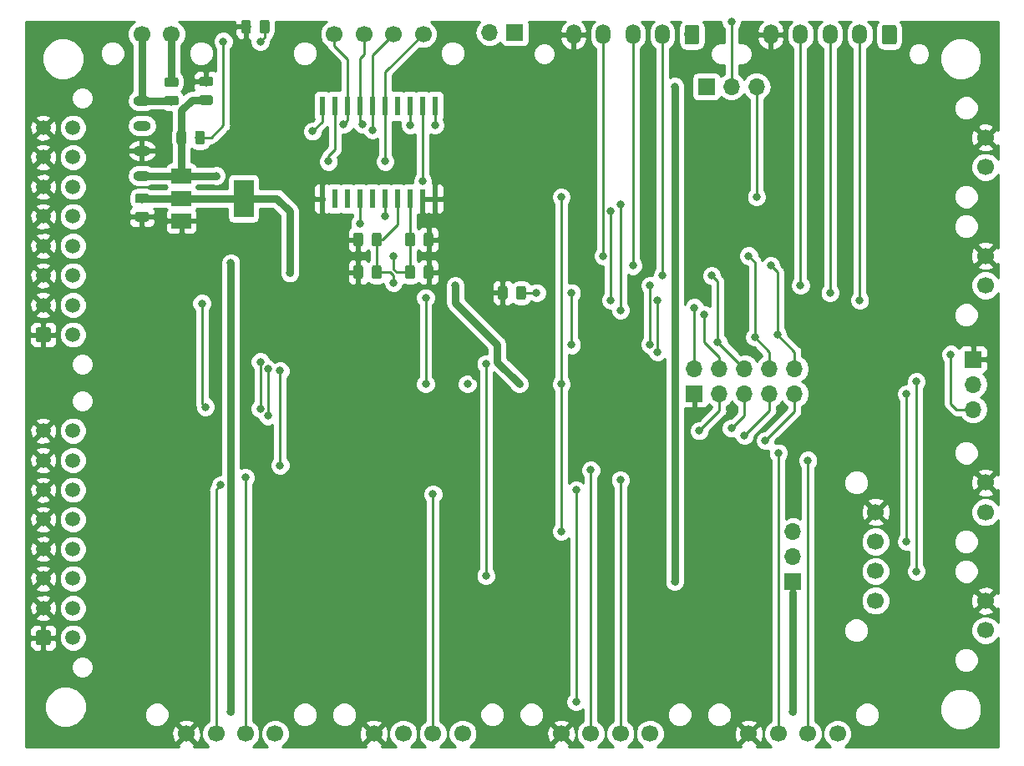
<source format=gbr>
G04 #@! TF.GenerationSoftware,KiCad,Pcbnew,(5.0.2)-1*
G04 #@! TF.CreationDate,2019-03-21T15:49:39-05:00*
G04 #@! TF.ProjectId,noname,6e6f6e61-6d65-42e6-9b69-6361645f7063,rev?*
G04 #@! TF.SameCoordinates,Original*
G04 #@! TF.FileFunction,Copper,L2,Bot*
G04 #@! TF.FilePolarity,Positive*
%FSLAX46Y46*%
G04 Gerber Fmt 4.6, Leading zero omitted, Abs format (unit mm)*
G04 Created by KiCad (PCBNEW (5.0.2)-1) date 3/21/2019 3:49:39 PM*
%MOMM*%
%LPD*%
G01*
G04 APERTURE LIST*
G04 #@! TA.AperFunction,Conductor*
%ADD10C,0.100000*%
G04 #@! TD*
G04 #@! TA.AperFunction,SMDPad,CuDef*
%ADD11C,0.975000*%
G04 #@! TD*
G04 #@! TA.AperFunction,ComponentPad*
%ADD12R,1.700000X1.700000*%
G04 #@! TD*
G04 #@! TA.AperFunction,ComponentPad*
%ADD13O,1.700000X1.700000*%
G04 #@! TD*
G04 #@! TA.AperFunction,ComponentPad*
%ADD14C,1.700000*%
G04 #@! TD*
G04 #@! TA.AperFunction,ComponentPad*
%ADD15O,1.500000X2.000000*%
G04 #@! TD*
G04 #@! TA.AperFunction,ComponentPad*
%ADD16C,1.500000*%
G04 #@! TD*
G04 #@! TA.AperFunction,ComponentPad*
%ADD17O,1.800000X1.000000*%
G04 #@! TD*
G04 #@! TA.AperFunction,SMDPad,CuDef*
%ADD18R,2.000000X3.800000*%
G04 #@! TD*
G04 #@! TA.AperFunction,SMDPad,CuDef*
%ADD19R,2.000000X1.500000*%
G04 #@! TD*
G04 #@! TA.AperFunction,SMDPad,CuDef*
%ADD20R,0.600000X1.950000*%
G04 #@! TD*
G04 #@! TA.AperFunction,ViaPad*
%ADD21C,0.800000*%
G04 #@! TD*
G04 #@! TA.AperFunction,Conductor*
%ADD22C,0.250000*%
G04 #@! TD*
G04 #@! TA.AperFunction,Conductor*
%ADD23C,0.750000*%
G04 #@! TD*
G04 #@! TA.AperFunction,Conductor*
%ADD24C,0.254000*%
G04 #@! TD*
G04 APERTURE END LIST*
D10*
G04 #@! TO.N,GND*
G04 #@! TO.C,C10*
G36*
X151830142Y-97551174D02*
X151853803Y-97554684D01*
X151877007Y-97560496D01*
X151899529Y-97568554D01*
X151921153Y-97578782D01*
X151941670Y-97591079D01*
X151960883Y-97605329D01*
X151978607Y-97621393D01*
X151994671Y-97639117D01*
X152008921Y-97658330D01*
X152021218Y-97678847D01*
X152031446Y-97700471D01*
X152039504Y-97722993D01*
X152045316Y-97746197D01*
X152048826Y-97769858D01*
X152050000Y-97793750D01*
X152050000Y-98706250D01*
X152048826Y-98730142D01*
X152045316Y-98753803D01*
X152039504Y-98777007D01*
X152031446Y-98799529D01*
X152021218Y-98821153D01*
X152008921Y-98841670D01*
X151994671Y-98860883D01*
X151978607Y-98878607D01*
X151960883Y-98894671D01*
X151941670Y-98908921D01*
X151921153Y-98921218D01*
X151899529Y-98931446D01*
X151877007Y-98939504D01*
X151853803Y-98945316D01*
X151830142Y-98948826D01*
X151806250Y-98950000D01*
X151318750Y-98950000D01*
X151294858Y-98948826D01*
X151271197Y-98945316D01*
X151247993Y-98939504D01*
X151225471Y-98931446D01*
X151203847Y-98921218D01*
X151183330Y-98908921D01*
X151164117Y-98894671D01*
X151146393Y-98878607D01*
X151130329Y-98860883D01*
X151116079Y-98841670D01*
X151103782Y-98821153D01*
X151093554Y-98799529D01*
X151085496Y-98777007D01*
X151079684Y-98753803D01*
X151076174Y-98730142D01*
X151075000Y-98706250D01*
X151075000Y-97793750D01*
X151076174Y-97769858D01*
X151079684Y-97746197D01*
X151085496Y-97722993D01*
X151093554Y-97700471D01*
X151103782Y-97678847D01*
X151116079Y-97658330D01*
X151130329Y-97639117D01*
X151146393Y-97621393D01*
X151164117Y-97605329D01*
X151183330Y-97591079D01*
X151203847Y-97578782D01*
X151225471Y-97568554D01*
X151247993Y-97560496D01*
X151271197Y-97554684D01*
X151294858Y-97551174D01*
X151318750Y-97550000D01*
X151806250Y-97550000D01*
X151830142Y-97551174D01*
X151830142Y-97551174D01*
G37*
D11*
G04 #@! TD*
G04 #@! TO.P,C10,2*
G04 #@! TO.N,GND*
X151562500Y-98250000D03*
D10*
G04 #@! TO.N,+3V3*
G04 #@! TO.C,C10*
G36*
X153705142Y-97551174D02*
X153728803Y-97554684D01*
X153752007Y-97560496D01*
X153774529Y-97568554D01*
X153796153Y-97578782D01*
X153816670Y-97591079D01*
X153835883Y-97605329D01*
X153853607Y-97621393D01*
X153869671Y-97639117D01*
X153883921Y-97658330D01*
X153896218Y-97678847D01*
X153906446Y-97700471D01*
X153914504Y-97722993D01*
X153920316Y-97746197D01*
X153923826Y-97769858D01*
X153925000Y-97793750D01*
X153925000Y-98706250D01*
X153923826Y-98730142D01*
X153920316Y-98753803D01*
X153914504Y-98777007D01*
X153906446Y-98799529D01*
X153896218Y-98821153D01*
X153883921Y-98841670D01*
X153869671Y-98860883D01*
X153853607Y-98878607D01*
X153835883Y-98894671D01*
X153816670Y-98908921D01*
X153796153Y-98921218D01*
X153774529Y-98931446D01*
X153752007Y-98939504D01*
X153728803Y-98945316D01*
X153705142Y-98948826D01*
X153681250Y-98950000D01*
X153193750Y-98950000D01*
X153169858Y-98948826D01*
X153146197Y-98945316D01*
X153122993Y-98939504D01*
X153100471Y-98931446D01*
X153078847Y-98921218D01*
X153058330Y-98908921D01*
X153039117Y-98894671D01*
X153021393Y-98878607D01*
X153005329Y-98860883D01*
X152991079Y-98841670D01*
X152978782Y-98821153D01*
X152968554Y-98799529D01*
X152960496Y-98777007D01*
X152954684Y-98753803D01*
X152951174Y-98730142D01*
X152950000Y-98706250D01*
X152950000Y-97793750D01*
X152951174Y-97769858D01*
X152954684Y-97746197D01*
X152960496Y-97722993D01*
X152968554Y-97700471D01*
X152978782Y-97678847D01*
X152991079Y-97658330D01*
X153005329Y-97639117D01*
X153021393Y-97621393D01*
X153039117Y-97605329D01*
X153058330Y-97591079D01*
X153078847Y-97578782D01*
X153100471Y-97568554D01*
X153122993Y-97560496D01*
X153146197Y-97554684D01*
X153169858Y-97551174D01*
X153193750Y-97550000D01*
X153681250Y-97550000D01*
X153705142Y-97551174D01*
X153705142Y-97551174D01*
G37*
D11*
G04 #@! TD*
G04 #@! TO.P,C10,1*
G04 #@! TO.N,+3V3*
X153437500Y-98250000D03*
D10*
G04 #@! TO.N,+12V*
G04 #@! TO.C,C14*
G36*
X118480142Y-76388674D02*
X118503803Y-76392184D01*
X118527007Y-76397996D01*
X118549529Y-76406054D01*
X118571153Y-76416282D01*
X118591670Y-76428579D01*
X118610883Y-76442829D01*
X118628607Y-76458893D01*
X118644671Y-76476617D01*
X118658921Y-76495830D01*
X118671218Y-76516347D01*
X118681446Y-76537971D01*
X118689504Y-76560493D01*
X118695316Y-76583697D01*
X118698826Y-76607358D01*
X118700000Y-76631250D01*
X118700000Y-77118750D01*
X118698826Y-77142642D01*
X118695316Y-77166303D01*
X118689504Y-77189507D01*
X118681446Y-77212029D01*
X118671218Y-77233653D01*
X118658921Y-77254170D01*
X118644671Y-77273383D01*
X118628607Y-77291107D01*
X118610883Y-77307171D01*
X118591670Y-77321421D01*
X118571153Y-77333718D01*
X118549529Y-77343946D01*
X118527007Y-77352004D01*
X118503803Y-77357816D01*
X118480142Y-77361326D01*
X118456250Y-77362500D01*
X117543750Y-77362500D01*
X117519858Y-77361326D01*
X117496197Y-77357816D01*
X117472993Y-77352004D01*
X117450471Y-77343946D01*
X117428847Y-77333718D01*
X117408330Y-77321421D01*
X117389117Y-77307171D01*
X117371393Y-77291107D01*
X117355329Y-77273383D01*
X117341079Y-77254170D01*
X117328782Y-77233653D01*
X117318554Y-77212029D01*
X117310496Y-77189507D01*
X117304684Y-77166303D01*
X117301174Y-77142642D01*
X117300000Y-77118750D01*
X117300000Y-76631250D01*
X117301174Y-76607358D01*
X117304684Y-76583697D01*
X117310496Y-76560493D01*
X117318554Y-76537971D01*
X117328782Y-76516347D01*
X117341079Y-76495830D01*
X117355329Y-76476617D01*
X117371393Y-76458893D01*
X117389117Y-76442829D01*
X117408330Y-76428579D01*
X117428847Y-76416282D01*
X117450471Y-76406054D01*
X117472993Y-76397996D01*
X117496197Y-76392184D01*
X117519858Y-76388674D01*
X117543750Y-76387500D01*
X118456250Y-76387500D01*
X118480142Y-76388674D01*
X118480142Y-76388674D01*
G37*
D11*
G04 #@! TD*
G04 #@! TO.P,C14,1*
G04 #@! TO.N,+12V*
X118000000Y-76875000D03*
D10*
G04 #@! TO.N,GNDPWR*
G04 #@! TO.C,C14*
G36*
X118480142Y-78263674D02*
X118503803Y-78267184D01*
X118527007Y-78272996D01*
X118549529Y-78281054D01*
X118571153Y-78291282D01*
X118591670Y-78303579D01*
X118610883Y-78317829D01*
X118628607Y-78333893D01*
X118644671Y-78351617D01*
X118658921Y-78370830D01*
X118671218Y-78391347D01*
X118681446Y-78412971D01*
X118689504Y-78435493D01*
X118695316Y-78458697D01*
X118698826Y-78482358D01*
X118700000Y-78506250D01*
X118700000Y-78993750D01*
X118698826Y-79017642D01*
X118695316Y-79041303D01*
X118689504Y-79064507D01*
X118681446Y-79087029D01*
X118671218Y-79108653D01*
X118658921Y-79129170D01*
X118644671Y-79148383D01*
X118628607Y-79166107D01*
X118610883Y-79182171D01*
X118591670Y-79196421D01*
X118571153Y-79208718D01*
X118549529Y-79218946D01*
X118527007Y-79227004D01*
X118503803Y-79232816D01*
X118480142Y-79236326D01*
X118456250Y-79237500D01*
X117543750Y-79237500D01*
X117519858Y-79236326D01*
X117496197Y-79232816D01*
X117472993Y-79227004D01*
X117450471Y-79218946D01*
X117428847Y-79208718D01*
X117408330Y-79196421D01*
X117389117Y-79182171D01*
X117371393Y-79166107D01*
X117355329Y-79148383D01*
X117341079Y-79129170D01*
X117328782Y-79108653D01*
X117318554Y-79087029D01*
X117310496Y-79064507D01*
X117304684Y-79041303D01*
X117301174Y-79017642D01*
X117300000Y-78993750D01*
X117300000Y-78506250D01*
X117301174Y-78482358D01*
X117304684Y-78458697D01*
X117310496Y-78435493D01*
X117318554Y-78412971D01*
X117328782Y-78391347D01*
X117341079Y-78370830D01*
X117355329Y-78351617D01*
X117371393Y-78333893D01*
X117389117Y-78317829D01*
X117408330Y-78303579D01*
X117428847Y-78291282D01*
X117450471Y-78281054D01*
X117472993Y-78272996D01*
X117496197Y-78267184D01*
X117519858Y-78263674D01*
X117543750Y-78262500D01*
X118456250Y-78262500D01*
X118480142Y-78263674D01*
X118480142Y-78263674D01*
G37*
D11*
G04 #@! TD*
G04 #@! TO.P,C14,2*
G04 #@! TO.N,GNDPWR*
X118000000Y-78750000D03*
D10*
G04 #@! TO.N,GND*
G04 #@! TO.C,C15*
G36*
X121980142Y-76326174D02*
X122003803Y-76329684D01*
X122027007Y-76335496D01*
X122049529Y-76343554D01*
X122071153Y-76353782D01*
X122091670Y-76366079D01*
X122110883Y-76380329D01*
X122128607Y-76396393D01*
X122144671Y-76414117D01*
X122158921Y-76433330D01*
X122171218Y-76453847D01*
X122181446Y-76475471D01*
X122189504Y-76497993D01*
X122195316Y-76521197D01*
X122198826Y-76544858D01*
X122200000Y-76568750D01*
X122200000Y-77056250D01*
X122198826Y-77080142D01*
X122195316Y-77103803D01*
X122189504Y-77127007D01*
X122181446Y-77149529D01*
X122171218Y-77171153D01*
X122158921Y-77191670D01*
X122144671Y-77210883D01*
X122128607Y-77228607D01*
X122110883Y-77244671D01*
X122091670Y-77258921D01*
X122071153Y-77271218D01*
X122049529Y-77281446D01*
X122027007Y-77289504D01*
X122003803Y-77295316D01*
X121980142Y-77298826D01*
X121956250Y-77300000D01*
X121043750Y-77300000D01*
X121019858Y-77298826D01*
X120996197Y-77295316D01*
X120972993Y-77289504D01*
X120950471Y-77281446D01*
X120928847Y-77271218D01*
X120908330Y-77258921D01*
X120889117Y-77244671D01*
X120871393Y-77228607D01*
X120855329Y-77210883D01*
X120841079Y-77191670D01*
X120828782Y-77171153D01*
X120818554Y-77149529D01*
X120810496Y-77127007D01*
X120804684Y-77103803D01*
X120801174Y-77080142D01*
X120800000Y-77056250D01*
X120800000Y-76568750D01*
X120801174Y-76544858D01*
X120804684Y-76521197D01*
X120810496Y-76497993D01*
X120818554Y-76475471D01*
X120828782Y-76453847D01*
X120841079Y-76433330D01*
X120855329Y-76414117D01*
X120871393Y-76396393D01*
X120889117Y-76380329D01*
X120908330Y-76366079D01*
X120928847Y-76353782D01*
X120950471Y-76343554D01*
X120972993Y-76335496D01*
X120996197Y-76329684D01*
X121019858Y-76326174D01*
X121043750Y-76325000D01*
X121956250Y-76325000D01*
X121980142Y-76326174D01*
X121980142Y-76326174D01*
G37*
D11*
G04 #@! TD*
G04 #@! TO.P,C15,2*
G04 #@! TO.N,GND*
X121500000Y-76812500D03*
D10*
G04 #@! TO.N,+5V*
G04 #@! TO.C,C15*
G36*
X121980142Y-78201174D02*
X122003803Y-78204684D01*
X122027007Y-78210496D01*
X122049529Y-78218554D01*
X122071153Y-78228782D01*
X122091670Y-78241079D01*
X122110883Y-78255329D01*
X122128607Y-78271393D01*
X122144671Y-78289117D01*
X122158921Y-78308330D01*
X122171218Y-78328847D01*
X122181446Y-78350471D01*
X122189504Y-78372993D01*
X122195316Y-78396197D01*
X122198826Y-78419858D01*
X122200000Y-78443750D01*
X122200000Y-78931250D01*
X122198826Y-78955142D01*
X122195316Y-78978803D01*
X122189504Y-79002007D01*
X122181446Y-79024529D01*
X122171218Y-79046153D01*
X122158921Y-79066670D01*
X122144671Y-79085883D01*
X122128607Y-79103607D01*
X122110883Y-79119671D01*
X122091670Y-79133921D01*
X122071153Y-79146218D01*
X122049529Y-79156446D01*
X122027007Y-79164504D01*
X122003803Y-79170316D01*
X121980142Y-79173826D01*
X121956250Y-79175000D01*
X121043750Y-79175000D01*
X121019858Y-79173826D01*
X120996197Y-79170316D01*
X120972993Y-79164504D01*
X120950471Y-79156446D01*
X120928847Y-79146218D01*
X120908330Y-79133921D01*
X120889117Y-79119671D01*
X120871393Y-79103607D01*
X120855329Y-79085883D01*
X120841079Y-79066670D01*
X120828782Y-79046153D01*
X120818554Y-79024529D01*
X120810496Y-79002007D01*
X120804684Y-78978803D01*
X120801174Y-78955142D01*
X120800000Y-78931250D01*
X120800000Y-78443750D01*
X120801174Y-78419858D01*
X120804684Y-78396197D01*
X120810496Y-78372993D01*
X120818554Y-78350471D01*
X120828782Y-78328847D01*
X120841079Y-78308330D01*
X120855329Y-78289117D01*
X120871393Y-78271393D01*
X120889117Y-78255329D01*
X120908330Y-78241079D01*
X120928847Y-78228782D01*
X120950471Y-78218554D01*
X120972993Y-78210496D01*
X120996197Y-78204684D01*
X121019858Y-78201174D01*
X121043750Y-78200000D01*
X121956250Y-78200000D01*
X121980142Y-78201174D01*
X121980142Y-78201174D01*
G37*
D11*
G04 #@! TD*
G04 #@! TO.P,C15,1*
G04 #@! TO.N,+5V*
X121500000Y-78687500D03*
D10*
G04 #@! TO.N,+3V3*
G04 #@! TO.C,C17*
G36*
X115480142Y-88183674D02*
X115503803Y-88187184D01*
X115527007Y-88192996D01*
X115549529Y-88201054D01*
X115571153Y-88211282D01*
X115591670Y-88223579D01*
X115610883Y-88237829D01*
X115628607Y-88253893D01*
X115644671Y-88271617D01*
X115658921Y-88290830D01*
X115671218Y-88311347D01*
X115681446Y-88332971D01*
X115689504Y-88355493D01*
X115695316Y-88378697D01*
X115698826Y-88402358D01*
X115700000Y-88426250D01*
X115700000Y-88913750D01*
X115698826Y-88937642D01*
X115695316Y-88961303D01*
X115689504Y-88984507D01*
X115681446Y-89007029D01*
X115671218Y-89028653D01*
X115658921Y-89049170D01*
X115644671Y-89068383D01*
X115628607Y-89086107D01*
X115610883Y-89102171D01*
X115591670Y-89116421D01*
X115571153Y-89128718D01*
X115549529Y-89138946D01*
X115527007Y-89147004D01*
X115503803Y-89152816D01*
X115480142Y-89156326D01*
X115456250Y-89157500D01*
X114543750Y-89157500D01*
X114519858Y-89156326D01*
X114496197Y-89152816D01*
X114472993Y-89147004D01*
X114450471Y-89138946D01*
X114428847Y-89128718D01*
X114408330Y-89116421D01*
X114389117Y-89102171D01*
X114371393Y-89086107D01*
X114355329Y-89068383D01*
X114341079Y-89049170D01*
X114328782Y-89028653D01*
X114318554Y-89007029D01*
X114310496Y-88984507D01*
X114304684Y-88961303D01*
X114301174Y-88937642D01*
X114300000Y-88913750D01*
X114300000Y-88426250D01*
X114301174Y-88402358D01*
X114304684Y-88378697D01*
X114310496Y-88355493D01*
X114318554Y-88332971D01*
X114328782Y-88311347D01*
X114341079Y-88290830D01*
X114355329Y-88271617D01*
X114371393Y-88253893D01*
X114389117Y-88237829D01*
X114408330Y-88223579D01*
X114428847Y-88211282D01*
X114450471Y-88201054D01*
X114472993Y-88192996D01*
X114496197Y-88187184D01*
X114519858Y-88183674D01*
X114543750Y-88182500D01*
X115456250Y-88182500D01*
X115480142Y-88183674D01*
X115480142Y-88183674D01*
G37*
D11*
G04 #@! TD*
G04 #@! TO.P,C17,1*
G04 #@! TO.N,+3V3*
X115000000Y-88670000D03*
D10*
G04 #@! TO.N,GND*
G04 #@! TO.C,C17*
G36*
X115480142Y-90058674D02*
X115503803Y-90062184D01*
X115527007Y-90067996D01*
X115549529Y-90076054D01*
X115571153Y-90086282D01*
X115591670Y-90098579D01*
X115610883Y-90112829D01*
X115628607Y-90128893D01*
X115644671Y-90146617D01*
X115658921Y-90165830D01*
X115671218Y-90186347D01*
X115681446Y-90207971D01*
X115689504Y-90230493D01*
X115695316Y-90253697D01*
X115698826Y-90277358D01*
X115700000Y-90301250D01*
X115700000Y-90788750D01*
X115698826Y-90812642D01*
X115695316Y-90836303D01*
X115689504Y-90859507D01*
X115681446Y-90882029D01*
X115671218Y-90903653D01*
X115658921Y-90924170D01*
X115644671Y-90943383D01*
X115628607Y-90961107D01*
X115610883Y-90977171D01*
X115591670Y-90991421D01*
X115571153Y-91003718D01*
X115549529Y-91013946D01*
X115527007Y-91022004D01*
X115503803Y-91027816D01*
X115480142Y-91031326D01*
X115456250Y-91032500D01*
X114543750Y-91032500D01*
X114519858Y-91031326D01*
X114496197Y-91027816D01*
X114472993Y-91022004D01*
X114450471Y-91013946D01*
X114428847Y-91003718D01*
X114408330Y-90991421D01*
X114389117Y-90977171D01*
X114371393Y-90961107D01*
X114355329Y-90943383D01*
X114341079Y-90924170D01*
X114328782Y-90903653D01*
X114318554Y-90882029D01*
X114310496Y-90859507D01*
X114304684Y-90836303D01*
X114301174Y-90812642D01*
X114300000Y-90788750D01*
X114300000Y-90301250D01*
X114301174Y-90277358D01*
X114304684Y-90253697D01*
X114310496Y-90230493D01*
X114318554Y-90207971D01*
X114328782Y-90186347D01*
X114341079Y-90165830D01*
X114355329Y-90146617D01*
X114371393Y-90128893D01*
X114389117Y-90112829D01*
X114408330Y-90098579D01*
X114428847Y-90086282D01*
X114450471Y-90076054D01*
X114472993Y-90067996D01*
X114496197Y-90062184D01*
X114519858Y-90058674D01*
X114543750Y-90057500D01*
X115456250Y-90057500D01*
X115480142Y-90058674D01*
X115480142Y-90058674D01*
G37*
D11*
G04 #@! TD*
G04 #@! TO.P,C17,2*
G04 #@! TO.N,GND*
X115000000Y-90545000D03*
D10*
G04 #@! TO.N,GND*
G04 #@! TO.C,C18*
G36*
X144317642Y-92151174D02*
X144341303Y-92154684D01*
X144364507Y-92160496D01*
X144387029Y-92168554D01*
X144408653Y-92178782D01*
X144429170Y-92191079D01*
X144448383Y-92205329D01*
X144466107Y-92221393D01*
X144482171Y-92239117D01*
X144496421Y-92258330D01*
X144508718Y-92278847D01*
X144518946Y-92300471D01*
X144527004Y-92322993D01*
X144532816Y-92346197D01*
X144536326Y-92369858D01*
X144537500Y-92393750D01*
X144537500Y-93306250D01*
X144536326Y-93330142D01*
X144532816Y-93353803D01*
X144527004Y-93377007D01*
X144518946Y-93399529D01*
X144508718Y-93421153D01*
X144496421Y-93441670D01*
X144482171Y-93460883D01*
X144466107Y-93478607D01*
X144448383Y-93494671D01*
X144429170Y-93508921D01*
X144408653Y-93521218D01*
X144387029Y-93531446D01*
X144364507Y-93539504D01*
X144341303Y-93545316D01*
X144317642Y-93548826D01*
X144293750Y-93550000D01*
X143806250Y-93550000D01*
X143782358Y-93548826D01*
X143758697Y-93545316D01*
X143735493Y-93539504D01*
X143712971Y-93531446D01*
X143691347Y-93521218D01*
X143670830Y-93508921D01*
X143651617Y-93494671D01*
X143633893Y-93478607D01*
X143617829Y-93460883D01*
X143603579Y-93441670D01*
X143591282Y-93421153D01*
X143581054Y-93399529D01*
X143572996Y-93377007D01*
X143567184Y-93353803D01*
X143563674Y-93330142D01*
X143562500Y-93306250D01*
X143562500Y-92393750D01*
X143563674Y-92369858D01*
X143567184Y-92346197D01*
X143572996Y-92322993D01*
X143581054Y-92300471D01*
X143591282Y-92278847D01*
X143603579Y-92258330D01*
X143617829Y-92239117D01*
X143633893Y-92221393D01*
X143651617Y-92205329D01*
X143670830Y-92191079D01*
X143691347Y-92178782D01*
X143712971Y-92168554D01*
X143735493Y-92160496D01*
X143758697Y-92154684D01*
X143782358Y-92151174D01*
X143806250Y-92150000D01*
X144293750Y-92150000D01*
X144317642Y-92151174D01*
X144317642Y-92151174D01*
G37*
D11*
G04 #@! TD*
G04 #@! TO.P,C18,2*
G04 #@! TO.N,GND*
X144050000Y-92850000D03*
D10*
G04 #@! TO.N,+5V*
G04 #@! TO.C,C18*
G36*
X142442642Y-92151174D02*
X142466303Y-92154684D01*
X142489507Y-92160496D01*
X142512029Y-92168554D01*
X142533653Y-92178782D01*
X142554170Y-92191079D01*
X142573383Y-92205329D01*
X142591107Y-92221393D01*
X142607171Y-92239117D01*
X142621421Y-92258330D01*
X142633718Y-92278847D01*
X142643946Y-92300471D01*
X142652004Y-92322993D01*
X142657816Y-92346197D01*
X142661326Y-92369858D01*
X142662500Y-92393750D01*
X142662500Y-93306250D01*
X142661326Y-93330142D01*
X142657816Y-93353803D01*
X142652004Y-93377007D01*
X142643946Y-93399529D01*
X142633718Y-93421153D01*
X142621421Y-93441670D01*
X142607171Y-93460883D01*
X142591107Y-93478607D01*
X142573383Y-93494671D01*
X142554170Y-93508921D01*
X142533653Y-93521218D01*
X142512029Y-93531446D01*
X142489507Y-93539504D01*
X142466303Y-93545316D01*
X142442642Y-93548826D01*
X142418750Y-93550000D01*
X141931250Y-93550000D01*
X141907358Y-93548826D01*
X141883697Y-93545316D01*
X141860493Y-93539504D01*
X141837971Y-93531446D01*
X141816347Y-93521218D01*
X141795830Y-93508921D01*
X141776617Y-93494671D01*
X141758893Y-93478607D01*
X141742829Y-93460883D01*
X141728579Y-93441670D01*
X141716282Y-93421153D01*
X141706054Y-93399529D01*
X141697996Y-93377007D01*
X141692184Y-93353803D01*
X141688674Y-93330142D01*
X141687500Y-93306250D01*
X141687500Y-92393750D01*
X141688674Y-92369858D01*
X141692184Y-92346197D01*
X141697996Y-92322993D01*
X141706054Y-92300471D01*
X141716282Y-92278847D01*
X141728579Y-92258330D01*
X141742829Y-92239117D01*
X141758893Y-92221393D01*
X141776617Y-92205329D01*
X141795830Y-92191079D01*
X141816347Y-92178782D01*
X141837971Y-92168554D01*
X141860493Y-92160496D01*
X141883697Y-92154684D01*
X141907358Y-92151174D01*
X141931250Y-92150000D01*
X142418750Y-92150000D01*
X142442642Y-92151174D01*
X142442642Y-92151174D01*
G37*
D11*
G04 #@! TD*
G04 #@! TO.P,C18,1*
G04 #@! TO.N,+5V*
X142175000Y-92850000D03*
D10*
G04 #@! TO.N,+5V*
G04 #@! TO.C,C19*
G36*
X142442642Y-95451174D02*
X142466303Y-95454684D01*
X142489507Y-95460496D01*
X142512029Y-95468554D01*
X142533653Y-95478782D01*
X142554170Y-95491079D01*
X142573383Y-95505329D01*
X142591107Y-95521393D01*
X142607171Y-95539117D01*
X142621421Y-95558330D01*
X142633718Y-95578847D01*
X142643946Y-95600471D01*
X142652004Y-95622993D01*
X142657816Y-95646197D01*
X142661326Y-95669858D01*
X142662500Y-95693750D01*
X142662500Y-96606250D01*
X142661326Y-96630142D01*
X142657816Y-96653803D01*
X142652004Y-96677007D01*
X142643946Y-96699529D01*
X142633718Y-96721153D01*
X142621421Y-96741670D01*
X142607171Y-96760883D01*
X142591107Y-96778607D01*
X142573383Y-96794671D01*
X142554170Y-96808921D01*
X142533653Y-96821218D01*
X142512029Y-96831446D01*
X142489507Y-96839504D01*
X142466303Y-96845316D01*
X142442642Y-96848826D01*
X142418750Y-96850000D01*
X141931250Y-96850000D01*
X141907358Y-96848826D01*
X141883697Y-96845316D01*
X141860493Y-96839504D01*
X141837971Y-96831446D01*
X141816347Y-96821218D01*
X141795830Y-96808921D01*
X141776617Y-96794671D01*
X141758893Y-96778607D01*
X141742829Y-96760883D01*
X141728579Y-96741670D01*
X141716282Y-96721153D01*
X141706054Y-96699529D01*
X141697996Y-96677007D01*
X141692184Y-96653803D01*
X141688674Y-96630142D01*
X141687500Y-96606250D01*
X141687500Y-95693750D01*
X141688674Y-95669858D01*
X141692184Y-95646197D01*
X141697996Y-95622993D01*
X141706054Y-95600471D01*
X141716282Y-95578847D01*
X141728579Y-95558330D01*
X141742829Y-95539117D01*
X141758893Y-95521393D01*
X141776617Y-95505329D01*
X141795830Y-95491079D01*
X141816347Y-95478782D01*
X141837971Y-95468554D01*
X141860493Y-95460496D01*
X141883697Y-95454684D01*
X141907358Y-95451174D01*
X141931250Y-95450000D01*
X142418750Y-95450000D01*
X142442642Y-95451174D01*
X142442642Y-95451174D01*
G37*
D11*
G04 #@! TD*
G04 #@! TO.P,C19,1*
G04 #@! TO.N,+5V*
X142175000Y-96150000D03*
D10*
G04 #@! TO.N,GND*
G04 #@! TO.C,C19*
G36*
X144317642Y-95451174D02*
X144341303Y-95454684D01*
X144364507Y-95460496D01*
X144387029Y-95468554D01*
X144408653Y-95478782D01*
X144429170Y-95491079D01*
X144448383Y-95505329D01*
X144466107Y-95521393D01*
X144482171Y-95539117D01*
X144496421Y-95558330D01*
X144508718Y-95578847D01*
X144518946Y-95600471D01*
X144527004Y-95622993D01*
X144532816Y-95646197D01*
X144536326Y-95669858D01*
X144537500Y-95693750D01*
X144537500Y-96606250D01*
X144536326Y-96630142D01*
X144532816Y-96653803D01*
X144527004Y-96677007D01*
X144518946Y-96699529D01*
X144508718Y-96721153D01*
X144496421Y-96741670D01*
X144482171Y-96760883D01*
X144466107Y-96778607D01*
X144448383Y-96794671D01*
X144429170Y-96808921D01*
X144408653Y-96821218D01*
X144387029Y-96831446D01*
X144364507Y-96839504D01*
X144341303Y-96845316D01*
X144317642Y-96848826D01*
X144293750Y-96850000D01*
X143806250Y-96850000D01*
X143782358Y-96848826D01*
X143758697Y-96845316D01*
X143735493Y-96839504D01*
X143712971Y-96831446D01*
X143691347Y-96821218D01*
X143670830Y-96808921D01*
X143651617Y-96794671D01*
X143633893Y-96778607D01*
X143617829Y-96760883D01*
X143603579Y-96741670D01*
X143591282Y-96721153D01*
X143581054Y-96699529D01*
X143572996Y-96677007D01*
X143567184Y-96653803D01*
X143563674Y-96630142D01*
X143562500Y-96606250D01*
X143562500Y-95693750D01*
X143563674Y-95669858D01*
X143567184Y-95646197D01*
X143572996Y-95622993D01*
X143581054Y-95600471D01*
X143591282Y-95578847D01*
X143603579Y-95558330D01*
X143617829Y-95539117D01*
X143633893Y-95521393D01*
X143651617Y-95505329D01*
X143670830Y-95491079D01*
X143691347Y-95478782D01*
X143712971Y-95468554D01*
X143735493Y-95460496D01*
X143758697Y-95454684D01*
X143782358Y-95451174D01*
X143806250Y-95450000D01*
X144293750Y-95450000D01*
X144317642Y-95451174D01*
X144317642Y-95451174D01*
G37*
D11*
G04 #@! TD*
G04 #@! TO.P,C19,2*
G04 #@! TO.N,GND*
X144050000Y-96150000D03*
D10*
G04 #@! TO.N,GND*
G04 #@! TO.C,C20*
G36*
X137184748Y-95452464D02*
X137208409Y-95455974D01*
X137231613Y-95461786D01*
X137254135Y-95469844D01*
X137275759Y-95480072D01*
X137296276Y-95492369D01*
X137315489Y-95506619D01*
X137333213Y-95522683D01*
X137349277Y-95540407D01*
X137363527Y-95559620D01*
X137375824Y-95580137D01*
X137386052Y-95601761D01*
X137394110Y-95624283D01*
X137399922Y-95647487D01*
X137403432Y-95671148D01*
X137404606Y-95695040D01*
X137404606Y-96607540D01*
X137403432Y-96631432D01*
X137399922Y-96655093D01*
X137394110Y-96678297D01*
X137386052Y-96700819D01*
X137375824Y-96722443D01*
X137363527Y-96742960D01*
X137349277Y-96762173D01*
X137333213Y-96779897D01*
X137315489Y-96795961D01*
X137296276Y-96810211D01*
X137275759Y-96822508D01*
X137254135Y-96832736D01*
X137231613Y-96840794D01*
X137208409Y-96846606D01*
X137184748Y-96850116D01*
X137160856Y-96851290D01*
X136673356Y-96851290D01*
X136649464Y-96850116D01*
X136625803Y-96846606D01*
X136602599Y-96840794D01*
X136580077Y-96832736D01*
X136558453Y-96822508D01*
X136537936Y-96810211D01*
X136518723Y-96795961D01*
X136500999Y-96779897D01*
X136484935Y-96762173D01*
X136470685Y-96742960D01*
X136458388Y-96722443D01*
X136448160Y-96700819D01*
X136440102Y-96678297D01*
X136434290Y-96655093D01*
X136430780Y-96631432D01*
X136429606Y-96607540D01*
X136429606Y-95695040D01*
X136430780Y-95671148D01*
X136434290Y-95647487D01*
X136440102Y-95624283D01*
X136448160Y-95601761D01*
X136458388Y-95580137D01*
X136470685Y-95559620D01*
X136484935Y-95540407D01*
X136500999Y-95522683D01*
X136518723Y-95506619D01*
X136537936Y-95492369D01*
X136558453Y-95480072D01*
X136580077Y-95469844D01*
X136602599Y-95461786D01*
X136625803Y-95455974D01*
X136649464Y-95452464D01*
X136673356Y-95451290D01*
X137160856Y-95451290D01*
X137184748Y-95452464D01*
X137184748Y-95452464D01*
G37*
D11*
G04 #@! TD*
G04 #@! TO.P,C20,2*
G04 #@! TO.N,GND*
X136917106Y-96151290D03*
D10*
G04 #@! TO.N,+3V3*
G04 #@! TO.C,C20*
G36*
X139059748Y-95452464D02*
X139083409Y-95455974D01*
X139106613Y-95461786D01*
X139129135Y-95469844D01*
X139150759Y-95480072D01*
X139171276Y-95492369D01*
X139190489Y-95506619D01*
X139208213Y-95522683D01*
X139224277Y-95540407D01*
X139238527Y-95559620D01*
X139250824Y-95580137D01*
X139261052Y-95601761D01*
X139269110Y-95624283D01*
X139274922Y-95647487D01*
X139278432Y-95671148D01*
X139279606Y-95695040D01*
X139279606Y-96607540D01*
X139278432Y-96631432D01*
X139274922Y-96655093D01*
X139269110Y-96678297D01*
X139261052Y-96700819D01*
X139250824Y-96722443D01*
X139238527Y-96742960D01*
X139224277Y-96762173D01*
X139208213Y-96779897D01*
X139190489Y-96795961D01*
X139171276Y-96810211D01*
X139150759Y-96822508D01*
X139129135Y-96832736D01*
X139106613Y-96840794D01*
X139083409Y-96846606D01*
X139059748Y-96850116D01*
X139035856Y-96851290D01*
X138548356Y-96851290D01*
X138524464Y-96850116D01*
X138500803Y-96846606D01*
X138477599Y-96840794D01*
X138455077Y-96832736D01*
X138433453Y-96822508D01*
X138412936Y-96810211D01*
X138393723Y-96795961D01*
X138375999Y-96779897D01*
X138359935Y-96762173D01*
X138345685Y-96742960D01*
X138333388Y-96722443D01*
X138323160Y-96700819D01*
X138315102Y-96678297D01*
X138309290Y-96655093D01*
X138305780Y-96631432D01*
X138304606Y-96607540D01*
X138304606Y-95695040D01*
X138305780Y-95671148D01*
X138309290Y-95647487D01*
X138315102Y-95624283D01*
X138323160Y-95601761D01*
X138333388Y-95580137D01*
X138345685Y-95559620D01*
X138359935Y-95540407D01*
X138375999Y-95522683D01*
X138393723Y-95506619D01*
X138412936Y-95492369D01*
X138433453Y-95480072D01*
X138455077Y-95469844D01*
X138477599Y-95461786D01*
X138500803Y-95455974D01*
X138524464Y-95452464D01*
X138548356Y-95451290D01*
X139035856Y-95451290D01*
X139059748Y-95452464D01*
X139059748Y-95452464D01*
G37*
D11*
G04 #@! TD*
G04 #@! TO.P,C20,1*
G04 #@! TO.N,+3V3*
X138792106Y-96151290D03*
D10*
G04 #@! TO.N,+3V3*
G04 #@! TO.C,C21*
G36*
X139059748Y-92152464D02*
X139083409Y-92155974D01*
X139106613Y-92161786D01*
X139129135Y-92169844D01*
X139150759Y-92180072D01*
X139171276Y-92192369D01*
X139190489Y-92206619D01*
X139208213Y-92222683D01*
X139224277Y-92240407D01*
X139238527Y-92259620D01*
X139250824Y-92280137D01*
X139261052Y-92301761D01*
X139269110Y-92324283D01*
X139274922Y-92347487D01*
X139278432Y-92371148D01*
X139279606Y-92395040D01*
X139279606Y-93307540D01*
X139278432Y-93331432D01*
X139274922Y-93355093D01*
X139269110Y-93378297D01*
X139261052Y-93400819D01*
X139250824Y-93422443D01*
X139238527Y-93442960D01*
X139224277Y-93462173D01*
X139208213Y-93479897D01*
X139190489Y-93495961D01*
X139171276Y-93510211D01*
X139150759Y-93522508D01*
X139129135Y-93532736D01*
X139106613Y-93540794D01*
X139083409Y-93546606D01*
X139059748Y-93550116D01*
X139035856Y-93551290D01*
X138548356Y-93551290D01*
X138524464Y-93550116D01*
X138500803Y-93546606D01*
X138477599Y-93540794D01*
X138455077Y-93532736D01*
X138433453Y-93522508D01*
X138412936Y-93510211D01*
X138393723Y-93495961D01*
X138375999Y-93479897D01*
X138359935Y-93462173D01*
X138345685Y-93442960D01*
X138333388Y-93422443D01*
X138323160Y-93400819D01*
X138315102Y-93378297D01*
X138309290Y-93355093D01*
X138305780Y-93331432D01*
X138304606Y-93307540D01*
X138304606Y-92395040D01*
X138305780Y-92371148D01*
X138309290Y-92347487D01*
X138315102Y-92324283D01*
X138323160Y-92301761D01*
X138333388Y-92280137D01*
X138345685Y-92259620D01*
X138359935Y-92240407D01*
X138375999Y-92222683D01*
X138393723Y-92206619D01*
X138412936Y-92192369D01*
X138433453Y-92180072D01*
X138455077Y-92169844D01*
X138477599Y-92161786D01*
X138500803Y-92155974D01*
X138524464Y-92152464D01*
X138548356Y-92151290D01*
X139035856Y-92151290D01*
X139059748Y-92152464D01*
X139059748Y-92152464D01*
G37*
D11*
G04 #@! TD*
G04 #@! TO.P,C21,1*
G04 #@! TO.N,+3V3*
X138792106Y-92851290D03*
D10*
G04 #@! TO.N,GND*
G04 #@! TO.C,C21*
G36*
X137184748Y-92152464D02*
X137208409Y-92155974D01*
X137231613Y-92161786D01*
X137254135Y-92169844D01*
X137275759Y-92180072D01*
X137296276Y-92192369D01*
X137315489Y-92206619D01*
X137333213Y-92222683D01*
X137349277Y-92240407D01*
X137363527Y-92259620D01*
X137375824Y-92280137D01*
X137386052Y-92301761D01*
X137394110Y-92324283D01*
X137399922Y-92347487D01*
X137403432Y-92371148D01*
X137404606Y-92395040D01*
X137404606Y-93307540D01*
X137403432Y-93331432D01*
X137399922Y-93355093D01*
X137394110Y-93378297D01*
X137386052Y-93400819D01*
X137375824Y-93422443D01*
X137363527Y-93442960D01*
X137349277Y-93462173D01*
X137333213Y-93479897D01*
X137315489Y-93495961D01*
X137296276Y-93510211D01*
X137275759Y-93522508D01*
X137254135Y-93532736D01*
X137231613Y-93540794D01*
X137208409Y-93546606D01*
X137184748Y-93550116D01*
X137160856Y-93551290D01*
X136673356Y-93551290D01*
X136649464Y-93550116D01*
X136625803Y-93546606D01*
X136602599Y-93540794D01*
X136580077Y-93532736D01*
X136558453Y-93522508D01*
X136537936Y-93510211D01*
X136518723Y-93495961D01*
X136500999Y-93479897D01*
X136484935Y-93462173D01*
X136470685Y-93442960D01*
X136458388Y-93422443D01*
X136448160Y-93400819D01*
X136440102Y-93378297D01*
X136434290Y-93355093D01*
X136430780Y-93331432D01*
X136429606Y-93307540D01*
X136429606Y-92395040D01*
X136430780Y-92371148D01*
X136434290Y-92347487D01*
X136440102Y-92324283D01*
X136448160Y-92301761D01*
X136458388Y-92280137D01*
X136470685Y-92259620D01*
X136484935Y-92240407D01*
X136500999Y-92222683D01*
X136518723Y-92206619D01*
X136537936Y-92192369D01*
X136558453Y-92180072D01*
X136580077Y-92169844D01*
X136602599Y-92161786D01*
X136625803Y-92155974D01*
X136649464Y-92152464D01*
X136673356Y-92151290D01*
X137160856Y-92151290D01*
X137184748Y-92152464D01*
X137184748Y-92152464D01*
G37*
D11*
G04 #@! TD*
G04 #@! TO.P,C21,2*
G04 #@! TO.N,GND*
X136917106Y-92851290D03*
D10*
G04 #@! TO.N,GND*
G04 #@! TO.C,D1*
G36*
X125830142Y-70551174D02*
X125853803Y-70554684D01*
X125877007Y-70560496D01*
X125899529Y-70568554D01*
X125921153Y-70578782D01*
X125941670Y-70591079D01*
X125960883Y-70605329D01*
X125978607Y-70621393D01*
X125994671Y-70639117D01*
X126008921Y-70658330D01*
X126021218Y-70678847D01*
X126031446Y-70700471D01*
X126039504Y-70722993D01*
X126045316Y-70746197D01*
X126048826Y-70769858D01*
X126050000Y-70793750D01*
X126050000Y-71706250D01*
X126048826Y-71730142D01*
X126045316Y-71753803D01*
X126039504Y-71777007D01*
X126031446Y-71799529D01*
X126021218Y-71821153D01*
X126008921Y-71841670D01*
X125994671Y-71860883D01*
X125978607Y-71878607D01*
X125960883Y-71894671D01*
X125941670Y-71908921D01*
X125921153Y-71921218D01*
X125899529Y-71931446D01*
X125877007Y-71939504D01*
X125853803Y-71945316D01*
X125830142Y-71948826D01*
X125806250Y-71950000D01*
X125318750Y-71950000D01*
X125294858Y-71948826D01*
X125271197Y-71945316D01*
X125247993Y-71939504D01*
X125225471Y-71931446D01*
X125203847Y-71921218D01*
X125183330Y-71908921D01*
X125164117Y-71894671D01*
X125146393Y-71878607D01*
X125130329Y-71860883D01*
X125116079Y-71841670D01*
X125103782Y-71821153D01*
X125093554Y-71799529D01*
X125085496Y-71777007D01*
X125079684Y-71753803D01*
X125076174Y-71730142D01*
X125075000Y-71706250D01*
X125075000Y-70793750D01*
X125076174Y-70769858D01*
X125079684Y-70746197D01*
X125085496Y-70722993D01*
X125093554Y-70700471D01*
X125103782Y-70678847D01*
X125116079Y-70658330D01*
X125130329Y-70639117D01*
X125146393Y-70621393D01*
X125164117Y-70605329D01*
X125183330Y-70591079D01*
X125203847Y-70578782D01*
X125225471Y-70568554D01*
X125247993Y-70560496D01*
X125271197Y-70554684D01*
X125294858Y-70551174D01*
X125318750Y-70550000D01*
X125806250Y-70550000D01*
X125830142Y-70551174D01*
X125830142Y-70551174D01*
G37*
D11*
G04 #@! TD*
G04 #@! TO.P,D1,1*
G04 #@! TO.N,GND*
X125562500Y-71250000D03*
D10*
G04 #@! TO.N,Net-(D1-Pad2)*
G04 #@! TO.C,D1*
G36*
X127705142Y-70551174D02*
X127728803Y-70554684D01*
X127752007Y-70560496D01*
X127774529Y-70568554D01*
X127796153Y-70578782D01*
X127816670Y-70591079D01*
X127835883Y-70605329D01*
X127853607Y-70621393D01*
X127869671Y-70639117D01*
X127883921Y-70658330D01*
X127896218Y-70678847D01*
X127906446Y-70700471D01*
X127914504Y-70722993D01*
X127920316Y-70746197D01*
X127923826Y-70769858D01*
X127925000Y-70793750D01*
X127925000Y-71706250D01*
X127923826Y-71730142D01*
X127920316Y-71753803D01*
X127914504Y-71777007D01*
X127906446Y-71799529D01*
X127896218Y-71821153D01*
X127883921Y-71841670D01*
X127869671Y-71860883D01*
X127853607Y-71878607D01*
X127835883Y-71894671D01*
X127816670Y-71908921D01*
X127796153Y-71921218D01*
X127774529Y-71931446D01*
X127752007Y-71939504D01*
X127728803Y-71945316D01*
X127705142Y-71948826D01*
X127681250Y-71950000D01*
X127193750Y-71950000D01*
X127169858Y-71948826D01*
X127146197Y-71945316D01*
X127122993Y-71939504D01*
X127100471Y-71931446D01*
X127078847Y-71921218D01*
X127058330Y-71908921D01*
X127039117Y-71894671D01*
X127021393Y-71878607D01*
X127005329Y-71860883D01*
X126991079Y-71841670D01*
X126978782Y-71821153D01*
X126968554Y-71799529D01*
X126960496Y-71777007D01*
X126954684Y-71753803D01*
X126951174Y-71730142D01*
X126950000Y-71706250D01*
X126950000Y-70793750D01*
X126951174Y-70769858D01*
X126954684Y-70746197D01*
X126960496Y-70722993D01*
X126968554Y-70700471D01*
X126978782Y-70678847D01*
X126991079Y-70658330D01*
X127005329Y-70639117D01*
X127021393Y-70621393D01*
X127039117Y-70605329D01*
X127058330Y-70591079D01*
X127078847Y-70578782D01*
X127100471Y-70568554D01*
X127122993Y-70560496D01*
X127146197Y-70554684D01*
X127169858Y-70551174D01*
X127193750Y-70550000D01*
X127681250Y-70550000D01*
X127705142Y-70551174D01*
X127705142Y-70551174D01*
G37*
D11*
G04 #@! TD*
G04 #@! TO.P,D1,2*
G04 #@! TO.N,Net-(D1-Pad2)*
X127437500Y-71250000D03*
D12*
G04 #@! TO.P,J1,1*
G04 #@! TO.N,GND*
X199250000Y-105000000D03*
D13*
G04 #@! TO.P,J1,2*
G04 #@! TO.N,/SWDIO*
X199250000Y-107540000D03*
G04 #@! TO.P,J1,3*
G04 #@! TO.N,/SWCLK*
X199250000Y-110080000D03*
G04 #@! TD*
D12*
G04 #@! TO.P,J2,1*
G04 #@! TO.N,GND*
X171000000Y-108500000D03*
D13*
G04 #@! TO.P,J2,2*
G04 #@! TO.N,/CAN1_TX*
X171000000Y-105960000D03*
G04 #@! TO.P,J2,3*
G04 #@! TO.N,/UART1_TX*
X173540000Y-108500000D03*
G04 #@! TO.P,J2,4*
G04 #@! TO.N,/CAN1_RX*
X173540000Y-105960000D03*
G04 #@! TO.P,J2,5*
G04 #@! TO.N,/UART1_RX*
X176080000Y-108500000D03*
G04 #@! TO.P,J2,6*
G04 #@! TO.N,/SPI1_CLK*
X176080000Y-105960000D03*
G04 #@! TO.P,J2,7*
G04 #@! TO.N,/I2C3_SCL*
X178620000Y-108500000D03*
G04 #@! TO.P,J2,8*
G04 #@! TO.N,/SPI1_MISO*
X178620000Y-105960000D03*
G04 #@! TO.P,J2,9*
G04 #@! TO.N,/I2C3_SDA*
X181160000Y-108500000D03*
G04 #@! TO.P,J2,10*
G04 #@! TO.N,/SPI1_MOSI*
X181160000Y-105960000D03*
G04 #@! TD*
D14*
G04 #@! TO.P,J3,1*
G04 #@! TO.N,+12V*
X118000000Y-72000000D03*
G04 #@! TO.P,J3,2*
G04 #@! TO.N,GNDPWR*
X115000000Y-72000000D03*
G04 #@! TD*
G04 #@! TO.P,J4,3*
G04 #@! TO.N,/CAN/CAN_H*
X137500000Y-72000000D03*
G04 #@! TO.P,J4,2*
G04 #@! TO.N,Net-(C23-Pad2)*
X140500000Y-72000000D03*
G04 #@! TO.P,J4,1*
G04 #@! TO.N,Net-(C23-Pad1)*
X143500000Y-72000000D03*
G04 #@! TO.P,J4,4*
G04 #@! TO.N,/CAN/CAN_L*
X134500000Y-72000000D03*
G04 #@! TD*
G04 #@! TO.P,J5,4*
G04 #@! TO.N,+5V*
X166500000Y-143000000D03*
G04 #@! TO.P,J5,1*
G04 #@! TO.N,GND*
X157500000Y-143000000D03*
G04 #@! TO.P,J5,2*
G04 #@! TO.N,/AC1_CHECK*
X160500000Y-143000000D03*
G04 #@! TO.P,J5,3*
G04 #@! TO.N,/AC1_EN*
X163500000Y-143000000D03*
G04 #@! TD*
G04 #@! TO.P,J6,4*
G04 #@! TO.N,+5V*
X128500000Y-143000000D03*
G04 #@! TO.P,J6,1*
G04 #@! TO.N,GND*
X119500000Y-143000000D03*
G04 #@! TO.P,J6,2*
G04 #@! TO.N,/MC1_CHECK*
X122500000Y-143000000D03*
G04 #@! TO.P,J6,3*
G04 #@! TO.N,/MC1_EN*
X125500000Y-143000000D03*
G04 #@! TD*
G04 #@! TO.P,J7,3*
G04 #@! TO.N,/AC2_EN*
X182500000Y-143000000D03*
G04 #@! TO.P,J7,2*
G04 #@! TO.N,/AC2_CHECK*
X179500000Y-143000000D03*
G04 #@! TO.P,J7,1*
G04 #@! TO.N,GND*
X176500000Y-143000000D03*
G04 #@! TO.P,J7,4*
G04 #@! TO.N,+5V*
X185500000Y-143000000D03*
G04 #@! TD*
G04 #@! TO.P,J8,4*
G04 #@! TO.N,+5V*
X147500000Y-143000000D03*
G04 #@! TO.P,J8,1*
G04 #@! TO.N,GND*
X138500000Y-143000000D03*
G04 #@! TO.P,J8,2*
G04 #@! TO.N,/MC2_CHECK*
X141500000Y-143000000D03*
G04 #@! TO.P,J8,3*
G04 #@! TO.N,/MC2_EN*
X144500000Y-143000000D03*
G04 #@! TD*
G04 #@! TO.P,J9,1*
G04 #@! TO.N,/Left_Signal*
X200500000Y-132500000D03*
G04 #@! TO.P,J9,2*
G04 #@! TO.N,GND*
X200500000Y-129500000D03*
G04 #@! TD*
G04 #@! TO.P,J10,2*
G04 #@! TO.N,GND*
X200500000Y-117500000D03*
G04 #@! TO.P,J10,1*
G04 #@! TO.N,/Right_Signal*
X200500000Y-120500000D03*
G04 #@! TD*
G04 #@! TO.P,J11,1*
G04 #@! TO.N,/Brake_Signal*
X200500000Y-97500000D03*
G04 #@! TO.P,J11,2*
G04 #@! TO.N,GND*
X200500000Y-94500000D03*
G04 #@! TD*
G04 #@! TO.P,J12,2*
G04 #@! TO.N,GND*
X200500000Y-82500000D03*
G04 #@! TO.P,J12,1*
G04 #@! TO.N,/Headlight*
X200500000Y-85500000D03*
G04 #@! TD*
D15*
G04 #@! TO.P,J14,5*
G04 #@! TO.N,GND*
X178751314Y-72054863D03*
G04 #@! TO.P,J14,4*
G04 #@! TO.N,/SPI3_MISO*
X181751314Y-72054863D03*
G04 #@! TO.P,J14,3*
G04 #@! TO.N,/SPI3_MOSI*
X184751314Y-72054863D03*
G04 #@! TO.P,J14,2*
G04 #@! TO.N,/SPI3_CLK*
X187751314Y-72054863D03*
D10*
G04 #@! TD*
G04 #@! TO.N,Net-(J14-Pad1)*
G04 #@! TO.C,J14*
G36*
X191275818Y-71056067D02*
X191300087Y-71059667D01*
X191323885Y-71065628D01*
X191346985Y-71073893D01*
X191369163Y-71084383D01*
X191390207Y-71096996D01*
X191409912Y-71111610D01*
X191428091Y-71128086D01*
X191444567Y-71146265D01*
X191459181Y-71165970D01*
X191471794Y-71187014D01*
X191482284Y-71209192D01*
X191490549Y-71232292D01*
X191496510Y-71256090D01*
X191500110Y-71280359D01*
X191501314Y-71304863D01*
X191501314Y-72804863D01*
X191500110Y-72829367D01*
X191496510Y-72853636D01*
X191490549Y-72877434D01*
X191482284Y-72900534D01*
X191471794Y-72922712D01*
X191459181Y-72943756D01*
X191444567Y-72963461D01*
X191428091Y-72981640D01*
X191409912Y-72998116D01*
X191390207Y-73012730D01*
X191369163Y-73025343D01*
X191346985Y-73035833D01*
X191323885Y-73044098D01*
X191300087Y-73050059D01*
X191275818Y-73053659D01*
X191251314Y-73054863D01*
X190251314Y-73054863D01*
X190226810Y-73053659D01*
X190202541Y-73050059D01*
X190178743Y-73044098D01*
X190155643Y-73035833D01*
X190133465Y-73025343D01*
X190112421Y-73012730D01*
X190092716Y-72998116D01*
X190074537Y-72981640D01*
X190058061Y-72963461D01*
X190043447Y-72943756D01*
X190030834Y-72922712D01*
X190020344Y-72900534D01*
X190012079Y-72877434D01*
X190006118Y-72853636D01*
X190002518Y-72829367D01*
X190001314Y-72804863D01*
X190001314Y-71304863D01*
X190002518Y-71280359D01*
X190006118Y-71256090D01*
X190012079Y-71232292D01*
X190020344Y-71209192D01*
X190030834Y-71187014D01*
X190043447Y-71165970D01*
X190058061Y-71146265D01*
X190074537Y-71128086D01*
X190092716Y-71111610D01*
X190112421Y-71096996D01*
X190133465Y-71084383D01*
X190155643Y-71073893D01*
X190178743Y-71065628D01*
X190202541Y-71059667D01*
X190226810Y-71056067D01*
X190251314Y-71054863D01*
X191251314Y-71054863D01*
X191275818Y-71056067D01*
X191275818Y-71056067D01*
G37*
D16*
G04 #@! TO.P,J14,1*
G04 #@! TO.N,Net-(J14-Pad1)*
X190751314Y-72054863D03*
G04 #@! TD*
D12*
G04 #@! TO.P,J15,1*
G04 #@! TO.N,+5V*
X172210000Y-77325000D03*
D13*
G04 #@! TO.P,J15,2*
G04 #@! TO.N,Net-(J14-Pad1)*
X174750000Y-77325000D03*
G04 #@! TO.P,J15,3*
G04 #@! TO.N,+3V3*
X177290000Y-77325000D03*
G04 #@! TD*
D10*
G04 #@! TO.N,Net-(J14-Pad1)*
G04 #@! TO.C,J16*
G36*
X171275818Y-71056067D02*
X171300087Y-71059667D01*
X171323885Y-71065628D01*
X171346985Y-71073893D01*
X171369163Y-71084383D01*
X171390207Y-71096996D01*
X171409912Y-71111610D01*
X171428091Y-71128086D01*
X171444567Y-71146265D01*
X171459181Y-71165970D01*
X171471794Y-71187014D01*
X171482284Y-71209192D01*
X171490549Y-71232292D01*
X171496510Y-71256090D01*
X171500110Y-71280359D01*
X171501314Y-71304863D01*
X171501314Y-72804863D01*
X171500110Y-72829367D01*
X171496510Y-72853636D01*
X171490549Y-72877434D01*
X171482284Y-72900534D01*
X171471794Y-72922712D01*
X171459181Y-72943756D01*
X171444567Y-72963461D01*
X171428091Y-72981640D01*
X171409912Y-72998116D01*
X171390207Y-73012730D01*
X171369163Y-73025343D01*
X171346985Y-73035833D01*
X171323885Y-73044098D01*
X171300087Y-73050059D01*
X171275818Y-73053659D01*
X171251314Y-73054863D01*
X170251314Y-73054863D01*
X170226810Y-73053659D01*
X170202541Y-73050059D01*
X170178743Y-73044098D01*
X170155643Y-73035833D01*
X170133465Y-73025343D01*
X170112421Y-73012730D01*
X170092716Y-72998116D01*
X170074537Y-72981640D01*
X170058061Y-72963461D01*
X170043447Y-72943756D01*
X170030834Y-72922712D01*
X170020344Y-72900534D01*
X170012079Y-72877434D01*
X170006118Y-72853636D01*
X170002518Y-72829367D01*
X170001314Y-72804863D01*
X170001314Y-71304863D01*
X170002518Y-71280359D01*
X170006118Y-71256090D01*
X170012079Y-71232292D01*
X170020344Y-71209192D01*
X170030834Y-71187014D01*
X170043447Y-71165970D01*
X170058061Y-71146265D01*
X170074537Y-71128086D01*
X170092716Y-71111610D01*
X170112421Y-71096996D01*
X170133465Y-71084383D01*
X170155643Y-71073893D01*
X170178743Y-71065628D01*
X170202541Y-71059667D01*
X170226810Y-71056067D01*
X170251314Y-71054863D01*
X171251314Y-71054863D01*
X171275818Y-71056067D01*
X171275818Y-71056067D01*
G37*
D16*
G04 #@! TD*
G04 #@! TO.P,J16,1*
G04 #@! TO.N,Net-(J14-Pad1)*
X170751314Y-72054863D03*
D15*
G04 #@! TO.P,J16,2*
G04 #@! TO.N,/SPI1_CLK*
X167751314Y-72054863D03*
G04 #@! TO.P,J16,3*
G04 #@! TO.N,/SPI1_MOSI*
X164751314Y-72054863D03*
G04 #@! TO.P,J16,4*
G04 #@! TO.N,/SPI1_MISO*
X161751314Y-72054863D03*
G04 #@! TO.P,J16,5*
G04 #@! TO.N,GND*
X158751314Y-72054863D03*
G04 #@! TD*
D13*
G04 #@! TO.P,J17,3*
G04 #@! TO.N,+3V3*
X181000000Y-122460000D03*
G04 #@! TO.P,J17,2*
G04 #@! TO.N,Net-(J17-Pad2)*
X181000000Y-125000000D03*
D12*
G04 #@! TO.P,J17,1*
G04 #@! TO.N,+5V*
X181000000Y-127540000D03*
G04 #@! TD*
D14*
G04 #@! TO.P,J18,3*
G04 #@! TO.N,/I2C3_SDA*
X189368753Y-123496423D03*
G04 #@! TO.P,J18,2*
G04 #@! TO.N,/I2C3_SCL*
X189368753Y-126496423D03*
G04 #@! TO.P,J18,1*
G04 #@! TO.N,Net-(J17-Pad2)*
X189368753Y-129496423D03*
G04 #@! TO.P,J18,4*
G04 #@! TO.N,GND*
X189368753Y-120496423D03*
G04 #@! TD*
D10*
G04 #@! TO.N,GND*
G04 #@! TO.C,J19*
G36*
X105524504Y-101751204D02*
X105548773Y-101754804D01*
X105572571Y-101760765D01*
X105595671Y-101769030D01*
X105617849Y-101779520D01*
X105638893Y-101792133D01*
X105658598Y-101806747D01*
X105676777Y-101823223D01*
X105693253Y-101841402D01*
X105707867Y-101861107D01*
X105720480Y-101882151D01*
X105730970Y-101904329D01*
X105739235Y-101927429D01*
X105745196Y-101951227D01*
X105748796Y-101975496D01*
X105750000Y-102000000D01*
X105750000Y-103000000D01*
X105748796Y-103024504D01*
X105745196Y-103048773D01*
X105739235Y-103072571D01*
X105730970Y-103095671D01*
X105720480Y-103117849D01*
X105707867Y-103138893D01*
X105693253Y-103158598D01*
X105676777Y-103176777D01*
X105658598Y-103193253D01*
X105638893Y-103207867D01*
X105617849Y-103220480D01*
X105595671Y-103230970D01*
X105572571Y-103239235D01*
X105548773Y-103245196D01*
X105524504Y-103248796D01*
X105500000Y-103250000D01*
X104500000Y-103250000D01*
X104475496Y-103248796D01*
X104451227Y-103245196D01*
X104427429Y-103239235D01*
X104404329Y-103230970D01*
X104382151Y-103220480D01*
X104361107Y-103207867D01*
X104341402Y-103193253D01*
X104323223Y-103176777D01*
X104306747Y-103158598D01*
X104292133Y-103138893D01*
X104279520Y-103117849D01*
X104269030Y-103095671D01*
X104260765Y-103072571D01*
X104254804Y-103048773D01*
X104251204Y-103024504D01*
X104250000Y-103000000D01*
X104250000Y-102000000D01*
X104251204Y-101975496D01*
X104254804Y-101951227D01*
X104260765Y-101927429D01*
X104269030Y-101904329D01*
X104279520Y-101882151D01*
X104292133Y-101861107D01*
X104306747Y-101841402D01*
X104323223Y-101823223D01*
X104341402Y-101806747D01*
X104361107Y-101792133D01*
X104382151Y-101779520D01*
X104404329Y-101769030D01*
X104427429Y-101760765D01*
X104451227Y-101754804D01*
X104475496Y-101751204D01*
X104500000Y-101750000D01*
X105500000Y-101750000D01*
X105524504Y-101751204D01*
X105524504Y-101751204D01*
G37*
D16*
G04 #@! TD*
G04 #@! TO.P,J19,1*
G04 #@! TO.N,GND*
X105000000Y-102500000D03*
G04 #@! TO.P,J19,2*
G04 #@! TO.N,GND*
X105000000Y-99500000D03*
G04 #@! TO.P,J19,3*
X105000000Y-96500000D03*
G04 #@! TO.P,J19,4*
X105000000Y-93500000D03*
G04 #@! TO.P,J19,5*
X105000000Y-90500000D03*
G04 #@! TO.P,J19,6*
X105000000Y-87500000D03*
G04 #@! TO.P,J19,7*
X105000000Y-84500000D03*
G04 #@! TO.P,J19,8*
X105000000Y-81500000D03*
G04 #@! TO.P,J19,9*
G04 #@! TO.N,/Switches/regenA*
X108000000Y-102500000D03*
G04 #@! TO.P,J19,10*
G04 #@! TO.N,/Switches/rightA*
X108000000Y-99500000D03*
G04 #@! TO.P,J19,11*
G04 #@! TO.N,/Switches/leftA*
X108000000Y-96500000D03*
G04 #@! TO.P,J19,12*
G04 #@! TO.N,/Switches/brakesA*
X108000000Y-93500000D03*
G04 #@! TO.P,J19,13*
G04 #@! TO.N,/Switches/decreaseA*
X108000000Y-90500000D03*
G04 #@! TO.P,J19,14*
G04 #@! TO.N,/Switches/increaseA*
X108000000Y-87500000D03*
G04 #@! TO.P,J19,15*
G04 #@! TO.N,/Switches/set-cancelA*
X108000000Y-84500000D03*
G04 #@! TO.P,J19,16*
G04 #@! TO.N,/Switches/cruiseA*
X108000000Y-81500000D03*
G04 #@! TD*
G04 #@! TO.P,J20,16*
G04 #@! TO.N,/Switches/bpsA*
X108000000Y-112250000D03*
G04 #@! TO.P,J20,15*
G04 #@! TO.N,/Switches/motorA*
X108000000Y-115250000D03*
G04 #@! TO.P,J20,14*
G04 #@! TO.N,/Switches/arrayA*
X108000000Y-118250000D03*
G04 #@! TO.P,J20,13*
G04 #@! TO.N,/Switches/reverseA*
X108000000Y-121250000D03*
G04 #@! TO.P,J20,12*
G04 #@! TO.N,/Switches/hazardA*
X108000000Y-124250000D03*
G04 #@! TO.P,J20,11*
G04 #@! TO.N,/Switches/xtra-switch1A*
X108000000Y-127250000D03*
G04 #@! TO.P,J20,10*
G04 #@! TO.N,/Switches/xtra-switch2A*
X108000000Y-130250000D03*
G04 #@! TO.P,J20,9*
G04 #@! TO.N,/Switches/xtra-switch3A*
X108000000Y-133250000D03*
G04 #@! TO.P,J20,8*
G04 #@! TO.N,GND*
X105000000Y-112250000D03*
G04 #@! TO.P,J20,7*
X105000000Y-115250000D03*
G04 #@! TO.P,J20,6*
X105000000Y-118250000D03*
G04 #@! TO.P,J20,5*
X105000000Y-121250000D03*
G04 #@! TO.P,J20,4*
X105000000Y-124250000D03*
G04 #@! TO.P,J20,3*
X105000000Y-127250000D03*
G04 #@! TO.P,J20,2*
X105000000Y-130250000D03*
D10*
G04 #@! TD*
G04 #@! TO.N,GND*
G04 #@! TO.C,J20*
G36*
X105524504Y-132501204D02*
X105548773Y-132504804D01*
X105572571Y-132510765D01*
X105595671Y-132519030D01*
X105617849Y-132529520D01*
X105638893Y-132542133D01*
X105658598Y-132556747D01*
X105676777Y-132573223D01*
X105693253Y-132591402D01*
X105707867Y-132611107D01*
X105720480Y-132632151D01*
X105730970Y-132654329D01*
X105739235Y-132677429D01*
X105745196Y-132701227D01*
X105748796Y-132725496D01*
X105750000Y-132750000D01*
X105750000Y-133750000D01*
X105748796Y-133774504D01*
X105745196Y-133798773D01*
X105739235Y-133822571D01*
X105730970Y-133845671D01*
X105720480Y-133867849D01*
X105707867Y-133888893D01*
X105693253Y-133908598D01*
X105676777Y-133926777D01*
X105658598Y-133943253D01*
X105638893Y-133957867D01*
X105617849Y-133970480D01*
X105595671Y-133980970D01*
X105572571Y-133989235D01*
X105548773Y-133995196D01*
X105524504Y-133998796D01*
X105500000Y-134000000D01*
X104500000Y-134000000D01*
X104475496Y-133998796D01*
X104451227Y-133995196D01*
X104427429Y-133989235D01*
X104404329Y-133980970D01*
X104382151Y-133970480D01*
X104361107Y-133957867D01*
X104341402Y-133943253D01*
X104323223Y-133926777D01*
X104306747Y-133908598D01*
X104292133Y-133888893D01*
X104279520Y-133867849D01*
X104269030Y-133845671D01*
X104260765Y-133822571D01*
X104254804Y-133798773D01*
X104251204Y-133774504D01*
X104250000Y-133750000D01*
X104250000Y-132750000D01*
X104251204Y-132725496D01*
X104254804Y-132701227D01*
X104260765Y-132677429D01*
X104269030Y-132654329D01*
X104279520Y-132632151D01*
X104292133Y-132611107D01*
X104306747Y-132591402D01*
X104323223Y-132573223D01*
X104341402Y-132556747D01*
X104361107Y-132542133D01*
X104382151Y-132529520D01*
X104404329Y-132519030D01*
X104427429Y-132510765D01*
X104451227Y-132504804D01*
X104475496Y-132501204D01*
X104500000Y-132500000D01*
X105500000Y-132500000D01*
X105524504Y-132501204D01*
X105524504Y-132501204D01*
G37*
D16*
G04 #@! TO.P,J20,1*
G04 #@! TO.N,GND*
X105000000Y-133250000D03*
G04 #@! TD*
D12*
G04 #@! TO.P,JP1,1*
G04 #@! TO.N,/CAN/TERM_L*
X152779096Y-71830750D03*
D13*
G04 #@! TO.P,JP1,2*
G04 #@! TO.N,/CAN/TERM_H*
X150239096Y-71830750D03*
G04 #@! TD*
D10*
G04 #@! TO.N,+5V*
G04 #@! TO.C,R1*
G36*
X119267642Y-81801174D02*
X119291303Y-81804684D01*
X119314507Y-81810496D01*
X119337029Y-81818554D01*
X119358653Y-81828782D01*
X119379170Y-81841079D01*
X119398383Y-81855329D01*
X119416107Y-81871393D01*
X119432171Y-81889117D01*
X119446421Y-81908330D01*
X119458718Y-81928847D01*
X119468946Y-81950471D01*
X119477004Y-81972993D01*
X119482816Y-81996197D01*
X119486326Y-82019858D01*
X119487500Y-82043750D01*
X119487500Y-82956250D01*
X119486326Y-82980142D01*
X119482816Y-83003803D01*
X119477004Y-83027007D01*
X119468946Y-83049529D01*
X119458718Y-83071153D01*
X119446421Y-83091670D01*
X119432171Y-83110883D01*
X119416107Y-83128607D01*
X119398383Y-83144671D01*
X119379170Y-83158921D01*
X119358653Y-83171218D01*
X119337029Y-83181446D01*
X119314507Y-83189504D01*
X119291303Y-83195316D01*
X119267642Y-83198826D01*
X119243750Y-83200000D01*
X118756250Y-83200000D01*
X118732358Y-83198826D01*
X118708697Y-83195316D01*
X118685493Y-83189504D01*
X118662971Y-83181446D01*
X118641347Y-83171218D01*
X118620830Y-83158921D01*
X118601617Y-83144671D01*
X118583893Y-83128607D01*
X118567829Y-83110883D01*
X118553579Y-83091670D01*
X118541282Y-83071153D01*
X118531054Y-83049529D01*
X118522996Y-83027007D01*
X118517184Y-83003803D01*
X118513674Y-82980142D01*
X118512500Y-82956250D01*
X118512500Y-82043750D01*
X118513674Y-82019858D01*
X118517184Y-81996197D01*
X118522996Y-81972993D01*
X118531054Y-81950471D01*
X118541282Y-81928847D01*
X118553579Y-81908330D01*
X118567829Y-81889117D01*
X118583893Y-81871393D01*
X118601617Y-81855329D01*
X118620830Y-81841079D01*
X118641347Y-81828782D01*
X118662971Y-81818554D01*
X118685493Y-81810496D01*
X118708697Y-81804684D01*
X118732358Y-81801174D01*
X118756250Y-81800000D01*
X119243750Y-81800000D01*
X119267642Y-81801174D01*
X119267642Y-81801174D01*
G37*
D11*
G04 #@! TD*
G04 #@! TO.P,R1,1*
G04 #@! TO.N,+5V*
X119000000Y-82500000D03*
D10*
G04 #@! TO.N,Net-(D1-Pad2)*
G04 #@! TO.C,R1*
G36*
X121142642Y-81801174D02*
X121166303Y-81804684D01*
X121189507Y-81810496D01*
X121212029Y-81818554D01*
X121233653Y-81828782D01*
X121254170Y-81841079D01*
X121273383Y-81855329D01*
X121291107Y-81871393D01*
X121307171Y-81889117D01*
X121321421Y-81908330D01*
X121333718Y-81928847D01*
X121343946Y-81950471D01*
X121352004Y-81972993D01*
X121357816Y-81996197D01*
X121361326Y-82019858D01*
X121362500Y-82043750D01*
X121362500Y-82956250D01*
X121361326Y-82980142D01*
X121357816Y-83003803D01*
X121352004Y-83027007D01*
X121343946Y-83049529D01*
X121333718Y-83071153D01*
X121321421Y-83091670D01*
X121307171Y-83110883D01*
X121291107Y-83128607D01*
X121273383Y-83144671D01*
X121254170Y-83158921D01*
X121233653Y-83171218D01*
X121212029Y-83181446D01*
X121189507Y-83189504D01*
X121166303Y-83195316D01*
X121142642Y-83198826D01*
X121118750Y-83200000D01*
X120631250Y-83200000D01*
X120607358Y-83198826D01*
X120583697Y-83195316D01*
X120560493Y-83189504D01*
X120537971Y-83181446D01*
X120516347Y-83171218D01*
X120495830Y-83158921D01*
X120476617Y-83144671D01*
X120458893Y-83128607D01*
X120442829Y-83110883D01*
X120428579Y-83091670D01*
X120416282Y-83071153D01*
X120406054Y-83049529D01*
X120397996Y-83027007D01*
X120392184Y-83003803D01*
X120388674Y-82980142D01*
X120387500Y-82956250D01*
X120387500Y-82043750D01*
X120388674Y-82019858D01*
X120392184Y-81996197D01*
X120397996Y-81972993D01*
X120406054Y-81950471D01*
X120416282Y-81928847D01*
X120428579Y-81908330D01*
X120442829Y-81889117D01*
X120458893Y-81871393D01*
X120476617Y-81855329D01*
X120495830Y-81841079D01*
X120516347Y-81828782D01*
X120537971Y-81818554D01*
X120560493Y-81810496D01*
X120583697Y-81804684D01*
X120607358Y-81801174D01*
X120631250Y-81800000D01*
X121118750Y-81800000D01*
X121142642Y-81801174D01*
X121142642Y-81801174D01*
G37*
D11*
G04 #@! TD*
G04 #@! TO.P,R1,2*
G04 #@! TO.N,Net-(D1-Pad2)*
X120875000Y-82500000D03*
D17*
G04 #@! TO.P,U2,1*
G04 #@! TO.N,GNDPWR*
X115000000Y-78750000D03*
G04 #@! TO.P,U2,2*
G04 #@! TO.N,Net-(C16-Pad1)*
X115000000Y-81290000D03*
G04 #@! TO.P,U2,3*
G04 #@! TO.N,GND*
X115000000Y-83830000D03*
G04 #@! TO.P,U2,4*
G04 #@! TO.N,+5V*
X115000000Y-86370000D03*
G04 #@! TD*
D18*
G04 #@! TO.P,U3,2*
G04 #@! TO.N,+3V3*
X125300000Y-88670000D03*
D19*
X119000000Y-88670000D03*
G04 #@! TO.P,U3,3*
G04 #@! TO.N,+5V*
X119000000Y-86370000D03*
G04 #@! TO.P,U3,1*
G04 #@! TO.N,GND*
X119000000Y-90970000D03*
G04 #@! TD*
D20*
G04 #@! TO.P,U4,1*
G04 #@! TO.N,GND*
X144715000Y-88700000D03*
G04 #@! TO.P,U4,2*
X143445000Y-88700000D03*
G04 #@! TO.P,U4,3*
G04 #@! TO.N,+5V*
X142175000Y-88700000D03*
G04 #@! TO.P,U4,4*
G04 #@! TO.N,+3V3*
X140905000Y-88700000D03*
G04 #@! TO.P,U4,5*
G04 #@! TO.N,/CAN1_RX*
X139635000Y-88700000D03*
G04 #@! TO.P,U4,6*
G04 #@! TO.N,Net-(U4-Pad6)*
X138365000Y-88700000D03*
G04 #@! TO.P,U4,7*
G04 #@! TO.N,/CAN1_TX*
X137095000Y-88700000D03*
G04 #@! TO.P,U4,8*
G04 #@! TO.N,Net-(U4-Pad8)*
X135825000Y-88700000D03*
G04 #@! TO.P,U4,9*
G04 #@! TO.N,Net-(U4-Pad9)*
X134555000Y-88700000D03*
G04 #@! TO.P,U4,10*
G04 #@! TO.N,GND*
X133285000Y-88700000D03*
G04 #@! TO.P,U4,11*
G04 #@! TO.N,Net-(C23-Pad2)*
X133285000Y-79300000D03*
G04 #@! TO.P,U4,12*
G04 #@! TO.N,/CAN/RSlope*
X134555000Y-79300000D03*
G04 #@! TO.P,U4,13*
G04 #@! TO.N,/CAN/CAN_L*
X135825000Y-79300000D03*
G04 #@! TO.P,U4,14*
G04 #@! TO.N,/CAN/CAN_H*
X137095000Y-79300000D03*
G04 #@! TO.P,U4,15*
G04 #@! TO.N,Net-(C23-Pad2)*
X138365000Y-79300000D03*
G04 #@! TO.P,U4,16*
G04 #@! TO.N,Net-(C23-Pad1)*
X139635000Y-79300000D03*
G04 #@! TO.P,U4,17*
G04 #@! TO.N,Net-(U4-Pad17)*
X140905000Y-79300000D03*
G04 #@! TO.P,U4,18*
G04 #@! TO.N,Net-(C22-Pad2)*
X142175000Y-79300000D03*
G04 #@! TO.P,U4,19*
G04 #@! TO.N,Net-(C22-Pad1)*
X143445000Y-79300000D03*
G04 #@! TO.P,U4,20*
G04 #@! TO.N,Net-(C22-Pad2)*
X144715000Y-79300000D03*
G04 #@! TD*
D21*
G04 #@! TO.N,GND*
X148750000Y-106750000D03*
X156500000Y-108750000D03*
X154500000Y-104250000D03*
X136187500Y-98750000D03*
X151500000Y-112250000D03*
X138000000Y-111000000D03*
X143900000Y-111500000D03*
G04 #@! TO.N,+3V3*
X148000000Y-107500000D03*
X157500000Y-107500000D03*
X121075002Y-99325002D03*
X121424998Y-109825002D03*
X155000000Y-98250000D03*
X157500000Y-122450000D03*
X157500000Y-88525000D03*
X177300000Y-88525000D03*
X130000000Y-96250000D03*
X143750000Y-98750000D03*
X143750000Y-107500000D03*
X146750000Y-97500000D03*
X153250000Y-107500000D03*
X140500000Y-97250000D03*
G04 #@! TO.N,/NRST*
X149875000Y-126975000D03*
X149875000Y-105475000D03*
G04 #@! TO.N,+5V*
X181000000Y-140750000D03*
X124000000Y-140750000D03*
X169000000Y-127540000D03*
X169000000Y-77325000D03*
X124000000Y-95225000D03*
X140500000Y-94500000D03*
X122520000Y-86370000D03*
G04 #@! TO.N,Net-(C22-Pad1)*
X143450000Y-86950000D03*
G04 #@! TO.N,Net-(C22-Pad2)*
X142175000Y-81250000D03*
X144720000Y-81250000D03*
G04 #@! TO.N,Net-(C23-Pad2)*
X132300000Y-81850000D03*
X138375000Y-81725000D03*
G04 #@! TO.N,Net-(C23-Pad1)*
X139650000Y-84925000D03*
G04 #@! TO.N,Net-(D1-Pad2)*
X123250000Y-72750000D03*
X127000000Y-72750000D03*
G04 #@! TO.N,/SWCLK*
X197000000Y-104500000D03*
G04 #@! TO.N,/CAN1_TX*
X171000000Y-99750000D03*
X137090000Y-91260000D03*
X162500000Y-99000000D03*
X162500000Y-90000000D03*
G04 #@! TO.N,/UART1_TX*
X171500000Y-112250000D03*
G04 #@! TO.N,/CAN1_RX*
X172000000Y-100500000D03*
X139640000Y-90470000D03*
X163500000Y-100000000D03*
X163500000Y-89250000D03*
G04 #@! TO.N,/UART1_RX*
X174750000Y-112000000D03*
G04 #@! TO.N,/SPI1_CLK*
X173370000Y-103250000D03*
X167751314Y-96498686D03*
X172750000Y-96500000D03*
G04 #@! TO.N,/I2C3_SCL*
X176072081Y-112750000D03*
X193500000Y-126500000D03*
X193500000Y-107250000D03*
G04 #@! TO.N,/SPI1_MISO*
X177112081Y-102750000D03*
X161751314Y-94498686D03*
X176500000Y-94500000D03*
G04 #@! TO.N,/I2C3_SDA*
X178162071Y-113250000D03*
X192496423Y-123496423D03*
X192496423Y-108503577D03*
G04 #@! TO.N,/SPI1_MOSI*
X179402081Y-102500000D03*
X164750000Y-95500000D03*
X178750000Y-95500000D03*
G04 #@! TO.N,/CAN/CAN_H*
X137350000Y-81125000D03*
G04 #@! TO.N,/CAN/CAN_L*
X135450000Y-81150000D03*
G04 #@! TO.N,/AC1_EN*
X163500000Y-117250000D03*
G04 #@! TO.N,/AC1_CHECK*
X160500000Y-116250000D03*
G04 #@! TO.N,/MC1_CHECK*
X123000000Y-117750000D03*
G04 #@! TO.N,/MC1_EN*
X125500000Y-117000000D03*
G04 #@! TO.N,/AC2_CHECK*
X179500000Y-114500000D03*
G04 #@! TO.N,/AC2_EN*
X182500000Y-115250000D03*
G04 #@! TO.N,/MC2_EN*
X144500000Y-118675000D03*
G04 #@! TO.N,/MC2_CHECK*
X159000000Y-139750000D03*
X159000000Y-118250000D03*
G04 #@! TO.N,/CAN/RSlope*
X133900000Y-84925000D03*
G04 #@! TO.N,/bps*
X127000000Y-110000000D03*
X127000000Y-105250002D03*
G04 #@! TO.N,/motor*
X127750000Y-110750000D03*
X127750000Y-106000000D03*
G04 #@! TO.N,/chan1*
X129000000Y-106175010D03*
X129000000Y-115750002D03*
G04 #@! TO.N,/SPI3_CLK*
X167250000Y-104250000D03*
X167250000Y-99000000D03*
X187751314Y-98998686D03*
G04 #@! TO.N,/SPI3_MISO*
X166500000Y-103500000D03*
X166500000Y-97500000D03*
X181750000Y-97500000D03*
G04 #@! TO.N,/SPI3_MOSI*
X158542983Y-103542983D03*
X158542983Y-98250000D03*
X184750000Y-98250000D03*
G04 #@! TO.N,Net-(J14-Pad1)*
X174750000Y-70750000D03*
G04 #@! TD*
D22*
G04 #@! TO.N,+3V3*
X121075002Y-99325002D02*
X121075002Y-109475006D01*
X121075002Y-109475006D02*
X121424998Y-109825002D01*
D23*
X115000000Y-88670000D02*
X119000000Y-88670000D01*
D22*
X153437500Y-98250000D02*
X154025000Y-98250000D01*
X154025000Y-98250000D02*
X155000000Y-98250000D01*
X140905000Y-89925000D02*
X140905000Y-88700000D01*
X140905000Y-91325896D02*
X140905000Y-89925000D01*
X139379606Y-92851290D02*
X140905000Y-91325896D01*
X138792106Y-92851290D02*
X139379606Y-92851290D01*
X138792106Y-93651290D02*
X138792106Y-96151290D01*
X138792106Y-92851290D02*
X138792106Y-93651290D01*
X157500000Y-107500000D02*
X157500000Y-122450000D01*
X157500000Y-88700000D02*
X157500000Y-88525000D01*
X157500000Y-107500000D02*
X157500000Y-88525000D01*
X177300000Y-77335000D02*
X177290000Y-77325000D01*
X177300000Y-88525000D02*
X177300000Y-77335000D01*
D23*
X125300000Y-88670000D02*
X128670000Y-88670000D01*
X128670000Y-88670000D02*
X130000000Y-90000000D01*
D22*
X143750000Y-98750000D02*
X143750000Y-107500000D01*
D23*
X151000000Y-105250000D02*
X153250000Y-107500000D01*
X151000000Y-103500000D02*
X151000000Y-105250000D01*
X146750000Y-99250000D02*
X151000000Y-103500000D01*
X146750000Y-97500000D02*
X146750000Y-99250000D01*
X130000000Y-90000000D02*
X130000000Y-96250000D01*
D22*
X140500000Y-97250000D02*
X140500000Y-96500000D01*
X140151290Y-96151290D02*
X138792106Y-96151290D01*
X140500000Y-96500000D02*
X140151290Y-96151290D01*
D23*
X119000000Y-88670000D02*
X125300000Y-88670000D01*
D22*
G04 #@! TO.N,/NRST*
X149875000Y-126975000D02*
X149875000Y-105475000D01*
D23*
G04 #@! TO.N,+12V*
X118000000Y-73202081D02*
X118000000Y-76875000D01*
X118000000Y-72000000D02*
X118000000Y-73202081D01*
G04 #@! TO.N,GNDPWR*
X115000000Y-78750000D02*
X118000000Y-78750000D01*
X115000000Y-78750000D02*
X115000000Y-72000000D01*
G04 #@! TO.N,+5V*
X116150000Y-86370000D02*
X119000000Y-86370000D01*
X115000000Y-86370000D02*
X116150000Y-86370000D01*
X119000000Y-85370000D02*
X119000000Y-82500000D01*
X119000000Y-86370000D02*
X119000000Y-85370000D01*
X119000000Y-82500000D02*
X119000000Y-79750000D01*
X120062500Y-78687500D02*
X121500000Y-78687500D01*
X119000000Y-79750000D02*
X120062500Y-78687500D01*
D22*
X142175000Y-92050000D02*
X142175000Y-88700000D01*
X142175000Y-92850000D02*
X142175000Y-92050000D01*
X142175000Y-93650000D02*
X142175000Y-96150000D01*
X142175000Y-92850000D02*
X142175000Y-93650000D01*
X181000000Y-127540000D02*
X181000000Y-128640000D01*
D23*
X181000000Y-128640000D02*
X181000000Y-140250000D01*
X119000000Y-86370000D02*
X121345000Y-86370000D01*
X124000000Y-95225000D02*
X124000000Y-139225000D01*
X124000000Y-139225000D02*
X124000000Y-140750000D01*
X181000000Y-140250000D02*
X181000000Y-140750000D01*
X169000000Y-77320000D02*
X169000000Y-126750000D01*
X169000000Y-126750000D02*
X169000000Y-127540000D01*
D22*
X140500000Y-94500000D02*
X140500000Y-95863590D01*
X140786410Y-96150000D02*
X142175000Y-96150000D01*
X140500000Y-95863590D02*
X140786410Y-96150000D01*
D23*
X121345000Y-86370000D02*
X122520000Y-86370000D01*
D22*
G04 #@! TO.N,Net-(C22-Pad1)*
X143445000Y-80525000D02*
X143450000Y-80530000D01*
X143445000Y-79300000D02*
X143445000Y-80525000D01*
X143450000Y-80530000D02*
X143450000Y-86950000D01*
G04 #@! TO.N,Net-(C22-Pad2)*
X142175000Y-79300000D02*
X142175000Y-81250000D01*
X144715000Y-80525000D02*
X144720000Y-80530000D01*
X144715000Y-79300000D02*
X144715000Y-80525000D01*
X144720000Y-80530000D02*
X144720000Y-81250000D01*
G04 #@! TO.N,Net-(C23-Pad2)*
X138365000Y-74135000D02*
X138365000Y-79300000D01*
X140500000Y-72000000D02*
X138365000Y-74135000D01*
X133285000Y-80865000D02*
X133285000Y-79300000D01*
X132300000Y-81850000D02*
X133285000Y-80865000D01*
X138375000Y-79310000D02*
X138365000Y-79300000D01*
X138375000Y-81725000D02*
X138375000Y-79310000D01*
G04 #@! TO.N,Net-(C23-Pad1)*
X139635000Y-75865000D02*
X139635000Y-79300000D01*
X143500000Y-72000000D02*
X139635000Y-75865000D01*
X139650000Y-79315000D02*
X139635000Y-79300000D01*
X139650000Y-84925000D02*
X139650000Y-79315000D01*
G04 #@! TO.N,Net-(D1-Pad2)*
X120875000Y-82500000D02*
X122000000Y-82500000D01*
X122000000Y-82500000D02*
X123250000Y-81250000D01*
X123250000Y-81250000D02*
X123250000Y-73500000D01*
X123250000Y-73500000D02*
X123250000Y-72750000D01*
X127437500Y-72312500D02*
X127000000Y-72750000D01*
X127437500Y-71250000D02*
X127437500Y-72312500D01*
G04 #@! TO.N,/SWCLK*
X197580000Y-110080000D02*
X199250000Y-110080000D01*
X197000000Y-104500000D02*
X197000000Y-109500000D01*
X197000000Y-109500000D02*
X197580000Y-110080000D01*
G04 #@! TO.N,/CAN1_TX*
X171000000Y-105960000D02*
X171000000Y-104757919D01*
X171000000Y-104757919D02*
X171000000Y-99750000D01*
X137095000Y-91085000D02*
X137100000Y-91090000D01*
X137095000Y-91255000D02*
X137090000Y-91260000D01*
X137095000Y-88700000D02*
X137095000Y-91255000D01*
X162500000Y-99000000D02*
X162500000Y-90000000D01*
G04 #@! TO.N,/UART1_TX*
X173547919Y-110202081D02*
X171500000Y-112250000D01*
X173540000Y-108500000D02*
X173540000Y-110194162D01*
X173540000Y-110194162D02*
X173547919Y-110202081D01*
G04 #@! TO.N,/CAN1_RX*
X173540000Y-104757919D02*
X172000000Y-103217919D01*
X173540000Y-105960000D02*
X173540000Y-104757919D01*
X172000000Y-103217919D02*
X172000000Y-100750000D01*
X139635000Y-88700000D02*
X139635000Y-90465000D01*
X139635000Y-90465000D02*
X139640000Y-90470000D01*
X163500000Y-100000000D02*
X163500000Y-89250000D01*
G04 #@! TO.N,/UART1_RX*
X176080000Y-108500000D02*
X176080000Y-110170000D01*
X176080000Y-110670000D02*
X174750000Y-112000000D01*
X176080000Y-110670000D02*
X176080000Y-110170000D01*
G04 #@! TO.N,/SPI1_CLK*
X175230001Y-105110001D02*
X173370000Y-103250000D01*
X176080000Y-105960000D02*
X175230001Y-105110001D01*
X173370000Y-103250000D02*
X173370000Y-97120000D01*
X173370000Y-97120000D02*
X172750000Y-96500000D01*
X167751314Y-87498686D02*
X167751314Y-96498686D01*
X167751314Y-72054863D02*
X167751314Y-87498686D01*
G04 #@! TO.N,/I2C3_SCL*
X178620000Y-108500000D02*
X178620000Y-110202081D01*
X178620000Y-110202081D02*
X176072081Y-112750000D01*
X193500000Y-126500000D02*
X193500000Y-107250000D01*
G04 #@! TO.N,/SPI1_MISO*
X178620000Y-104257919D02*
X177112081Y-102750000D01*
X178620000Y-105960000D02*
X178620000Y-104257919D01*
X161751314Y-72054863D02*
X161751314Y-94498686D01*
X177112081Y-102750000D02*
X177112081Y-95112081D01*
X177112081Y-95112081D02*
X176500000Y-94500000D01*
G04 #@! TO.N,/I2C3_SDA*
X181160000Y-108500000D02*
X181160000Y-110252071D01*
X181160000Y-110252071D02*
X178162071Y-113250000D01*
X192496423Y-123496423D02*
X192496423Y-108503577D01*
G04 #@! TO.N,/SPI1_MOSI*
X181160000Y-104257919D02*
X179402081Y-102500000D01*
X181160000Y-105960000D02*
X181160000Y-104257919D01*
X164751314Y-73304863D02*
X164750000Y-73306177D01*
X164751314Y-72054863D02*
X164751314Y-73304863D01*
X164750000Y-73306177D02*
X164750000Y-95500000D01*
X179402081Y-96152081D02*
X178750000Y-95500000D01*
X179402081Y-96250000D02*
X179402081Y-96152081D01*
X179402081Y-102500000D02*
X179402081Y-96250000D01*
G04 #@! TO.N,/CAN/CAN_H*
X137095000Y-74455000D02*
X137095000Y-79300000D01*
X137500000Y-72000000D02*
X137500000Y-74050000D01*
X137500000Y-74050000D02*
X137095000Y-74455000D01*
X137095000Y-80870000D02*
X137350000Y-81125000D01*
X137095000Y-79300000D02*
X137095000Y-80870000D01*
G04 #@! TO.N,/CAN/CAN_L*
X135825000Y-78075000D02*
X135825000Y-79300000D01*
X135825000Y-74527081D02*
X135825000Y-78075000D01*
X134500000Y-73202081D02*
X135825000Y-74527081D01*
X134500000Y-72000000D02*
X134500000Y-73202081D01*
X135825000Y-79300000D02*
X135825000Y-80775000D01*
X135825000Y-80775000D02*
X135450000Y-81150000D01*
G04 #@! TO.N,/AC1_EN*
X163500000Y-143000000D02*
X163500000Y-141797919D01*
X163500000Y-141797919D02*
X163500000Y-117250000D01*
G04 #@! TO.N,/AC1_CHECK*
X160500000Y-143000000D02*
X160500000Y-141797919D01*
X160500000Y-141797919D02*
X160500000Y-116250000D01*
G04 #@! TO.N,/MC1_CHECK*
X122500000Y-118250000D02*
X123000000Y-117750000D01*
X122500000Y-119000000D02*
X122500000Y-118250000D01*
X122500000Y-143000000D02*
X122500000Y-119000000D01*
G04 #@! TO.N,/MC1_EN*
X125500000Y-143000000D02*
X125500000Y-141797919D01*
X125500000Y-118000000D02*
X125500000Y-117000000D01*
X125500000Y-118000000D02*
X125500000Y-141797919D01*
G04 #@! TO.N,/AC2_CHECK*
X179500000Y-143000000D02*
X179500000Y-141797919D01*
X179500000Y-141797919D02*
X179500000Y-114500000D01*
G04 #@! TO.N,/AC2_EN*
X182500000Y-143000000D02*
X182500000Y-141797919D01*
X182500000Y-115250000D02*
X182500000Y-141797919D01*
G04 #@! TO.N,/MC2_EN*
X144500000Y-143000000D02*
X144500000Y-141797919D01*
X144500000Y-141797919D02*
X144500000Y-118675000D01*
G04 #@! TO.N,/MC2_CHECK*
X159000000Y-139750000D02*
X159000000Y-118250000D01*
G04 #@! TO.N,/CAN/RSlope*
X134555000Y-80525000D02*
X134555000Y-79300000D01*
X134555000Y-83704315D02*
X134555000Y-80525000D01*
X133900000Y-84359315D02*
X134555000Y-83704315D01*
X133900000Y-84925000D02*
X133900000Y-84359315D01*
G04 #@! TO.N,/bps*
X127000000Y-105250000D02*
X127000000Y-105250002D01*
X127000000Y-110000000D02*
X127000000Y-105250002D01*
G04 #@! TO.N,/motor*
X127750000Y-110750000D02*
X127750000Y-106000000D01*
G04 #@! TO.N,/chan1*
X129000000Y-106175010D02*
X129000000Y-111000000D01*
X129000000Y-111000000D02*
X129000000Y-115750002D01*
G04 #@! TO.N,/SPI3_CLK*
X167250000Y-104250000D02*
X167250000Y-99000000D01*
X187751314Y-72054863D02*
X187751314Y-98998686D01*
G04 #@! TO.N,/SPI3_MISO*
X166500000Y-97500000D02*
X166500000Y-103500000D01*
X181750000Y-87500000D02*
X181750000Y-97500000D01*
X181750000Y-73306177D02*
X181750000Y-87500000D01*
X181751314Y-72054863D02*
X181751314Y-73304863D01*
X181751314Y-73304863D02*
X181750000Y-73306177D01*
G04 #@! TO.N,/SPI3_MOSI*
X184750000Y-73306177D02*
X184750000Y-98250000D01*
X158542983Y-103542983D02*
X158542983Y-98250000D01*
X184751314Y-73304863D02*
X184751314Y-72054863D01*
X184750000Y-73306177D02*
X184751314Y-73304863D01*
G04 #@! TO.N,Net-(J14-Pad1)*
X174750000Y-74237179D02*
X174750000Y-77325000D01*
X174750000Y-70750000D02*
X174750000Y-74237179D01*
G04 #@! TD*
D24*
G04 #@! TO.N,GND*
G36*
X169422188Y-70961428D02*
X169353874Y-71304863D01*
X169353874Y-72804863D01*
X169422188Y-73148298D01*
X169616728Y-73439449D01*
X169907879Y-73633989D01*
X170251314Y-73702303D01*
X171251314Y-73702303D01*
X171594749Y-73633989D01*
X171885900Y-73439449D01*
X172080440Y-73148298D01*
X172148754Y-72804863D01*
X172148754Y-71304863D01*
X172080440Y-70961428D01*
X171912442Y-70710000D01*
X173715000Y-70710000D01*
X173715000Y-70955874D01*
X173872569Y-71336280D01*
X173990000Y-71453711D01*
X173990001Y-72885215D01*
X173977080Y-72879863D01*
X173525548Y-72879863D01*
X173108388Y-73052656D01*
X172789107Y-73371937D01*
X172616314Y-73789097D01*
X172616314Y-74240629D01*
X172789107Y-74657789D01*
X173108388Y-74977070D01*
X173525548Y-75149863D01*
X173977080Y-75149863D01*
X173990000Y-75144511D01*
X173990001Y-76046822D01*
X173679375Y-76254375D01*
X173667184Y-76272619D01*
X173658157Y-76227235D01*
X173517809Y-76017191D01*
X173307765Y-75876843D01*
X173060000Y-75827560D01*
X171360000Y-75827560D01*
X171112235Y-75876843D01*
X170902191Y-76017191D01*
X170761843Y-76227235D01*
X170712560Y-76475000D01*
X170712560Y-78175000D01*
X170761843Y-78422765D01*
X170902191Y-78632809D01*
X171112235Y-78773157D01*
X171360000Y-78822440D01*
X173060000Y-78822440D01*
X173307765Y-78773157D01*
X173517809Y-78632809D01*
X173658157Y-78422765D01*
X173667184Y-78377381D01*
X173679375Y-78395625D01*
X174170582Y-78723839D01*
X174603744Y-78810000D01*
X174896256Y-78810000D01*
X175329418Y-78723839D01*
X175820625Y-78395625D01*
X176020000Y-78097239D01*
X176219375Y-78395625D01*
X176540001Y-78609860D01*
X176540000Y-87821289D01*
X176422569Y-87938720D01*
X176265000Y-88319126D01*
X176265000Y-88730874D01*
X176422569Y-89111280D01*
X176713720Y-89402431D01*
X177094126Y-89560000D01*
X177505874Y-89560000D01*
X177886280Y-89402431D01*
X178177431Y-89111280D01*
X178335000Y-88730874D01*
X178335000Y-88319126D01*
X178177431Y-87938720D01*
X178060000Y-87821289D01*
X178060000Y-78596496D01*
X178360625Y-78395625D01*
X178688839Y-77904418D01*
X178804092Y-77325000D01*
X178688839Y-76745582D01*
X178360625Y-76254375D01*
X177869418Y-75926161D01*
X177436256Y-75840000D01*
X177143744Y-75840000D01*
X176710582Y-75926161D01*
X176219375Y-76254375D01*
X176020000Y-76552761D01*
X175820625Y-76254375D01*
X175510000Y-76046822D01*
X175510000Y-75143423D01*
X175525548Y-75149863D01*
X175977080Y-75149863D01*
X176394240Y-74977070D01*
X176713521Y-74657789D01*
X176886314Y-74240629D01*
X176886314Y-73789097D01*
X176713521Y-73371937D01*
X176394240Y-73052656D01*
X175977080Y-72879863D01*
X175525548Y-72879863D01*
X175510000Y-72886303D01*
X175510000Y-72400918D01*
X177358575Y-72400918D01*
X177501350Y-72926584D01*
X177834420Y-73357599D01*
X178307079Y-73628344D01*
X178410129Y-73647181D01*
X178624314Y-73524519D01*
X178624314Y-72181863D01*
X178878314Y-72181863D01*
X178878314Y-73524519D01*
X179092499Y-73647181D01*
X179195549Y-73628344D01*
X179668208Y-73357599D01*
X180001278Y-72926584D01*
X180144053Y-72400918D01*
X179983182Y-72181863D01*
X178878314Y-72181863D01*
X178624314Y-72181863D01*
X177519446Y-72181863D01*
X177358575Y-72400918D01*
X175510000Y-72400918D01*
X175510000Y-71453711D01*
X175627431Y-71336280D01*
X175785000Y-70955874D01*
X175785000Y-70710000D01*
X177907964Y-70710000D01*
X177834420Y-70752127D01*
X177501350Y-71183142D01*
X177358575Y-71708808D01*
X177519446Y-71927863D01*
X178624314Y-71927863D01*
X178624314Y-71907863D01*
X178878314Y-71907863D01*
X178878314Y-71927863D01*
X179983182Y-71927863D01*
X180144053Y-71708808D01*
X180001278Y-71183142D01*
X179668208Y-70752127D01*
X179594664Y-70710000D01*
X180896960Y-70710000D01*
X180752786Y-70806334D01*
X180446673Y-71264463D01*
X180366314Y-71668456D01*
X180366314Y-72441269D01*
X180446673Y-72845262D01*
X180752785Y-73303391D01*
X180990000Y-73461894D01*
X180990001Y-87425144D01*
X180990000Y-87425149D01*
X180990001Y-96796288D01*
X180872569Y-96913720D01*
X180715000Y-97294126D01*
X180715000Y-97705874D01*
X180872569Y-98086280D01*
X181163720Y-98377431D01*
X181544126Y-98535000D01*
X181955874Y-98535000D01*
X182336280Y-98377431D01*
X182627431Y-98086280D01*
X182785000Y-97705874D01*
X182785000Y-97294126D01*
X182627431Y-96913720D01*
X182510000Y-96796289D01*
X182510000Y-73463649D01*
X182749842Y-73303392D01*
X183055955Y-72845263D01*
X183136314Y-72441270D01*
X183136314Y-71668457D01*
X183055955Y-71264464D01*
X182749843Y-70806334D01*
X182605669Y-70710000D01*
X183896960Y-70710000D01*
X183752786Y-70806334D01*
X183446673Y-71264463D01*
X183366314Y-71668456D01*
X183366314Y-72441269D01*
X183446673Y-72845262D01*
X183752785Y-73303391D01*
X183990000Y-73461894D01*
X183990001Y-97546288D01*
X183872569Y-97663720D01*
X183715000Y-98044126D01*
X183715000Y-98455874D01*
X183872569Y-98836280D01*
X184163720Y-99127431D01*
X184544126Y-99285000D01*
X184955874Y-99285000D01*
X185336280Y-99127431D01*
X185627431Y-98836280D01*
X185785000Y-98455874D01*
X185785000Y-98044126D01*
X185627431Y-97663720D01*
X185510000Y-97546289D01*
X185510000Y-73463649D01*
X185749842Y-73303392D01*
X186055955Y-72845263D01*
X186136314Y-72441270D01*
X186136314Y-71668457D01*
X186055955Y-71264464D01*
X185749843Y-70806334D01*
X185605669Y-70710000D01*
X186896960Y-70710000D01*
X186752786Y-70806334D01*
X186446673Y-71264463D01*
X186366314Y-71668456D01*
X186366314Y-72441269D01*
X186446673Y-72845262D01*
X186752785Y-73303391D01*
X186991314Y-73462772D01*
X186991315Y-98294974D01*
X186873883Y-98412406D01*
X186716314Y-98792812D01*
X186716314Y-99204560D01*
X186873883Y-99584966D01*
X187165034Y-99876117D01*
X187545440Y-100033686D01*
X187957188Y-100033686D01*
X188337594Y-99876117D01*
X188628745Y-99584966D01*
X188786314Y-99204560D01*
X188786314Y-98792812D01*
X188628745Y-98412406D01*
X188511314Y-98294975D01*
X188511314Y-95543958D01*
X199635647Y-95543958D01*
X199715920Y-95795259D01*
X200271279Y-95996718D01*
X200861458Y-95970315D01*
X201284080Y-95795259D01*
X201364353Y-95543958D01*
X200500000Y-94679605D01*
X199635647Y-95543958D01*
X188511314Y-95543958D01*
X188511314Y-94271279D01*
X199003282Y-94271279D01*
X199029685Y-94861458D01*
X199204741Y-95284080D01*
X199456042Y-95364353D01*
X200320395Y-94500000D01*
X199456042Y-93635647D01*
X199204741Y-93715920D01*
X199003282Y-94271279D01*
X188511314Y-94271279D01*
X188511314Y-93456042D01*
X199635647Y-93456042D01*
X200500000Y-94320395D01*
X201364353Y-93456042D01*
X201284080Y-93204741D01*
X200728721Y-93003282D01*
X200138542Y-93029685D01*
X199715920Y-93204741D01*
X199635647Y-93456042D01*
X188511314Y-93456042D01*
X188511314Y-91247381D01*
X197270000Y-91247381D01*
X197270000Y-91752619D01*
X197463346Y-92219397D01*
X197820603Y-92576654D01*
X198287381Y-92770000D01*
X198792619Y-92770000D01*
X199259397Y-92576654D01*
X199616654Y-92219397D01*
X199810000Y-91752619D01*
X199810000Y-91247381D01*
X199616654Y-90780603D01*
X199259397Y-90423346D01*
X198792619Y-90230000D01*
X198287381Y-90230000D01*
X197820603Y-90423346D01*
X197463346Y-90780603D01*
X197270000Y-91247381D01*
X188511314Y-91247381D01*
X188511314Y-88247381D01*
X197270000Y-88247381D01*
X197270000Y-88752619D01*
X197463346Y-89219397D01*
X197820603Y-89576654D01*
X198287381Y-89770000D01*
X198792619Y-89770000D01*
X199259397Y-89576654D01*
X199616654Y-89219397D01*
X199810000Y-88752619D01*
X199810000Y-88247381D01*
X199616654Y-87780603D01*
X199259397Y-87423346D01*
X198792619Y-87230000D01*
X198287381Y-87230000D01*
X197820603Y-87423346D01*
X197463346Y-87780603D01*
X197270000Y-88247381D01*
X188511314Y-88247381D01*
X188511314Y-83543958D01*
X199635647Y-83543958D01*
X199715920Y-83795259D01*
X200271279Y-83996718D01*
X200861458Y-83970315D01*
X201284080Y-83795259D01*
X201364353Y-83543958D01*
X200500000Y-82679605D01*
X199635647Y-83543958D01*
X188511314Y-83543958D01*
X188511314Y-82271279D01*
X199003282Y-82271279D01*
X199029685Y-82861458D01*
X199204741Y-83284080D01*
X199456042Y-83364353D01*
X200320395Y-82500000D01*
X199456042Y-81635647D01*
X199204741Y-81715920D01*
X199003282Y-82271279D01*
X188511314Y-82271279D01*
X188511314Y-81456042D01*
X199635647Y-81456042D01*
X200500000Y-82320395D01*
X201364353Y-81456042D01*
X201284080Y-81204741D01*
X200728721Y-81003282D01*
X200138542Y-81029685D01*
X199715920Y-81204741D01*
X199635647Y-81456042D01*
X188511314Y-81456042D01*
X188511314Y-79247381D01*
X197270000Y-79247381D01*
X197270000Y-79752619D01*
X197463346Y-80219397D01*
X197820603Y-80576654D01*
X198287381Y-80770000D01*
X198792619Y-80770000D01*
X199259397Y-80576654D01*
X199616654Y-80219397D01*
X199810000Y-79752619D01*
X199810000Y-79247381D01*
X199616654Y-78780603D01*
X199259397Y-78423346D01*
X198792619Y-78230000D01*
X198287381Y-78230000D01*
X197820603Y-78423346D01*
X197463346Y-78780603D01*
X197270000Y-79247381D01*
X188511314Y-79247381D01*
X188511314Y-73789097D01*
X192616314Y-73789097D01*
X192616314Y-74240629D01*
X192789107Y-74657789D01*
X193108388Y-74977070D01*
X193525548Y-75149863D01*
X193977080Y-75149863D01*
X194394240Y-74977070D01*
X194713521Y-74657789D01*
X194886314Y-74240629D01*
X194886314Y-74075322D01*
X195865000Y-74075322D01*
X195865000Y-74924678D01*
X196190034Y-75709380D01*
X196790620Y-76309966D01*
X197575322Y-76635000D01*
X198424678Y-76635000D01*
X199209380Y-76309966D01*
X199809966Y-75709380D01*
X200135000Y-74924678D01*
X200135000Y-74075322D01*
X199809966Y-73290620D01*
X199209380Y-72690034D01*
X198424678Y-72365000D01*
X197575322Y-72365000D01*
X196790620Y-72690034D01*
X196190034Y-73290620D01*
X195865000Y-74075322D01*
X194886314Y-74075322D01*
X194886314Y-73789097D01*
X194713521Y-73371937D01*
X194394240Y-73052656D01*
X193977080Y-72879863D01*
X193525548Y-72879863D01*
X193108388Y-73052656D01*
X192789107Y-73371937D01*
X192616314Y-73789097D01*
X188511314Y-73789097D01*
X188511314Y-73462771D01*
X188749842Y-73303392D01*
X189055955Y-72845263D01*
X189136314Y-72441270D01*
X189136314Y-71668457D01*
X189055955Y-71264464D01*
X188749843Y-70806334D01*
X188605669Y-70710000D01*
X189590186Y-70710000D01*
X189422188Y-70961428D01*
X189353874Y-71304863D01*
X189353874Y-72804863D01*
X189422188Y-73148298D01*
X189616728Y-73439449D01*
X189907879Y-73633989D01*
X190251314Y-73702303D01*
X191251314Y-73702303D01*
X191594749Y-73633989D01*
X191885900Y-73439449D01*
X192080440Y-73148298D01*
X192148754Y-72804863D01*
X192148754Y-71304863D01*
X192080440Y-70961428D01*
X191912442Y-70710000D01*
X201790000Y-70710000D01*
X201790000Y-81714240D01*
X201543958Y-81635647D01*
X200679605Y-82500000D01*
X201543958Y-83364353D01*
X201790000Y-83285760D01*
X201790000Y-84733844D01*
X201758922Y-84658815D01*
X201341185Y-84241078D01*
X200795385Y-84015000D01*
X200204615Y-84015000D01*
X199658815Y-84241078D01*
X199241078Y-84658815D01*
X199015000Y-85204615D01*
X199015000Y-85795385D01*
X199241078Y-86341185D01*
X199658815Y-86758922D01*
X200204615Y-86985000D01*
X200795385Y-86985000D01*
X201341185Y-86758922D01*
X201758922Y-86341185D01*
X201790000Y-86266156D01*
X201790000Y-93714240D01*
X201543958Y-93635647D01*
X200679605Y-94500000D01*
X201543958Y-95364353D01*
X201790000Y-95285760D01*
X201790000Y-96733845D01*
X201758922Y-96658815D01*
X201341185Y-96241078D01*
X200795385Y-96015000D01*
X200204615Y-96015000D01*
X199658815Y-96241078D01*
X199241078Y-96658815D01*
X199015000Y-97204615D01*
X199015000Y-97795385D01*
X199241078Y-98341185D01*
X199658815Y-98758922D01*
X200204615Y-98985000D01*
X200795385Y-98985000D01*
X201341185Y-98758922D01*
X201758922Y-98341185D01*
X201790000Y-98266155D01*
X201790001Y-116714240D01*
X201543958Y-116635647D01*
X200679605Y-117500000D01*
X201543958Y-118364353D01*
X201790001Y-118285760D01*
X201790001Y-119733845D01*
X201758922Y-119658815D01*
X201341185Y-119241078D01*
X200795385Y-119015000D01*
X200204615Y-119015000D01*
X199658815Y-119241078D01*
X199241078Y-119658815D01*
X199015000Y-120204615D01*
X199015000Y-120795385D01*
X199241078Y-121341185D01*
X199658815Y-121758922D01*
X200204615Y-121985000D01*
X200795385Y-121985000D01*
X201341185Y-121758922D01*
X201758922Y-121341185D01*
X201790001Y-121266155D01*
X201790001Y-128714240D01*
X201543958Y-128635647D01*
X200679605Y-129500000D01*
X201543958Y-130364353D01*
X201790001Y-130285760D01*
X201790001Y-131733846D01*
X201758922Y-131658815D01*
X201341185Y-131241078D01*
X200795385Y-131015000D01*
X200204615Y-131015000D01*
X199658815Y-131241078D01*
X199241078Y-131658815D01*
X199015000Y-132204615D01*
X199015000Y-132795385D01*
X199241078Y-133341185D01*
X199658815Y-133758922D01*
X200204615Y-133985000D01*
X200795385Y-133985000D01*
X201341185Y-133758922D01*
X201758922Y-133341185D01*
X201790001Y-133266154D01*
X201790001Y-144290000D01*
X186266156Y-144290000D01*
X186341185Y-144258922D01*
X186758922Y-143841185D01*
X186985000Y-143295385D01*
X186985000Y-142704615D01*
X186758922Y-142158815D01*
X186341185Y-141741078D01*
X185795385Y-141515000D01*
X185204615Y-141515000D01*
X184658815Y-141741078D01*
X184241078Y-142158815D01*
X184015000Y-142704615D01*
X184015000Y-143295385D01*
X184241078Y-143841185D01*
X184658815Y-144258922D01*
X184733844Y-144290000D01*
X183266156Y-144290000D01*
X183341185Y-144258922D01*
X183758922Y-143841185D01*
X183985000Y-143295385D01*
X183985000Y-142704615D01*
X183758922Y-142158815D01*
X183341185Y-141741078D01*
X183260000Y-141707450D01*
X183260000Y-140787381D01*
X187230000Y-140787381D01*
X187230000Y-141292619D01*
X187423346Y-141759397D01*
X187780603Y-142116654D01*
X188247381Y-142310000D01*
X188752619Y-142310000D01*
X189219397Y-142116654D01*
X189576654Y-141759397D01*
X189770000Y-141292619D01*
X189770000Y-140787381D01*
X189576654Y-140320603D01*
X189331373Y-140075322D01*
X195865000Y-140075322D01*
X195865000Y-140924678D01*
X196190034Y-141709380D01*
X196790620Y-142309966D01*
X197575322Y-142635000D01*
X198424678Y-142635000D01*
X199209380Y-142309966D01*
X199809966Y-141709380D01*
X200135000Y-140924678D01*
X200135000Y-140075322D01*
X199809966Y-139290620D01*
X199209380Y-138690034D01*
X198424678Y-138365000D01*
X197575322Y-138365000D01*
X196790620Y-138690034D01*
X196190034Y-139290620D01*
X195865000Y-140075322D01*
X189331373Y-140075322D01*
X189219397Y-139963346D01*
X188752619Y-139770000D01*
X188247381Y-139770000D01*
X187780603Y-139963346D01*
X187423346Y-140320603D01*
X187230000Y-140787381D01*
X183260000Y-140787381D01*
X183260000Y-135247381D01*
X197270000Y-135247381D01*
X197270000Y-135752619D01*
X197463346Y-136219397D01*
X197820603Y-136576654D01*
X198287381Y-136770000D01*
X198792619Y-136770000D01*
X199259397Y-136576654D01*
X199616654Y-136219397D01*
X199810000Y-135752619D01*
X199810000Y-135247381D01*
X199616654Y-134780603D01*
X199259397Y-134423346D01*
X198792619Y-134230000D01*
X198287381Y-134230000D01*
X197820603Y-134423346D01*
X197463346Y-134780603D01*
X197270000Y-135247381D01*
X183260000Y-135247381D01*
X183260000Y-132243804D01*
X186138753Y-132243804D01*
X186138753Y-132749042D01*
X186332099Y-133215820D01*
X186689356Y-133573077D01*
X187156134Y-133766423D01*
X187661372Y-133766423D01*
X188128150Y-133573077D01*
X188485407Y-133215820D01*
X188678753Y-132749042D01*
X188678753Y-132243804D01*
X188485407Y-131777026D01*
X188128150Y-131419769D01*
X187661372Y-131226423D01*
X187156134Y-131226423D01*
X186689356Y-131419769D01*
X186332099Y-131777026D01*
X186138753Y-132243804D01*
X183260000Y-132243804D01*
X183260000Y-129201038D01*
X187883753Y-129201038D01*
X187883753Y-129791808D01*
X188109831Y-130337608D01*
X188527568Y-130755345D01*
X189073368Y-130981423D01*
X189664138Y-130981423D01*
X190209938Y-130755345D01*
X190421325Y-130543958D01*
X199635647Y-130543958D01*
X199715920Y-130795259D01*
X200271279Y-130996718D01*
X200861458Y-130970315D01*
X201284080Y-130795259D01*
X201364353Y-130543958D01*
X200500000Y-129679605D01*
X199635647Y-130543958D01*
X190421325Y-130543958D01*
X190627675Y-130337608D01*
X190853753Y-129791808D01*
X190853753Y-129271279D01*
X199003282Y-129271279D01*
X199029685Y-129861458D01*
X199204741Y-130284080D01*
X199456042Y-130364353D01*
X200320395Y-129500000D01*
X199456042Y-128635647D01*
X199204741Y-128715920D01*
X199003282Y-129271279D01*
X190853753Y-129271279D01*
X190853753Y-129201038D01*
X190627675Y-128655238D01*
X190428479Y-128456042D01*
X199635647Y-128456042D01*
X200500000Y-129320395D01*
X201364353Y-128456042D01*
X201284080Y-128204741D01*
X200728721Y-128003282D01*
X200138542Y-128029685D01*
X199715920Y-128204741D01*
X199635647Y-128456042D01*
X190428479Y-128456042D01*
X190209938Y-128237501D01*
X189664138Y-128011423D01*
X189073368Y-128011423D01*
X188527568Y-128237501D01*
X188109831Y-128655238D01*
X187883753Y-129201038D01*
X183260000Y-129201038D01*
X183260000Y-126201038D01*
X187883753Y-126201038D01*
X187883753Y-126791808D01*
X188109831Y-127337608D01*
X188527568Y-127755345D01*
X189073368Y-127981423D01*
X189664138Y-127981423D01*
X190209938Y-127755345D01*
X190627675Y-127337608D01*
X190853753Y-126791808D01*
X190853753Y-126201038D01*
X190627675Y-125655238D01*
X190209938Y-125237501D01*
X189664138Y-125011423D01*
X189073368Y-125011423D01*
X188527568Y-125237501D01*
X188109831Y-125655238D01*
X187883753Y-126201038D01*
X183260000Y-126201038D01*
X183260000Y-123201038D01*
X187883753Y-123201038D01*
X187883753Y-123791808D01*
X188109831Y-124337608D01*
X188527568Y-124755345D01*
X189073368Y-124981423D01*
X189664138Y-124981423D01*
X190209938Y-124755345D01*
X190627675Y-124337608D01*
X190853753Y-123791808D01*
X190853753Y-123201038D01*
X190627675Y-122655238D01*
X190209938Y-122237501D01*
X189664138Y-122011423D01*
X189073368Y-122011423D01*
X188527568Y-122237501D01*
X188109831Y-122655238D01*
X187883753Y-123201038D01*
X183260000Y-123201038D01*
X183260000Y-121540381D01*
X188504400Y-121540381D01*
X188584673Y-121791682D01*
X189140032Y-121993141D01*
X189730211Y-121966738D01*
X190152833Y-121791682D01*
X190233106Y-121540381D01*
X189368753Y-120676028D01*
X188504400Y-121540381D01*
X183260000Y-121540381D01*
X183260000Y-120267702D01*
X187872035Y-120267702D01*
X187898438Y-120857881D01*
X188073494Y-121280503D01*
X188324795Y-121360776D01*
X189189148Y-120496423D01*
X189548358Y-120496423D01*
X190412711Y-121360776D01*
X190664012Y-121280503D01*
X190865471Y-120725144D01*
X190839068Y-120134965D01*
X190664012Y-119712343D01*
X190412711Y-119632070D01*
X189548358Y-120496423D01*
X189189148Y-120496423D01*
X188324795Y-119632070D01*
X188073494Y-119712343D01*
X187872035Y-120267702D01*
X183260000Y-120267702D01*
X183260000Y-119452465D01*
X188504400Y-119452465D01*
X189368753Y-120316818D01*
X190233106Y-119452465D01*
X190152833Y-119201164D01*
X189597474Y-118999705D01*
X189007295Y-119026108D01*
X188584673Y-119201164D01*
X188504400Y-119452465D01*
X183260000Y-119452465D01*
X183260000Y-117243804D01*
X186138753Y-117243804D01*
X186138753Y-117749042D01*
X186332099Y-118215820D01*
X186689356Y-118573077D01*
X187156134Y-118766423D01*
X187661372Y-118766423D01*
X188128150Y-118573077D01*
X188485407Y-118215820D01*
X188678753Y-117749042D01*
X188678753Y-117243804D01*
X188485407Y-116777026D01*
X188128150Y-116419769D01*
X187661372Y-116226423D01*
X187156134Y-116226423D01*
X186689356Y-116419769D01*
X186332099Y-116777026D01*
X186138753Y-117243804D01*
X183260000Y-117243804D01*
X183260000Y-115953711D01*
X183377431Y-115836280D01*
X183535000Y-115455874D01*
X183535000Y-115044126D01*
X183377431Y-114663720D01*
X183086280Y-114372569D01*
X182705874Y-114215000D01*
X182294126Y-114215000D01*
X181913720Y-114372569D01*
X181622569Y-114663720D01*
X181465000Y-115044126D01*
X181465000Y-115455874D01*
X181622569Y-115836280D01*
X181740000Y-115953711D01*
X181740000Y-121168459D01*
X181579418Y-121061161D01*
X181146256Y-120975000D01*
X180853744Y-120975000D01*
X180420582Y-121061161D01*
X180260000Y-121168458D01*
X180260000Y-115203711D01*
X180377431Y-115086280D01*
X180535000Y-114705874D01*
X180535000Y-114294126D01*
X180377431Y-113913720D01*
X180086280Y-113622569D01*
X179705874Y-113465000D01*
X179294126Y-113465000D01*
X179172407Y-113515417D01*
X179197071Y-113455874D01*
X179197071Y-113289801D01*
X181644473Y-110842400D01*
X181707929Y-110800000D01*
X181801863Y-110659418D01*
X181875904Y-110548609D01*
X181895106Y-110452071D01*
X181920000Y-110326923D01*
X181920000Y-110326919D01*
X181934888Y-110252071D01*
X181920000Y-110177223D01*
X181920000Y-109778178D01*
X182230625Y-109570625D01*
X182558839Y-109079418D01*
X182674092Y-108500000D01*
X182633853Y-108297703D01*
X191461423Y-108297703D01*
X191461423Y-108709451D01*
X191618992Y-109089857D01*
X191736424Y-109207289D01*
X191736423Y-122792712D01*
X191618992Y-122910143D01*
X191461423Y-123290549D01*
X191461423Y-123702297D01*
X191618992Y-124082703D01*
X191910143Y-124373854D01*
X192290549Y-124531423D01*
X192702297Y-124531423D01*
X192740000Y-124515806D01*
X192740000Y-125796289D01*
X192622569Y-125913720D01*
X192465000Y-126294126D01*
X192465000Y-126705874D01*
X192622569Y-127086280D01*
X192913720Y-127377431D01*
X193294126Y-127535000D01*
X193705874Y-127535000D01*
X194086280Y-127377431D01*
X194377431Y-127086280D01*
X194535000Y-126705874D01*
X194535000Y-126294126D01*
X194515638Y-126247381D01*
X197270000Y-126247381D01*
X197270000Y-126752619D01*
X197463346Y-127219397D01*
X197820603Y-127576654D01*
X198287381Y-127770000D01*
X198792619Y-127770000D01*
X199259397Y-127576654D01*
X199616654Y-127219397D01*
X199810000Y-126752619D01*
X199810000Y-126247381D01*
X199616654Y-125780603D01*
X199259397Y-125423346D01*
X198792619Y-125230000D01*
X198287381Y-125230000D01*
X197820603Y-125423346D01*
X197463346Y-125780603D01*
X197270000Y-126247381D01*
X194515638Y-126247381D01*
X194377431Y-125913720D01*
X194260000Y-125796289D01*
X194260000Y-123247381D01*
X197270000Y-123247381D01*
X197270000Y-123752619D01*
X197463346Y-124219397D01*
X197820603Y-124576654D01*
X198287381Y-124770000D01*
X198792619Y-124770000D01*
X199259397Y-124576654D01*
X199616654Y-124219397D01*
X199810000Y-123752619D01*
X199810000Y-123247381D01*
X199616654Y-122780603D01*
X199259397Y-122423346D01*
X198792619Y-122230000D01*
X198287381Y-122230000D01*
X197820603Y-122423346D01*
X197463346Y-122780603D01*
X197270000Y-123247381D01*
X194260000Y-123247381D01*
X194260000Y-118543958D01*
X199635647Y-118543958D01*
X199715920Y-118795259D01*
X200271279Y-118996718D01*
X200861458Y-118970315D01*
X201284080Y-118795259D01*
X201364353Y-118543958D01*
X200500000Y-117679605D01*
X199635647Y-118543958D01*
X194260000Y-118543958D01*
X194260000Y-117271279D01*
X199003282Y-117271279D01*
X199029685Y-117861458D01*
X199204741Y-118284080D01*
X199456042Y-118364353D01*
X200320395Y-117500000D01*
X199456042Y-116635647D01*
X199204741Y-116715920D01*
X199003282Y-117271279D01*
X194260000Y-117271279D01*
X194260000Y-116456042D01*
X199635647Y-116456042D01*
X200500000Y-117320395D01*
X201364353Y-116456042D01*
X201284080Y-116204741D01*
X200728721Y-116003282D01*
X200138542Y-116029685D01*
X199715920Y-116204741D01*
X199635647Y-116456042D01*
X194260000Y-116456042D01*
X194260000Y-114247381D01*
X197270000Y-114247381D01*
X197270000Y-114752619D01*
X197463346Y-115219397D01*
X197820603Y-115576654D01*
X198287381Y-115770000D01*
X198792619Y-115770000D01*
X199259397Y-115576654D01*
X199616654Y-115219397D01*
X199810000Y-114752619D01*
X199810000Y-114247381D01*
X199616654Y-113780603D01*
X199259397Y-113423346D01*
X198792619Y-113230000D01*
X198287381Y-113230000D01*
X197820603Y-113423346D01*
X197463346Y-113780603D01*
X197270000Y-114247381D01*
X194260000Y-114247381D01*
X194260000Y-107953711D01*
X194377431Y-107836280D01*
X194535000Y-107455874D01*
X194535000Y-107044126D01*
X194377431Y-106663720D01*
X194086280Y-106372569D01*
X193705874Y-106215000D01*
X193294126Y-106215000D01*
X192913720Y-106372569D01*
X192622569Y-106663720D01*
X192465000Y-107044126D01*
X192465000Y-107455874D01*
X192470262Y-107468577D01*
X192290549Y-107468577D01*
X191910143Y-107626146D01*
X191618992Y-107917297D01*
X191461423Y-108297703D01*
X182633853Y-108297703D01*
X182558839Y-107920582D01*
X182230625Y-107429375D01*
X181932239Y-107230000D01*
X182230625Y-107030625D01*
X182558839Y-106539418D01*
X182674092Y-105960000D01*
X182558839Y-105380582D01*
X182230625Y-104889375D01*
X181920000Y-104681822D01*
X181920000Y-104332766D01*
X181927685Y-104294126D01*
X195965000Y-104294126D01*
X195965000Y-104705874D01*
X196122569Y-105086280D01*
X196240000Y-105203711D01*
X196240001Y-109425148D01*
X196225112Y-109500000D01*
X196284097Y-109796537D01*
X196390336Y-109955534D01*
X196452072Y-110047929D01*
X196515528Y-110090329D01*
X196989671Y-110564473D01*
X197032071Y-110627929D01*
X197283463Y-110795904D01*
X197505148Y-110840000D01*
X197505153Y-110840000D01*
X197580000Y-110854888D01*
X197654847Y-110840000D01*
X197971822Y-110840000D01*
X198179375Y-111150625D01*
X198670582Y-111478839D01*
X199103744Y-111565000D01*
X199396256Y-111565000D01*
X199829418Y-111478839D01*
X200320625Y-111150625D01*
X200648839Y-110659418D01*
X200764092Y-110080000D01*
X200648839Y-109500582D01*
X200320625Y-109009375D01*
X200022239Y-108810000D01*
X200320625Y-108610625D01*
X200648839Y-108119418D01*
X200764092Y-107540000D01*
X200648839Y-106960582D01*
X200320625Y-106469375D01*
X200298967Y-106454904D01*
X200459698Y-106388327D01*
X200638327Y-106209699D01*
X200735000Y-105976310D01*
X200735000Y-105285750D01*
X200576250Y-105127000D01*
X199377000Y-105127000D01*
X199377000Y-105147000D01*
X199123000Y-105147000D01*
X199123000Y-105127000D01*
X199103000Y-105127000D01*
X199103000Y-104873000D01*
X199123000Y-104873000D01*
X199123000Y-103673750D01*
X199377000Y-103673750D01*
X199377000Y-104873000D01*
X200576250Y-104873000D01*
X200735000Y-104714250D01*
X200735000Y-104023690D01*
X200638327Y-103790301D01*
X200459698Y-103611673D01*
X200226309Y-103515000D01*
X199535750Y-103515000D01*
X199377000Y-103673750D01*
X199123000Y-103673750D01*
X198964250Y-103515000D01*
X198273691Y-103515000D01*
X198040302Y-103611673D01*
X197861673Y-103790301D01*
X197830140Y-103866429D01*
X197586280Y-103622569D01*
X197205874Y-103465000D01*
X196794126Y-103465000D01*
X196413720Y-103622569D01*
X196122569Y-103913720D01*
X195965000Y-104294126D01*
X181927685Y-104294126D01*
X181934888Y-104257919D01*
X181920000Y-104183072D01*
X181920000Y-104183067D01*
X181875904Y-103961382D01*
X181707929Y-103709990D01*
X181644473Y-103667590D01*
X180437081Y-102460199D01*
X180437081Y-102294126D01*
X180279512Y-101913720D01*
X180162081Y-101796289D01*
X180162081Y-100247381D01*
X197270000Y-100247381D01*
X197270000Y-100752619D01*
X197463346Y-101219397D01*
X197820603Y-101576654D01*
X198287381Y-101770000D01*
X198792619Y-101770000D01*
X199259397Y-101576654D01*
X199616654Y-101219397D01*
X199810000Y-100752619D01*
X199810000Y-100247381D01*
X199616654Y-99780603D01*
X199259397Y-99423346D01*
X198792619Y-99230000D01*
X198287381Y-99230000D01*
X197820603Y-99423346D01*
X197463346Y-99780603D01*
X197270000Y-100247381D01*
X180162081Y-100247381D01*
X180162081Y-96226929D01*
X180176969Y-96152081D01*
X180162081Y-96077233D01*
X180162081Y-96077230D01*
X180129557Y-95913720D01*
X180117985Y-95855543D01*
X179992410Y-95667608D01*
X179950010Y-95604152D01*
X179886554Y-95561752D01*
X179785000Y-95460198D01*
X179785000Y-95294126D01*
X179627431Y-94913720D01*
X179336280Y-94622569D01*
X178955874Y-94465000D01*
X178544126Y-94465000D01*
X178163720Y-94622569D01*
X177872569Y-94913720D01*
X177855642Y-94954585D01*
X177827985Y-94815544D01*
X177660010Y-94564152D01*
X177596554Y-94521752D01*
X177535000Y-94460198D01*
X177535000Y-94294126D01*
X177377431Y-93913720D01*
X177086280Y-93622569D01*
X176705874Y-93465000D01*
X176294126Y-93465000D01*
X175913720Y-93622569D01*
X175622569Y-93913720D01*
X175465000Y-94294126D01*
X175465000Y-94705874D01*
X175622569Y-95086280D01*
X175913720Y-95377431D01*
X176294126Y-95535000D01*
X176352082Y-95535000D01*
X176352081Y-102046289D01*
X176234650Y-102163720D01*
X176077081Y-102544126D01*
X176077081Y-102955874D01*
X176234650Y-103336280D01*
X176525801Y-103627431D01*
X176906207Y-103785000D01*
X177072280Y-103785000D01*
X177860001Y-104572722D01*
X177860001Y-104681822D01*
X177549375Y-104889375D01*
X177350000Y-105187761D01*
X177150625Y-104889375D01*
X176659418Y-104561161D01*
X176226256Y-104475000D01*
X175933744Y-104475000D01*
X175713593Y-104518791D01*
X174405000Y-103210199D01*
X174405000Y-103044126D01*
X174247431Y-102663720D01*
X174130000Y-102546289D01*
X174130000Y-97194846D01*
X174144888Y-97119999D01*
X174130000Y-97045152D01*
X174130000Y-97045148D01*
X174085904Y-96823463D01*
X174020187Y-96725111D01*
X173960329Y-96635526D01*
X173960327Y-96635524D01*
X173917929Y-96572071D01*
X173854475Y-96529672D01*
X173785000Y-96460197D01*
X173785000Y-96294126D01*
X173627431Y-95913720D01*
X173336280Y-95622569D01*
X172955874Y-95465000D01*
X172544126Y-95465000D01*
X172163720Y-95622569D01*
X171872569Y-95913720D01*
X171715000Y-96294126D01*
X171715000Y-96705874D01*
X171872569Y-97086280D01*
X172163720Y-97377431D01*
X172544126Y-97535000D01*
X172610001Y-97535000D01*
X172610001Y-99646290D01*
X172586280Y-99622569D01*
X172205874Y-99465000D01*
X172002225Y-99465000D01*
X171877431Y-99163720D01*
X171586280Y-98872569D01*
X171205874Y-98715000D01*
X170794126Y-98715000D01*
X170413720Y-98872569D01*
X170122569Y-99163720D01*
X170010000Y-99435486D01*
X170010000Y-77591229D01*
X170035000Y-77530874D01*
X170035000Y-77119126D01*
X169877431Y-76738720D01*
X169586280Y-76447569D01*
X169205874Y-76290000D01*
X168794126Y-76290000D01*
X168511314Y-76407144D01*
X168511314Y-73462771D01*
X168749842Y-73303392D01*
X169055955Y-72845263D01*
X169136314Y-72441270D01*
X169136314Y-71668457D01*
X169055955Y-71264464D01*
X168749843Y-70806334D01*
X168605669Y-70710000D01*
X169590186Y-70710000D01*
X169422188Y-70961428D01*
X169422188Y-70961428D01*
G37*
X169422188Y-70961428D02*
X169353874Y-71304863D01*
X169353874Y-72804863D01*
X169422188Y-73148298D01*
X169616728Y-73439449D01*
X169907879Y-73633989D01*
X170251314Y-73702303D01*
X171251314Y-73702303D01*
X171594749Y-73633989D01*
X171885900Y-73439449D01*
X172080440Y-73148298D01*
X172148754Y-72804863D01*
X172148754Y-71304863D01*
X172080440Y-70961428D01*
X171912442Y-70710000D01*
X173715000Y-70710000D01*
X173715000Y-70955874D01*
X173872569Y-71336280D01*
X173990000Y-71453711D01*
X173990001Y-72885215D01*
X173977080Y-72879863D01*
X173525548Y-72879863D01*
X173108388Y-73052656D01*
X172789107Y-73371937D01*
X172616314Y-73789097D01*
X172616314Y-74240629D01*
X172789107Y-74657789D01*
X173108388Y-74977070D01*
X173525548Y-75149863D01*
X173977080Y-75149863D01*
X173990000Y-75144511D01*
X173990001Y-76046822D01*
X173679375Y-76254375D01*
X173667184Y-76272619D01*
X173658157Y-76227235D01*
X173517809Y-76017191D01*
X173307765Y-75876843D01*
X173060000Y-75827560D01*
X171360000Y-75827560D01*
X171112235Y-75876843D01*
X170902191Y-76017191D01*
X170761843Y-76227235D01*
X170712560Y-76475000D01*
X170712560Y-78175000D01*
X170761843Y-78422765D01*
X170902191Y-78632809D01*
X171112235Y-78773157D01*
X171360000Y-78822440D01*
X173060000Y-78822440D01*
X173307765Y-78773157D01*
X173517809Y-78632809D01*
X173658157Y-78422765D01*
X173667184Y-78377381D01*
X173679375Y-78395625D01*
X174170582Y-78723839D01*
X174603744Y-78810000D01*
X174896256Y-78810000D01*
X175329418Y-78723839D01*
X175820625Y-78395625D01*
X176020000Y-78097239D01*
X176219375Y-78395625D01*
X176540001Y-78609860D01*
X176540000Y-87821289D01*
X176422569Y-87938720D01*
X176265000Y-88319126D01*
X176265000Y-88730874D01*
X176422569Y-89111280D01*
X176713720Y-89402431D01*
X177094126Y-89560000D01*
X177505874Y-89560000D01*
X177886280Y-89402431D01*
X178177431Y-89111280D01*
X178335000Y-88730874D01*
X178335000Y-88319126D01*
X178177431Y-87938720D01*
X178060000Y-87821289D01*
X178060000Y-78596496D01*
X178360625Y-78395625D01*
X178688839Y-77904418D01*
X178804092Y-77325000D01*
X178688839Y-76745582D01*
X178360625Y-76254375D01*
X177869418Y-75926161D01*
X177436256Y-75840000D01*
X177143744Y-75840000D01*
X176710582Y-75926161D01*
X176219375Y-76254375D01*
X176020000Y-76552761D01*
X175820625Y-76254375D01*
X175510000Y-76046822D01*
X175510000Y-75143423D01*
X175525548Y-75149863D01*
X175977080Y-75149863D01*
X176394240Y-74977070D01*
X176713521Y-74657789D01*
X176886314Y-74240629D01*
X176886314Y-73789097D01*
X176713521Y-73371937D01*
X176394240Y-73052656D01*
X175977080Y-72879863D01*
X175525548Y-72879863D01*
X175510000Y-72886303D01*
X175510000Y-72400918D01*
X177358575Y-72400918D01*
X177501350Y-72926584D01*
X177834420Y-73357599D01*
X178307079Y-73628344D01*
X178410129Y-73647181D01*
X178624314Y-73524519D01*
X178624314Y-72181863D01*
X178878314Y-72181863D01*
X178878314Y-73524519D01*
X179092499Y-73647181D01*
X179195549Y-73628344D01*
X179668208Y-73357599D01*
X180001278Y-72926584D01*
X180144053Y-72400918D01*
X179983182Y-72181863D01*
X178878314Y-72181863D01*
X178624314Y-72181863D01*
X177519446Y-72181863D01*
X177358575Y-72400918D01*
X175510000Y-72400918D01*
X175510000Y-71453711D01*
X175627431Y-71336280D01*
X175785000Y-70955874D01*
X175785000Y-70710000D01*
X177907964Y-70710000D01*
X177834420Y-70752127D01*
X177501350Y-71183142D01*
X177358575Y-71708808D01*
X177519446Y-71927863D01*
X178624314Y-71927863D01*
X178624314Y-71907863D01*
X178878314Y-71907863D01*
X178878314Y-71927863D01*
X179983182Y-71927863D01*
X180144053Y-71708808D01*
X180001278Y-71183142D01*
X179668208Y-70752127D01*
X179594664Y-70710000D01*
X180896960Y-70710000D01*
X180752786Y-70806334D01*
X180446673Y-71264463D01*
X180366314Y-71668456D01*
X180366314Y-72441269D01*
X180446673Y-72845262D01*
X180752785Y-73303391D01*
X180990000Y-73461894D01*
X180990001Y-87425144D01*
X180990000Y-87425149D01*
X180990001Y-96796288D01*
X180872569Y-96913720D01*
X180715000Y-97294126D01*
X180715000Y-97705874D01*
X180872569Y-98086280D01*
X181163720Y-98377431D01*
X181544126Y-98535000D01*
X181955874Y-98535000D01*
X182336280Y-98377431D01*
X182627431Y-98086280D01*
X182785000Y-97705874D01*
X182785000Y-97294126D01*
X182627431Y-96913720D01*
X182510000Y-96796289D01*
X182510000Y-73463649D01*
X182749842Y-73303392D01*
X183055955Y-72845263D01*
X183136314Y-72441270D01*
X183136314Y-71668457D01*
X183055955Y-71264464D01*
X182749843Y-70806334D01*
X182605669Y-70710000D01*
X183896960Y-70710000D01*
X183752786Y-70806334D01*
X183446673Y-71264463D01*
X183366314Y-71668456D01*
X183366314Y-72441269D01*
X183446673Y-72845262D01*
X183752785Y-73303391D01*
X183990000Y-73461894D01*
X183990001Y-97546288D01*
X183872569Y-97663720D01*
X183715000Y-98044126D01*
X183715000Y-98455874D01*
X183872569Y-98836280D01*
X184163720Y-99127431D01*
X184544126Y-99285000D01*
X184955874Y-99285000D01*
X185336280Y-99127431D01*
X185627431Y-98836280D01*
X185785000Y-98455874D01*
X185785000Y-98044126D01*
X185627431Y-97663720D01*
X185510000Y-97546289D01*
X185510000Y-73463649D01*
X185749842Y-73303392D01*
X186055955Y-72845263D01*
X186136314Y-72441270D01*
X186136314Y-71668457D01*
X186055955Y-71264464D01*
X185749843Y-70806334D01*
X185605669Y-70710000D01*
X186896960Y-70710000D01*
X186752786Y-70806334D01*
X186446673Y-71264463D01*
X186366314Y-71668456D01*
X186366314Y-72441269D01*
X186446673Y-72845262D01*
X186752785Y-73303391D01*
X186991314Y-73462772D01*
X186991315Y-98294974D01*
X186873883Y-98412406D01*
X186716314Y-98792812D01*
X186716314Y-99204560D01*
X186873883Y-99584966D01*
X187165034Y-99876117D01*
X187545440Y-100033686D01*
X187957188Y-100033686D01*
X188337594Y-99876117D01*
X188628745Y-99584966D01*
X188786314Y-99204560D01*
X188786314Y-98792812D01*
X188628745Y-98412406D01*
X188511314Y-98294975D01*
X188511314Y-95543958D01*
X199635647Y-95543958D01*
X199715920Y-95795259D01*
X200271279Y-95996718D01*
X200861458Y-95970315D01*
X201284080Y-95795259D01*
X201364353Y-95543958D01*
X200500000Y-94679605D01*
X199635647Y-95543958D01*
X188511314Y-95543958D01*
X188511314Y-94271279D01*
X199003282Y-94271279D01*
X199029685Y-94861458D01*
X199204741Y-95284080D01*
X199456042Y-95364353D01*
X200320395Y-94500000D01*
X199456042Y-93635647D01*
X199204741Y-93715920D01*
X199003282Y-94271279D01*
X188511314Y-94271279D01*
X188511314Y-93456042D01*
X199635647Y-93456042D01*
X200500000Y-94320395D01*
X201364353Y-93456042D01*
X201284080Y-93204741D01*
X200728721Y-93003282D01*
X200138542Y-93029685D01*
X199715920Y-93204741D01*
X199635647Y-93456042D01*
X188511314Y-93456042D01*
X188511314Y-91247381D01*
X197270000Y-91247381D01*
X197270000Y-91752619D01*
X197463346Y-92219397D01*
X197820603Y-92576654D01*
X198287381Y-92770000D01*
X198792619Y-92770000D01*
X199259397Y-92576654D01*
X199616654Y-92219397D01*
X199810000Y-91752619D01*
X199810000Y-91247381D01*
X199616654Y-90780603D01*
X199259397Y-90423346D01*
X198792619Y-90230000D01*
X198287381Y-90230000D01*
X197820603Y-90423346D01*
X197463346Y-90780603D01*
X197270000Y-91247381D01*
X188511314Y-91247381D01*
X188511314Y-88247381D01*
X197270000Y-88247381D01*
X197270000Y-88752619D01*
X197463346Y-89219397D01*
X197820603Y-89576654D01*
X198287381Y-89770000D01*
X198792619Y-89770000D01*
X199259397Y-89576654D01*
X199616654Y-89219397D01*
X199810000Y-88752619D01*
X199810000Y-88247381D01*
X199616654Y-87780603D01*
X199259397Y-87423346D01*
X198792619Y-87230000D01*
X198287381Y-87230000D01*
X197820603Y-87423346D01*
X197463346Y-87780603D01*
X197270000Y-88247381D01*
X188511314Y-88247381D01*
X188511314Y-83543958D01*
X199635647Y-83543958D01*
X199715920Y-83795259D01*
X200271279Y-83996718D01*
X200861458Y-83970315D01*
X201284080Y-83795259D01*
X201364353Y-83543958D01*
X200500000Y-82679605D01*
X199635647Y-83543958D01*
X188511314Y-83543958D01*
X188511314Y-82271279D01*
X199003282Y-82271279D01*
X199029685Y-82861458D01*
X199204741Y-83284080D01*
X199456042Y-83364353D01*
X200320395Y-82500000D01*
X199456042Y-81635647D01*
X199204741Y-81715920D01*
X199003282Y-82271279D01*
X188511314Y-82271279D01*
X188511314Y-81456042D01*
X199635647Y-81456042D01*
X200500000Y-82320395D01*
X201364353Y-81456042D01*
X201284080Y-81204741D01*
X200728721Y-81003282D01*
X200138542Y-81029685D01*
X199715920Y-81204741D01*
X199635647Y-81456042D01*
X188511314Y-81456042D01*
X188511314Y-79247381D01*
X197270000Y-79247381D01*
X197270000Y-79752619D01*
X197463346Y-80219397D01*
X197820603Y-80576654D01*
X198287381Y-80770000D01*
X198792619Y-80770000D01*
X199259397Y-80576654D01*
X199616654Y-80219397D01*
X199810000Y-79752619D01*
X199810000Y-79247381D01*
X199616654Y-78780603D01*
X199259397Y-78423346D01*
X198792619Y-78230000D01*
X198287381Y-78230000D01*
X197820603Y-78423346D01*
X197463346Y-78780603D01*
X197270000Y-79247381D01*
X188511314Y-79247381D01*
X188511314Y-73789097D01*
X192616314Y-73789097D01*
X192616314Y-74240629D01*
X192789107Y-74657789D01*
X193108388Y-74977070D01*
X193525548Y-75149863D01*
X193977080Y-75149863D01*
X194394240Y-74977070D01*
X194713521Y-74657789D01*
X194886314Y-74240629D01*
X194886314Y-74075322D01*
X195865000Y-74075322D01*
X195865000Y-74924678D01*
X196190034Y-75709380D01*
X196790620Y-76309966D01*
X197575322Y-76635000D01*
X198424678Y-76635000D01*
X199209380Y-76309966D01*
X199809966Y-75709380D01*
X200135000Y-74924678D01*
X200135000Y-74075322D01*
X199809966Y-73290620D01*
X199209380Y-72690034D01*
X198424678Y-72365000D01*
X197575322Y-72365000D01*
X196790620Y-72690034D01*
X196190034Y-73290620D01*
X195865000Y-74075322D01*
X194886314Y-74075322D01*
X194886314Y-73789097D01*
X194713521Y-73371937D01*
X194394240Y-73052656D01*
X193977080Y-72879863D01*
X193525548Y-72879863D01*
X193108388Y-73052656D01*
X192789107Y-73371937D01*
X192616314Y-73789097D01*
X188511314Y-73789097D01*
X188511314Y-73462771D01*
X188749842Y-73303392D01*
X189055955Y-72845263D01*
X189136314Y-72441270D01*
X189136314Y-71668457D01*
X189055955Y-71264464D01*
X188749843Y-70806334D01*
X188605669Y-70710000D01*
X189590186Y-70710000D01*
X189422188Y-70961428D01*
X189353874Y-71304863D01*
X189353874Y-72804863D01*
X189422188Y-73148298D01*
X189616728Y-73439449D01*
X189907879Y-73633989D01*
X190251314Y-73702303D01*
X191251314Y-73702303D01*
X191594749Y-73633989D01*
X191885900Y-73439449D01*
X192080440Y-73148298D01*
X192148754Y-72804863D01*
X192148754Y-71304863D01*
X192080440Y-70961428D01*
X191912442Y-70710000D01*
X201790000Y-70710000D01*
X201790000Y-81714240D01*
X201543958Y-81635647D01*
X200679605Y-82500000D01*
X201543958Y-83364353D01*
X201790000Y-83285760D01*
X201790000Y-84733844D01*
X201758922Y-84658815D01*
X201341185Y-84241078D01*
X200795385Y-84015000D01*
X200204615Y-84015000D01*
X199658815Y-84241078D01*
X199241078Y-84658815D01*
X199015000Y-85204615D01*
X199015000Y-85795385D01*
X199241078Y-86341185D01*
X199658815Y-86758922D01*
X200204615Y-86985000D01*
X200795385Y-86985000D01*
X201341185Y-86758922D01*
X201758922Y-86341185D01*
X201790000Y-86266156D01*
X201790000Y-93714240D01*
X201543958Y-93635647D01*
X200679605Y-94500000D01*
X201543958Y-95364353D01*
X201790000Y-95285760D01*
X201790000Y-96733845D01*
X201758922Y-96658815D01*
X201341185Y-96241078D01*
X200795385Y-96015000D01*
X200204615Y-96015000D01*
X199658815Y-96241078D01*
X199241078Y-96658815D01*
X199015000Y-97204615D01*
X199015000Y-97795385D01*
X199241078Y-98341185D01*
X199658815Y-98758922D01*
X200204615Y-98985000D01*
X200795385Y-98985000D01*
X201341185Y-98758922D01*
X201758922Y-98341185D01*
X201790000Y-98266155D01*
X201790001Y-116714240D01*
X201543958Y-116635647D01*
X200679605Y-117500000D01*
X201543958Y-118364353D01*
X201790001Y-118285760D01*
X201790001Y-119733845D01*
X201758922Y-119658815D01*
X201341185Y-119241078D01*
X200795385Y-119015000D01*
X200204615Y-119015000D01*
X199658815Y-119241078D01*
X199241078Y-119658815D01*
X199015000Y-120204615D01*
X199015000Y-120795385D01*
X199241078Y-121341185D01*
X199658815Y-121758922D01*
X200204615Y-121985000D01*
X200795385Y-121985000D01*
X201341185Y-121758922D01*
X201758922Y-121341185D01*
X201790001Y-121266155D01*
X201790001Y-128714240D01*
X201543958Y-128635647D01*
X200679605Y-129500000D01*
X201543958Y-130364353D01*
X201790001Y-130285760D01*
X201790001Y-131733846D01*
X201758922Y-131658815D01*
X201341185Y-131241078D01*
X200795385Y-131015000D01*
X200204615Y-131015000D01*
X199658815Y-131241078D01*
X199241078Y-131658815D01*
X199015000Y-132204615D01*
X199015000Y-132795385D01*
X199241078Y-133341185D01*
X199658815Y-133758922D01*
X200204615Y-133985000D01*
X200795385Y-133985000D01*
X201341185Y-133758922D01*
X201758922Y-133341185D01*
X201790001Y-133266154D01*
X201790001Y-144290000D01*
X186266156Y-144290000D01*
X186341185Y-144258922D01*
X186758922Y-143841185D01*
X186985000Y-143295385D01*
X186985000Y-142704615D01*
X186758922Y-142158815D01*
X186341185Y-141741078D01*
X185795385Y-141515000D01*
X185204615Y-141515000D01*
X184658815Y-141741078D01*
X184241078Y-142158815D01*
X184015000Y-142704615D01*
X184015000Y-143295385D01*
X184241078Y-143841185D01*
X184658815Y-144258922D01*
X184733844Y-144290000D01*
X183266156Y-144290000D01*
X183341185Y-144258922D01*
X183758922Y-143841185D01*
X183985000Y-143295385D01*
X183985000Y-142704615D01*
X183758922Y-142158815D01*
X183341185Y-141741078D01*
X183260000Y-141707450D01*
X183260000Y-140787381D01*
X187230000Y-140787381D01*
X187230000Y-141292619D01*
X187423346Y-141759397D01*
X187780603Y-142116654D01*
X188247381Y-142310000D01*
X188752619Y-142310000D01*
X189219397Y-142116654D01*
X189576654Y-141759397D01*
X189770000Y-141292619D01*
X189770000Y-140787381D01*
X189576654Y-140320603D01*
X189331373Y-140075322D01*
X195865000Y-140075322D01*
X195865000Y-140924678D01*
X196190034Y-141709380D01*
X196790620Y-142309966D01*
X197575322Y-142635000D01*
X198424678Y-142635000D01*
X199209380Y-142309966D01*
X199809966Y-141709380D01*
X200135000Y-140924678D01*
X200135000Y-140075322D01*
X199809966Y-139290620D01*
X199209380Y-138690034D01*
X198424678Y-138365000D01*
X197575322Y-138365000D01*
X196790620Y-138690034D01*
X196190034Y-139290620D01*
X195865000Y-140075322D01*
X189331373Y-140075322D01*
X189219397Y-139963346D01*
X188752619Y-139770000D01*
X188247381Y-139770000D01*
X187780603Y-139963346D01*
X187423346Y-140320603D01*
X187230000Y-140787381D01*
X183260000Y-140787381D01*
X183260000Y-135247381D01*
X197270000Y-135247381D01*
X197270000Y-135752619D01*
X197463346Y-136219397D01*
X197820603Y-136576654D01*
X198287381Y-136770000D01*
X198792619Y-136770000D01*
X199259397Y-136576654D01*
X199616654Y-136219397D01*
X199810000Y-135752619D01*
X199810000Y-135247381D01*
X199616654Y-134780603D01*
X199259397Y-134423346D01*
X198792619Y-134230000D01*
X198287381Y-134230000D01*
X197820603Y-134423346D01*
X197463346Y-134780603D01*
X197270000Y-135247381D01*
X183260000Y-135247381D01*
X183260000Y-132243804D01*
X186138753Y-132243804D01*
X186138753Y-132749042D01*
X186332099Y-133215820D01*
X186689356Y-133573077D01*
X187156134Y-133766423D01*
X187661372Y-133766423D01*
X188128150Y-133573077D01*
X188485407Y-133215820D01*
X188678753Y-132749042D01*
X188678753Y-132243804D01*
X188485407Y-131777026D01*
X188128150Y-131419769D01*
X187661372Y-131226423D01*
X187156134Y-131226423D01*
X186689356Y-131419769D01*
X186332099Y-131777026D01*
X186138753Y-132243804D01*
X183260000Y-132243804D01*
X183260000Y-129201038D01*
X187883753Y-129201038D01*
X187883753Y-129791808D01*
X188109831Y-130337608D01*
X188527568Y-130755345D01*
X189073368Y-130981423D01*
X189664138Y-130981423D01*
X190209938Y-130755345D01*
X190421325Y-130543958D01*
X199635647Y-130543958D01*
X199715920Y-130795259D01*
X200271279Y-130996718D01*
X200861458Y-130970315D01*
X201284080Y-130795259D01*
X201364353Y-130543958D01*
X200500000Y-129679605D01*
X199635647Y-130543958D01*
X190421325Y-130543958D01*
X190627675Y-130337608D01*
X190853753Y-129791808D01*
X190853753Y-129271279D01*
X199003282Y-129271279D01*
X199029685Y-129861458D01*
X199204741Y-130284080D01*
X199456042Y-130364353D01*
X200320395Y-129500000D01*
X199456042Y-128635647D01*
X199204741Y-128715920D01*
X199003282Y-129271279D01*
X190853753Y-129271279D01*
X190853753Y-129201038D01*
X190627675Y-128655238D01*
X190428479Y-128456042D01*
X199635647Y-128456042D01*
X200500000Y-129320395D01*
X201364353Y-128456042D01*
X201284080Y-128204741D01*
X200728721Y-128003282D01*
X200138542Y-128029685D01*
X199715920Y-128204741D01*
X199635647Y-128456042D01*
X190428479Y-128456042D01*
X190209938Y-128237501D01*
X189664138Y-128011423D01*
X189073368Y-128011423D01*
X188527568Y-128237501D01*
X188109831Y-128655238D01*
X187883753Y-129201038D01*
X183260000Y-129201038D01*
X183260000Y-126201038D01*
X187883753Y-126201038D01*
X187883753Y-126791808D01*
X188109831Y-127337608D01*
X188527568Y-127755345D01*
X189073368Y-127981423D01*
X189664138Y-127981423D01*
X190209938Y-127755345D01*
X190627675Y-127337608D01*
X190853753Y-126791808D01*
X190853753Y-126201038D01*
X190627675Y-125655238D01*
X190209938Y-125237501D01*
X189664138Y-125011423D01*
X189073368Y-125011423D01*
X188527568Y-125237501D01*
X188109831Y-125655238D01*
X187883753Y-126201038D01*
X183260000Y-126201038D01*
X183260000Y-123201038D01*
X187883753Y-123201038D01*
X187883753Y-123791808D01*
X188109831Y-124337608D01*
X188527568Y-124755345D01*
X189073368Y-124981423D01*
X189664138Y-124981423D01*
X190209938Y-124755345D01*
X190627675Y-124337608D01*
X190853753Y-123791808D01*
X190853753Y-123201038D01*
X190627675Y-122655238D01*
X190209938Y-122237501D01*
X189664138Y-122011423D01*
X189073368Y-122011423D01*
X188527568Y-122237501D01*
X188109831Y-122655238D01*
X187883753Y-123201038D01*
X183260000Y-123201038D01*
X183260000Y-121540381D01*
X188504400Y-121540381D01*
X188584673Y-121791682D01*
X189140032Y-121993141D01*
X189730211Y-121966738D01*
X190152833Y-121791682D01*
X190233106Y-121540381D01*
X189368753Y-120676028D01*
X188504400Y-121540381D01*
X183260000Y-121540381D01*
X183260000Y-120267702D01*
X187872035Y-120267702D01*
X187898438Y-120857881D01*
X188073494Y-121280503D01*
X188324795Y-121360776D01*
X189189148Y-120496423D01*
X189548358Y-120496423D01*
X190412711Y-121360776D01*
X190664012Y-121280503D01*
X190865471Y-120725144D01*
X190839068Y-120134965D01*
X190664012Y-119712343D01*
X190412711Y-119632070D01*
X189548358Y-120496423D01*
X189189148Y-120496423D01*
X188324795Y-119632070D01*
X188073494Y-119712343D01*
X187872035Y-120267702D01*
X183260000Y-120267702D01*
X183260000Y-119452465D01*
X188504400Y-119452465D01*
X189368753Y-120316818D01*
X190233106Y-119452465D01*
X190152833Y-119201164D01*
X189597474Y-118999705D01*
X189007295Y-119026108D01*
X188584673Y-119201164D01*
X188504400Y-119452465D01*
X183260000Y-119452465D01*
X183260000Y-117243804D01*
X186138753Y-117243804D01*
X186138753Y-117749042D01*
X186332099Y-118215820D01*
X186689356Y-118573077D01*
X187156134Y-118766423D01*
X187661372Y-118766423D01*
X188128150Y-118573077D01*
X188485407Y-118215820D01*
X188678753Y-117749042D01*
X188678753Y-117243804D01*
X188485407Y-116777026D01*
X188128150Y-116419769D01*
X187661372Y-116226423D01*
X187156134Y-116226423D01*
X186689356Y-116419769D01*
X186332099Y-116777026D01*
X186138753Y-117243804D01*
X183260000Y-117243804D01*
X183260000Y-115953711D01*
X183377431Y-115836280D01*
X183535000Y-115455874D01*
X183535000Y-115044126D01*
X183377431Y-114663720D01*
X183086280Y-114372569D01*
X182705874Y-114215000D01*
X182294126Y-114215000D01*
X181913720Y-114372569D01*
X181622569Y-114663720D01*
X181465000Y-115044126D01*
X181465000Y-115455874D01*
X181622569Y-115836280D01*
X181740000Y-115953711D01*
X181740000Y-121168459D01*
X181579418Y-121061161D01*
X181146256Y-120975000D01*
X180853744Y-120975000D01*
X180420582Y-121061161D01*
X180260000Y-121168458D01*
X180260000Y-115203711D01*
X180377431Y-115086280D01*
X180535000Y-114705874D01*
X180535000Y-114294126D01*
X180377431Y-113913720D01*
X180086280Y-113622569D01*
X179705874Y-113465000D01*
X179294126Y-113465000D01*
X179172407Y-113515417D01*
X179197071Y-113455874D01*
X179197071Y-113289801D01*
X181644473Y-110842400D01*
X181707929Y-110800000D01*
X181801863Y-110659418D01*
X181875904Y-110548609D01*
X181895106Y-110452071D01*
X181920000Y-110326923D01*
X181920000Y-110326919D01*
X181934888Y-110252071D01*
X181920000Y-110177223D01*
X181920000Y-109778178D01*
X182230625Y-109570625D01*
X182558839Y-109079418D01*
X182674092Y-108500000D01*
X182633853Y-108297703D01*
X191461423Y-108297703D01*
X191461423Y-108709451D01*
X191618992Y-109089857D01*
X191736424Y-109207289D01*
X191736423Y-122792712D01*
X191618992Y-122910143D01*
X191461423Y-123290549D01*
X191461423Y-123702297D01*
X191618992Y-124082703D01*
X191910143Y-124373854D01*
X192290549Y-124531423D01*
X192702297Y-124531423D01*
X192740000Y-124515806D01*
X192740000Y-125796289D01*
X192622569Y-125913720D01*
X192465000Y-126294126D01*
X192465000Y-126705874D01*
X192622569Y-127086280D01*
X192913720Y-127377431D01*
X193294126Y-127535000D01*
X193705874Y-127535000D01*
X194086280Y-127377431D01*
X194377431Y-127086280D01*
X194535000Y-126705874D01*
X194535000Y-126294126D01*
X194515638Y-126247381D01*
X197270000Y-126247381D01*
X197270000Y-126752619D01*
X197463346Y-127219397D01*
X197820603Y-127576654D01*
X198287381Y-127770000D01*
X198792619Y-127770000D01*
X199259397Y-127576654D01*
X199616654Y-127219397D01*
X199810000Y-126752619D01*
X199810000Y-126247381D01*
X199616654Y-125780603D01*
X199259397Y-125423346D01*
X198792619Y-125230000D01*
X198287381Y-125230000D01*
X197820603Y-125423346D01*
X197463346Y-125780603D01*
X197270000Y-126247381D01*
X194515638Y-126247381D01*
X194377431Y-125913720D01*
X194260000Y-125796289D01*
X194260000Y-123247381D01*
X197270000Y-123247381D01*
X197270000Y-123752619D01*
X197463346Y-124219397D01*
X197820603Y-124576654D01*
X198287381Y-124770000D01*
X198792619Y-124770000D01*
X199259397Y-124576654D01*
X199616654Y-124219397D01*
X199810000Y-123752619D01*
X199810000Y-123247381D01*
X199616654Y-122780603D01*
X199259397Y-122423346D01*
X198792619Y-122230000D01*
X198287381Y-122230000D01*
X197820603Y-122423346D01*
X197463346Y-122780603D01*
X197270000Y-123247381D01*
X194260000Y-123247381D01*
X194260000Y-118543958D01*
X199635647Y-118543958D01*
X199715920Y-118795259D01*
X200271279Y-118996718D01*
X200861458Y-118970315D01*
X201284080Y-118795259D01*
X201364353Y-118543958D01*
X200500000Y-117679605D01*
X199635647Y-118543958D01*
X194260000Y-118543958D01*
X194260000Y-117271279D01*
X199003282Y-117271279D01*
X199029685Y-117861458D01*
X199204741Y-118284080D01*
X199456042Y-118364353D01*
X200320395Y-117500000D01*
X199456042Y-116635647D01*
X199204741Y-116715920D01*
X199003282Y-117271279D01*
X194260000Y-117271279D01*
X194260000Y-116456042D01*
X199635647Y-116456042D01*
X200500000Y-117320395D01*
X201364353Y-116456042D01*
X201284080Y-116204741D01*
X200728721Y-116003282D01*
X200138542Y-116029685D01*
X199715920Y-116204741D01*
X199635647Y-116456042D01*
X194260000Y-116456042D01*
X194260000Y-114247381D01*
X197270000Y-114247381D01*
X197270000Y-114752619D01*
X197463346Y-115219397D01*
X197820603Y-115576654D01*
X198287381Y-115770000D01*
X198792619Y-115770000D01*
X199259397Y-115576654D01*
X199616654Y-115219397D01*
X199810000Y-114752619D01*
X199810000Y-114247381D01*
X199616654Y-113780603D01*
X199259397Y-113423346D01*
X198792619Y-113230000D01*
X198287381Y-113230000D01*
X197820603Y-113423346D01*
X197463346Y-113780603D01*
X197270000Y-114247381D01*
X194260000Y-114247381D01*
X194260000Y-107953711D01*
X194377431Y-107836280D01*
X194535000Y-107455874D01*
X194535000Y-107044126D01*
X194377431Y-106663720D01*
X194086280Y-106372569D01*
X193705874Y-106215000D01*
X193294126Y-106215000D01*
X192913720Y-106372569D01*
X192622569Y-106663720D01*
X192465000Y-107044126D01*
X192465000Y-107455874D01*
X192470262Y-107468577D01*
X192290549Y-107468577D01*
X191910143Y-107626146D01*
X191618992Y-107917297D01*
X191461423Y-108297703D01*
X182633853Y-108297703D01*
X182558839Y-107920582D01*
X182230625Y-107429375D01*
X181932239Y-107230000D01*
X182230625Y-107030625D01*
X182558839Y-106539418D01*
X182674092Y-105960000D01*
X182558839Y-105380582D01*
X182230625Y-104889375D01*
X181920000Y-104681822D01*
X181920000Y-104332766D01*
X181927685Y-104294126D01*
X195965000Y-104294126D01*
X195965000Y-104705874D01*
X196122569Y-105086280D01*
X196240000Y-105203711D01*
X196240001Y-109425148D01*
X196225112Y-109500000D01*
X196284097Y-109796537D01*
X196390336Y-109955534D01*
X196452072Y-110047929D01*
X196515528Y-110090329D01*
X196989671Y-110564473D01*
X197032071Y-110627929D01*
X197283463Y-110795904D01*
X197505148Y-110840000D01*
X197505153Y-110840000D01*
X197580000Y-110854888D01*
X197654847Y-110840000D01*
X197971822Y-110840000D01*
X198179375Y-111150625D01*
X198670582Y-111478839D01*
X199103744Y-111565000D01*
X199396256Y-111565000D01*
X199829418Y-111478839D01*
X200320625Y-111150625D01*
X200648839Y-110659418D01*
X200764092Y-110080000D01*
X200648839Y-109500582D01*
X200320625Y-109009375D01*
X200022239Y-108810000D01*
X200320625Y-108610625D01*
X200648839Y-108119418D01*
X200764092Y-107540000D01*
X200648839Y-106960582D01*
X200320625Y-106469375D01*
X200298967Y-106454904D01*
X200459698Y-106388327D01*
X200638327Y-106209699D01*
X200735000Y-105976310D01*
X200735000Y-105285750D01*
X200576250Y-105127000D01*
X199377000Y-105127000D01*
X199377000Y-105147000D01*
X199123000Y-105147000D01*
X199123000Y-105127000D01*
X199103000Y-105127000D01*
X199103000Y-104873000D01*
X199123000Y-104873000D01*
X199123000Y-103673750D01*
X199377000Y-103673750D01*
X199377000Y-104873000D01*
X200576250Y-104873000D01*
X200735000Y-104714250D01*
X200735000Y-104023690D01*
X200638327Y-103790301D01*
X200459698Y-103611673D01*
X200226309Y-103515000D01*
X199535750Y-103515000D01*
X199377000Y-103673750D01*
X199123000Y-103673750D01*
X198964250Y-103515000D01*
X198273691Y-103515000D01*
X198040302Y-103611673D01*
X197861673Y-103790301D01*
X197830140Y-103866429D01*
X197586280Y-103622569D01*
X197205874Y-103465000D01*
X196794126Y-103465000D01*
X196413720Y-103622569D01*
X196122569Y-103913720D01*
X195965000Y-104294126D01*
X181927685Y-104294126D01*
X181934888Y-104257919D01*
X181920000Y-104183072D01*
X181920000Y-104183067D01*
X181875904Y-103961382D01*
X181707929Y-103709990D01*
X181644473Y-103667590D01*
X180437081Y-102460199D01*
X180437081Y-102294126D01*
X180279512Y-101913720D01*
X180162081Y-101796289D01*
X180162081Y-100247381D01*
X197270000Y-100247381D01*
X197270000Y-100752619D01*
X197463346Y-101219397D01*
X197820603Y-101576654D01*
X198287381Y-101770000D01*
X198792619Y-101770000D01*
X199259397Y-101576654D01*
X199616654Y-101219397D01*
X199810000Y-100752619D01*
X199810000Y-100247381D01*
X199616654Y-99780603D01*
X199259397Y-99423346D01*
X198792619Y-99230000D01*
X198287381Y-99230000D01*
X197820603Y-99423346D01*
X197463346Y-99780603D01*
X197270000Y-100247381D01*
X180162081Y-100247381D01*
X180162081Y-96226929D01*
X180176969Y-96152081D01*
X180162081Y-96077233D01*
X180162081Y-96077230D01*
X180129557Y-95913720D01*
X180117985Y-95855543D01*
X179992410Y-95667608D01*
X179950010Y-95604152D01*
X179886554Y-95561752D01*
X179785000Y-95460198D01*
X179785000Y-95294126D01*
X179627431Y-94913720D01*
X179336280Y-94622569D01*
X178955874Y-94465000D01*
X178544126Y-94465000D01*
X178163720Y-94622569D01*
X177872569Y-94913720D01*
X177855642Y-94954585D01*
X177827985Y-94815544D01*
X177660010Y-94564152D01*
X177596554Y-94521752D01*
X177535000Y-94460198D01*
X177535000Y-94294126D01*
X177377431Y-93913720D01*
X177086280Y-93622569D01*
X176705874Y-93465000D01*
X176294126Y-93465000D01*
X175913720Y-93622569D01*
X175622569Y-93913720D01*
X175465000Y-94294126D01*
X175465000Y-94705874D01*
X175622569Y-95086280D01*
X175913720Y-95377431D01*
X176294126Y-95535000D01*
X176352082Y-95535000D01*
X176352081Y-102046289D01*
X176234650Y-102163720D01*
X176077081Y-102544126D01*
X176077081Y-102955874D01*
X176234650Y-103336280D01*
X176525801Y-103627431D01*
X176906207Y-103785000D01*
X177072280Y-103785000D01*
X177860001Y-104572722D01*
X177860001Y-104681822D01*
X177549375Y-104889375D01*
X177350000Y-105187761D01*
X177150625Y-104889375D01*
X176659418Y-104561161D01*
X176226256Y-104475000D01*
X175933744Y-104475000D01*
X175713593Y-104518791D01*
X174405000Y-103210199D01*
X174405000Y-103044126D01*
X174247431Y-102663720D01*
X174130000Y-102546289D01*
X174130000Y-97194846D01*
X174144888Y-97119999D01*
X174130000Y-97045152D01*
X174130000Y-97045148D01*
X174085904Y-96823463D01*
X174020187Y-96725111D01*
X173960329Y-96635526D01*
X173960327Y-96635524D01*
X173917929Y-96572071D01*
X173854475Y-96529672D01*
X173785000Y-96460197D01*
X173785000Y-96294126D01*
X173627431Y-95913720D01*
X173336280Y-95622569D01*
X172955874Y-95465000D01*
X172544126Y-95465000D01*
X172163720Y-95622569D01*
X171872569Y-95913720D01*
X171715000Y-96294126D01*
X171715000Y-96705874D01*
X171872569Y-97086280D01*
X172163720Y-97377431D01*
X172544126Y-97535000D01*
X172610001Y-97535000D01*
X172610001Y-99646290D01*
X172586280Y-99622569D01*
X172205874Y-99465000D01*
X172002225Y-99465000D01*
X171877431Y-99163720D01*
X171586280Y-98872569D01*
X171205874Y-98715000D01*
X170794126Y-98715000D01*
X170413720Y-98872569D01*
X170122569Y-99163720D01*
X170010000Y-99435486D01*
X170010000Y-77591229D01*
X170035000Y-77530874D01*
X170035000Y-77119126D01*
X169877431Y-76738720D01*
X169586280Y-76447569D01*
X169205874Y-76290000D01*
X168794126Y-76290000D01*
X168511314Y-76407144D01*
X168511314Y-73462771D01*
X168749842Y-73303392D01*
X169055955Y-72845263D01*
X169136314Y-72441270D01*
X169136314Y-71668457D01*
X169055955Y-71264464D01*
X168749843Y-70806334D01*
X168605669Y-70710000D01*
X169590186Y-70710000D01*
X169422188Y-70961428D01*
G36*
X114158815Y-70741078D02*
X113741078Y-71158815D01*
X113515000Y-71704615D01*
X113515000Y-72295385D01*
X113741078Y-72841185D01*
X113990001Y-73090108D01*
X113990000Y-77792537D01*
X113781711Y-77931711D01*
X113530854Y-78307145D01*
X113442765Y-78750000D01*
X113530854Y-79192855D01*
X113781711Y-79568289D01*
X114157145Y-79819146D01*
X114488217Y-79885000D01*
X115511783Y-79885000D01*
X115842855Y-79819146D01*
X115931373Y-79760000D01*
X117117247Y-79760000D01*
X117202706Y-79817102D01*
X117543750Y-79884940D01*
X117990001Y-79884940D01*
X117990000Y-81617247D01*
X117932898Y-81702706D01*
X117865060Y-82043750D01*
X117865060Y-82956250D01*
X117932898Y-83297294D01*
X117990001Y-83382754D01*
X117990000Y-84974549D01*
X117752235Y-85021843D01*
X117542191Y-85162191D01*
X117410018Y-85360000D01*
X115931373Y-85360000D01*
X115842855Y-85300854D01*
X115511783Y-85235000D01*
X114488217Y-85235000D01*
X114157145Y-85300854D01*
X113781711Y-85551711D01*
X113530854Y-85927145D01*
X113442765Y-86370000D01*
X113530854Y-86812855D01*
X113781711Y-87188289D01*
X114157145Y-87439146D01*
X114488217Y-87505000D01*
X115511783Y-87505000D01*
X115842855Y-87439146D01*
X115931373Y-87380000D01*
X117410018Y-87380000D01*
X117503564Y-87520000D01*
X117410018Y-87660000D01*
X115882753Y-87660000D01*
X115797294Y-87602898D01*
X115456250Y-87535060D01*
X114543750Y-87535060D01*
X114202706Y-87602898D01*
X113913584Y-87796084D01*
X113720398Y-88085206D01*
X113652560Y-88426250D01*
X113652560Y-88913750D01*
X113720398Y-89254794D01*
X113913584Y-89543916D01*
X113914767Y-89544707D01*
X113761673Y-89697802D01*
X113665000Y-89931191D01*
X113665000Y-90259250D01*
X113823750Y-90418000D01*
X114873000Y-90418000D01*
X114873000Y-90398000D01*
X115127000Y-90398000D01*
X115127000Y-90418000D01*
X116176250Y-90418000D01*
X116335000Y-90259250D01*
X116335000Y-89931191D01*
X116238327Y-89697802D01*
X116220525Y-89680000D01*
X117410018Y-89680000D01*
X117502927Y-89819047D01*
X117461673Y-89860301D01*
X117365000Y-90093690D01*
X117365000Y-90684250D01*
X117523750Y-90843000D01*
X118873000Y-90843000D01*
X118873000Y-90823000D01*
X119127000Y-90823000D01*
X119127000Y-90843000D01*
X120476250Y-90843000D01*
X120635000Y-90684250D01*
X120635000Y-90093690D01*
X120538327Y-89860301D01*
X120497073Y-89819047D01*
X120589982Y-89680000D01*
X123652560Y-89680000D01*
X123652560Y-90570000D01*
X123701843Y-90817765D01*
X123842191Y-91027809D01*
X124052235Y-91168157D01*
X124300000Y-91217440D01*
X126300000Y-91217440D01*
X126547765Y-91168157D01*
X126757809Y-91027809D01*
X126898157Y-90817765D01*
X126947440Y-90570000D01*
X126947440Y-89680000D01*
X128251645Y-89680000D01*
X128990000Y-90418355D01*
X128990001Y-95983768D01*
X128965000Y-96044126D01*
X128965000Y-96455874D01*
X129122569Y-96836280D01*
X129413720Y-97127431D01*
X129794126Y-97285000D01*
X130205874Y-97285000D01*
X130586280Y-97127431D01*
X130877431Y-96836280D01*
X131035000Y-96455874D01*
X131035000Y-96437040D01*
X135794606Y-96437040D01*
X135794606Y-96977600D01*
X135891279Y-97210989D01*
X136069908Y-97389617D01*
X136303297Y-97486290D01*
X136631356Y-97486290D01*
X136790106Y-97327540D01*
X136790106Y-96278290D01*
X135953356Y-96278290D01*
X135794606Y-96437040D01*
X131035000Y-96437040D01*
X131035000Y-96044126D01*
X131010000Y-95983771D01*
X131010000Y-95324980D01*
X135794606Y-95324980D01*
X135794606Y-95865540D01*
X135953356Y-96024290D01*
X136790106Y-96024290D01*
X136790106Y-94975040D01*
X136631356Y-94816290D01*
X136303297Y-94816290D01*
X136069908Y-94912963D01*
X135891279Y-95091591D01*
X135794606Y-95324980D01*
X131010000Y-95324980D01*
X131010000Y-93137040D01*
X135794606Y-93137040D01*
X135794606Y-93677600D01*
X135891279Y-93910989D01*
X136069908Y-94089617D01*
X136303297Y-94186290D01*
X136631356Y-94186290D01*
X136790106Y-94027540D01*
X136790106Y-92978290D01*
X135953356Y-92978290D01*
X135794606Y-93137040D01*
X131010000Y-93137040D01*
X131010000Y-90099470D01*
X131029786Y-89999999D01*
X131010000Y-89900528D01*
X131010000Y-89900524D01*
X130951399Y-89605918D01*
X130728169Y-89271831D01*
X130643838Y-89215483D01*
X130414105Y-88985750D01*
X132350000Y-88985750D01*
X132350000Y-89801309D01*
X132446673Y-90034698D01*
X132625301Y-90213327D01*
X132858690Y-90310000D01*
X132999250Y-90310000D01*
X133158000Y-90151250D01*
X133158000Y-88827000D01*
X132508750Y-88827000D01*
X132350000Y-88985750D01*
X130414105Y-88985750D01*
X129454518Y-88026163D01*
X129398169Y-87941831D01*
X129064082Y-87718601D01*
X128769476Y-87660000D01*
X128769471Y-87660000D01*
X128670000Y-87640214D01*
X128570529Y-87660000D01*
X126947440Y-87660000D01*
X126947440Y-87598691D01*
X132350000Y-87598691D01*
X132350000Y-88414250D01*
X132508750Y-88573000D01*
X133158000Y-88573000D01*
X133158000Y-87248750D01*
X132999250Y-87090000D01*
X132858690Y-87090000D01*
X132625301Y-87186673D01*
X132446673Y-87365302D01*
X132350000Y-87598691D01*
X126947440Y-87598691D01*
X126947440Y-86770000D01*
X126898157Y-86522235D01*
X126757809Y-86312191D01*
X126547765Y-86171843D01*
X126300000Y-86122560D01*
X124300000Y-86122560D01*
X124052235Y-86171843D01*
X123842191Y-86312191D01*
X123701843Y-86522235D01*
X123652560Y-86770000D01*
X123652560Y-87660000D01*
X120589982Y-87660000D01*
X120496436Y-87520000D01*
X120589982Y-87380000D01*
X122253771Y-87380000D01*
X122314126Y-87405000D01*
X122725874Y-87405000D01*
X123106280Y-87247431D01*
X123397431Y-86956280D01*
X123555000Y-86575874D01*
X123555000Y-86164126D01*
X123397431Y-85783720D01*
X123106280Y-85492569D01*
X122725874Y-85335000D01*
X122314126Y-85335000D01*
X122253771Y-85360000D01*
X120589982Y-85360000D01*
X120457809Y-85162191D01*
X120247765Y-85021843D01*
X120010000Y-84974549D01*
X120010000Y-83592374D01*
X120290206Y-83779602D01*
X120631250Y-83847440D01*
X121118750Y-83847440D01*
X121459794Y-83779602D01*
X121748916Y-83586416D01*
X121942102Y-83297294D01*
X121948593Y-83264662D01*
X122000000Y-83274888D01*
X122074847Y-83260000D01*
X122074852Y-83260000D01*
X122296537Y-83215904D01*
X122547929Y-83047929D01*
X122590331Y-82984470D01*
X123734473Y-81840329D01*
X123797929Y-81797929D01*
X123965904Y-81546537D01*
X124010000Y-81324852D01*
X124010000Y-81324847D01*
X124024888Y-81250000D01*
X124010000Y-81175153D01*
X124010000Y-73453711D01*
X124127431Y-73336280D01*
X124285000Y-72955874D01*
X124285000Y-72544126D01*
X124127431Y-72163720D01*
X123836280Y-71872569D01*
X123455874Y-71715000D01*
X123044126Y-71715000D01*
X122663720Y-71872569D01*
X122372569Y-72163720D01*
X122215000Y-72544126D01*
X122215000Y-72955874D01*
X122372569Y-73336280D01*
X122490000Y-73453711D01*
X122490000Y-73574851D01*
X122490001Y-73574856D01*
X122490001Y-75757803D01*
X122326310Y-75690000D01*
X121785750Y-75690000D01*
X121627000Y-75848750D01*
X121627000Y-76685500D01*
X121647000Y-76685500D01*
X121647000Y-76939500D01*
X121627000Y-76939500D01*
X121627000Y-76959500D01*
X121373000Y-76959500D01*
X121373000Y-76939500D01*
X120323750Y-76939500D01*
X120165000Y-77098250D01*
X120165000Y-77426309D01*
X120261673Y-77659698D01*
X120279475Y-77677500D01*
X120161971Y-77677500D01*
X120062500Y-77657714D01*
X119963029Y-77677500D01*
X119963024Y-77677500D01*
X119668418Y-77736101D01*
X119668416Y-77736102D01*
X119668417Y-77736102D01*
X119418662Y-77902982D01*
X119418660Y-77902984D01*
X119334331Y-77959331D01*
X119277984Y-78043660D01*
X119230269Y-78091375D01*
X119086416Y-77876084D01*
X118991256Y-77812500D01*
X119086416Y-77748916D01*
X119279602Y-77459794D01*
X119347440Y-77118750D01*
X119347440Y-76631250D01*
X119279602Y-76290206D01*
X119218454Y-76198691D01*
X120165000Y-76198691D01*
X120165000Y-76526750D01*
X120323750Y-76685500D01*
X121373000Y-76685500D01*
X121373000Y-75848750D01*
X121214250Y-75690000D01*
X120673690Y-75690000D01*
X120440301Y-75786673D01*
X120261673Y-75965302D01*
X120165000Y-76198691D01*
X119218454Y-76198691D01*
X119086416Y-76001084D01*
X119010000Y-75950024D01*
X119010000Y-73707381D01*
X119730000Y-73707381D01*
X119730000Y-74212619D01*
X119923346Y-74679397D01*
X120280603Y-75036654D01*
X120747381Y-75230000D01*
X121252619Y-75230000D01*
X121719397Y-75036654D01*
X122076654Y-74679397D01*
X122270000Y-74212619D01*
X122270000Y-73707381D01*
X122076654Y-73240603D01*
X121719397Y-72883346D01*
X121252619Y-72690000D01*
X120747381Y-72690000D01*
X120280603Y-72883346D01*
X119923346Y-73240603D01*
X119730000Y-73707381D01*
X119010000Y-73707381D01*
X119010000Y-73090107D01*
X119258922Y-72841185D01*
X119485000Y-72295385D01*
X119485000Y-71704615D01*
X119415054Y-71535750D01*
X124440000Y-71535750D01*
X124440000Y-72076310D01*
X124536673Y-72309699D01*
X124715302Y-72488327D01*
X124948691Y-72585000D01*
X125276750Y-72585000D01*
X125435500Y-72426250D01*
X125435500Y-71377000D01*
X124598750Y-71377000D01*
X124440000Y-71535750D01*
X119415054Y-71535750D01*
X119258922Y-71158815D01*
X118841185Y-70741078D01*
X118766156Y-70710000D01*
X124440000Y-70710000D01*
X124440000Y-70964250D01*
X124598750Y-71123000D01*
X125435500Y-71123000D01*
X125435500Y-71103000D01*
X125689500Y-71103000D01*
X125689500Y-71123000D01*
X125709500Y-71123000D01*
X125709500Y-71377000D01*
X125689500Y-71377000D01*
X125689500Y-72426250D01*
X125848250Y-72585000D01*
X125965000Y-72585000D01*
X125965000Y-72955874D01*
X126122569Y-73336280D01*
X126413720Y-73627431D01*
X126794126Y-73785000D01*
X127205874Y-73785000D01*
X127393263Y-73707381D01*
X130230000Y-73707381D01*
X130230000Y-74212619D01*
X130423346Y-74679397D01*
X130780603Y-75036654D01*
X131247381Y-75230000D01*
X131752619Y-75230000D01*
X132219397Y-75036654D01*
X132576654Y-74679397D01*
X132770000Y-74212619D01*
X132770000Y-73707381D01*
X132576654Y-73240603D01*
X132219397Y-72883346D01*
X131752619Y-72690000D01*
X131247381Y-72690000D01*
X130780603Y-72883346D01*
X130423346Y-73240603D01*
X130230000Y-73707381D01*
X127393263Y-73707381D01*
X127586280Y-73627431D01*
X127877431Y-73336280D01*
X128035000Y-72955874D01*
X128035000Y-72786241D01*
X128153404Y-72609037D01*
X128191724Y-72416392D01*
X128311416Y-72336416D01*
X128504602Y-72047294D01*
X128572440Y-71706250D01*
X128572440Y-70793750D01*
X128555781Y-70710000D01*
X133733844Y-70710000D01*
X133658815Y-70741078D01*
X133241078Y-71158815D01*
X133015000Y-71704615D01*
X133015000Y-72295385D01*
X133241078Y-72841185D01*
X133658815Y-73258922D01*
X133743386Y-73293953D01*
X133784097Y-73498618D01*
X133849275Y-73596163D01*
X133952072Y-73750010D01*
X134015528Y-73792410D01*
X135065000Y-74841883D01*
X135065001Y-77719331D01*
X134855000Y-77677560D01*
X134255000Y-77677560D01*
X134007235Y-77726843D01*
X133920000Y-77785132D01*
X133832765Y-77726843D01*
X133585000Y-77677560D01*
X132985000Y-77677560D01*
X132737235Y-77726843D01*
X132527191Y-77867191D01*
X132386843Y-78077235D01*
X132337560Y-78325000D01*
X132337560Y-80275000D01*
X132386843Y-80522765D01*
X132453169Y-80622028D01*
X132260198Y-80815000D01*
X132094126Y-80815000D01*
X131713720Y-80972569D01*
X131422569Y-81263720D01*
X131265000Y-81644126D01*
X131265000Y-82055874D01*
X131422569Y-82436280D01*
X131713720Y-82727431D01*
X132094126Y-82885000D01*
X132505874Y-82885000D01*
X132886280Y-82727431D01*
X133177431Y-82436280D01*
X133335000Y-82055874D01*
X133335000Y-81889802D01*
X133769476Y-81455327D01*
X133795001Y-81438272D01*
X133795000Y-83389513D01*
X133415528Y-83768986D01*
X133352072Y-83811386D01*
X133184096Y-84062778D01*
X133155686Y-84205603D01*
X133022569Y-84338720D01*
X132865000Y-84719126D01*
X132865000Y-85130874D01*
X133022569Y-85511280D01*
X133313720Y-85802431D01*
X133694126Y-85960000D01*
X134105874Y-85960000D01*
X134486280Y-85802431D01*
X134777431Y-85511280D01*
X134935000Y-85130874D01*
X134935000Y-84719126D01*
X134841272Y-84492845D01*
X135039473Y-84294644D01*
X135102929Y-84252244D01*
X135270904Y-84000852D01*
X135315000Y-83779167D01*
X135315000Y-83779162D01*
X135329888Y-83704315D01*
X135315000Y-83629468D01*
X135315000Y-82185000D01*
X135655874Y-82185000D01*
X136036280Y-82027431D01*
X136327431Y-81736280D01*
X136405178Y-81548583D01*
X136472569Y-81711280D01*
X136763720Y-82002431D01*
X137144126Y-82160000D01*
X137434907Y-82160000D01*
X137497569Y-82311280D01*
X137788720Y-82602431D01*
X138169126Y-82760000D01*
X138580874Y-82760000D01*
X138890000Y-82631956D01*
X138890000Y-84221289D01*
X138772569Y-84338720D01*
X138615000Y-84719126D01*
X138615000Y-85130874D01*
X138772569Y-85511280D01*
X139063720Y-85802431D01*
X139444126Y-85960000D01*
X139855874Y-85960000D01*
X140236280Y-85802431D01*
X140527431Y-85511280D01*
X140685000Y-85130874D01*
X140685000Y-84719126D01*
X140527431Y-84338720D01*
X140410000Y-84221289D01*
X140410000Y-80883652D01*
X140605000Y-80922440D01*
X141190404Y-80922440D01*
X141140000Y-81044126D01*
X141140000Y-81455874D01*
X141297569Y-81836280D01*
X141588720Y-82127431D01*
X141969126Y-82285000D01*
X142380874Y-82285000D01*
X142690000Y-82156956D01*
X142690001Y-86246288D01*
X142572569Y-86363720D01*
X142415000Y-86744126D01*
X142415000Y-87077560D01*
X141875000Y-87077560D01*
X141627235Y-87126843D01*
X141540000Y-87185132D01*
X141452765Y-87126843D01*
X141205000Y-87077560D01*
X140605000Y-87077560D01*
X140357235Y-87126843D01*
X140270000Y-87185132D01*
X140182765Y-87126843D01*
X139935000Y-87077560D01*
X139335000Y-87077560D01*
X139087235Y-87126843D01*
X139000000Y-87185132D01*
X138912765Y-87126843D01*
X138665000Y-87077560D01*
X138065000Y-87077560D01*
X137817235Y-87126843D01*
X137730000Y-87185132D01*
X137642765Y-87126843D01*
X137395000Y-87077560D01*
X136795000Y-87077560D01*
X136547235Y-87126843D01*
X136460000Y-87185132D01*
X136372765Y-87126843D01*
X136125000Y-87077560D01*
X135525000Y-87077560D01*
X135277235Y-87126843D01*
X135190000Y-87185132D01*
X135102765Y-87126843D01*
X134855000Y-87077560D01*
X134255000Y-87077560D01*
X134007235Y-87126843D01*
X133928028Y-87179768D01*
X133711310Y-87090000D01*
X133570750Y-87090000D01*
X133412000Y-87248750D01*
X133412000Y-88573000D01*
X133432000Y-88573000D01*
X133432000Y-88827000D01*
X133412000Y-88827000D01*
X133412000Y-90151250D01*
X133570750Y-90310000D01*
X133711310Y-90310000D01*
X133928028Y-90220232D01*
X134007235Y-90273157D01*
X134255000Y-90322440D01*
X134855000Y-90322440D01*
X135102765Y-90273157D01*
X135190000Y-90214868D01*
X135277235Y-90273157D01*
X135525000Y-90322440D01*
X136125000Y-90322440D01*
X136335001Y-90280669D01*
X136335001Y-90551288D01*
X136212569Y-90673720D01*
X136055000Y-91054126D01*
X136055000Y-91465874D01*
X136109187Y-91596693D01*
X136069908Y-91612963D01*
X135891279Y-91791591D01*
X135794606Y-92024980D01*
X135794606Y-92565540D01*
X135953356Y-92724290D01*
X136790106Y-92724290D01*
X136790106Y-92704290D01*
X137044106Y-92704290D01*
X137044106Y-92724290D01*
X137064106Y-92724290D01*
X137064106Y-92978290D01*
X137044106Y-92978290D01*
X137044106Y-94027540D01*
X137202856Y-94186290D01*
X137530915Y-94186290D01*
X137764304Y-94089617D01*
X137917399Y-93936523D01*
X137918190Y-93937706D01*
X138032106Y-94013823D01*
X138032107Y-94988757D01*
X137918190Y-95064874D01*
X137917399Y-95066057D01*
X137764304Y-94912963D01*
X137530915Y-94816290D01*
X137202856Y-94816290D01*
X137044106Y-94975040D01*
X137044106Y-96024290D01*
X137064106Y-96024290D01*
X137064106Y-96278290D01*
X137044106Y-96278290D01*
X137044106Y-97327540D01*
X137202856Y-97486290D01*
X137530915Y-97486290D01*
X137764304Y-97389617D01*
X137917399Y-97236523D01*
X137918190Y-97237706D01*
X138207312Y-97430892D01*
X138548356Y-97498730D01*
X139035856Y-97498730D01*
X139376900Y-97430892D01*
X139465000Y-97372025D01*
X139465000Y-97455874D01*
X139622569Y-97836280D01*
X139913720Y-98127431D01*
X140294126Y-98285000D01*
X140705874Y-98285000D01*
X141086280Y-98127431D01*
X141377431Y-97836280D01*
X141535000Y-97455874D01*
X141535000Y-97392714D01*
X141590206Y-97429602D01*
X141931250Y-97497440D01*
X142418750Y-97497440D01*
X142759794Y-97429602D01*
X143048916Y-97236416D01*
X143049707Y-97235233D01*
X143202802Y-97388327D01*
X143436191Y-97485000D01*
X143764250Y-97485000D01*
X143923000Y-97326250D01*
X143923000Y-96277000D01*
X144177000Y-96277000D01*
X144177000Y-97326250D01*
X144335750Y-97485000D01*
X144663809Y-97485000D01*
X144897198Y-97388327D01*
X144991399Y-97294126D01*
X145715000Y-97294126D01*
X145715000Y-97705874D01*
X145740000Y-97766230D01*
X145740001Y-99150525D01*
X145720214Y-99250000D01*
X145798602Y-99644082D01*
X145965482Y-99893837D01*
X145965485Y-99893840D01*
X146021832Y-99978169D01*
X146106161Y-100034516D01*
X149990000Y-103918356D01*
X149990001Y-104440000D01*
X149669126Y-104440000D01*
X149288720Y-104597569D01*
X148997569Y-104888720D01*
X148840000Y-105269126D01*
X148840000Y-105680874D01*
X148997569Y-106061280D01*
X149115001Y-106178712D01*
X149115000Y-126271289D01*
X148997569Y-126388720D01*
X148840000Y-126769126D01*
X148840000Y-127180874D01*
X148997569Y-127561280D01*
X149288720Y-127852431D01*
X149669126Y-128010000D01*
X150080874Y-128010000D01*
X150461280Y-127852431D01*
X150752431Y-127561280D01*
X150910000Y-127180874D01*
X150910000Y-126769126D01*
X150752431Y-126388720D01*
X150635000Y-126271289D01*
X150635000Y-106313355D01*
X152347569Y-108025925D01*
X152372569Y-108086280D01*
X152663720Y-108377431D01*
X153044126Y-108535000D01*
X153455874Y-108535000D01*
X153836280Y-108377431D01*
X154127431Y-108086280D01*
X154285000Y-107705874D01*
X154285000Y-107294126D01*
X154127431Y-106913720D01*
X153836280Y-106622569D01*
X153775925Y-106597569D01*
X152010000Y-104831645D01*
X152010000Y-103599471D01*
X152029786Y-103500000D01*
X152010000Y-103400529D01*
X152010000Y-103400524D01*
X151951399Y-103105918D01*
X151901411Y-103031105D01*
X151784518Y-102856162D01*
X151784516Y-102856160D01*
X151728169Y-102771831D01*
X151643841Y-102715485D01*
X147760000Y-98831645D01*
X147760000Y-98535750D01*
X150440000Y-98535750D01*
X150440000Y-99076310D01*
X150536673Y-99309699D01*
X150715302Y-99488327D01*
X150948691Y-99585000D01*
X151276750Y-99585000D01*
X151435500Y-99426250D01*
X151435500Y-98377000D01*
X150598750Y-98377000D01*
X150440000Y-98535750D01*
X147760000Y-98535750D01*
X147760000Y-97766229D01*
X147785000Y-97705874D01*
X147785000Y-97423690D01*
X150440000Y-97423690D01*
X150440000Y-97964250D01*
X150598750Y-98123000D01*
X151435500Y-98123000D01*
X151435500Y-97073750D01*
X151689500Y-97073750D01*
X151689500Y-98123000D01*
X151709500Y-98123000D01*
X151709500Y-98377000D01*
X151689500Y-98377000D01*
X151689500Y-99426250D01*
X151848250Y-99585000D01*
X152176309Y-99585000D01*
X152409698Y-99488327D01*
X152562793Y-99335233D01*
X152563584Y-99336416D01*
X152852706Y-99529602D01*
X153193750Y-99597440D01*
X153681250Y-99597440D01*
X154022294Y-99529602D01*
X154311416Y-99336416D01*
X154442963Y-99139544D01*
X154794126Y-99285000D01*
X155205874Y-99285000D01*
X155586280Y-99127431D01*
X155877431Y-98836280D01*
X156035000Y-98455874D01*
X156035000Y-98044126D01*
X155877431Y-97663720D01*
X155586280Y-97372569D01*
X155205874Y-97215000D01*
X154794126Y-97215000D01*
X154442963Y-97360456D01*
X154311416Y-97163584D01*
X154022294Y-96970398D01*
X153681250Y-96902560D01*
X153193750Y-96902560D01*
X152852706Y-96970398D01*
X152563584Y-97163584D01*
X152562793Y-97164767D01*
X152409698Y-97011673D01*
X152176309Y-96915000D01*
X151848250Y-96915000D01*
X151689500Y-97073750D01*
X151435500Y-97073750D01*
X151276750Y-96915000D01*
X150948691Y-96915000D01*
X150715302Y-97011673D01*
X150536673Y-97190301D01*
X150440000Y-97423690D01*
X147785000Y-97423690D01*
X147785000Y-97294126D01*
X147627431Y-96913720D01*
X147336280Y-96622569D01*
X146955874Y-96465000D01*
X146544126Y-96465000D01*
X146163720Y-96622569D01*
X145872569Y-96913720D01*
X145715000Y-97294126D01*
X144991399Y-97294126D01*
X145075827Y-97209699D01*
X145172500Y-96976310D01*
X145172500Y-96435750D01*
X145013750Y-96277000D01*
X144177000Y-96277000D01*
X143923000Y-96277000D01*
X143903000Y-96277000D01*
X143903000Y-96023000D01*
X143923000Y-96023000D01*
X143923000Y-94973750D01*
X144177000Y-94973750D01*
X144177000Y-96023000D01*
X145013750Y-96023000D01*
X145172500Y-95864250D01*
X145172500Y-95323690D01*
X145075827Y-95090301D01*
X144897198Y-94911673D01*
X144663809Y-94815000D01*
X144335750Y-94815000D01*
X144177000Y-94973750D01*
X143923000Y-94973750D01*
X143764250Y-94815000D01*
X143436191Y-94815000D01*
X143202802Y-94911673D01*
X143049707Y-95064767D01*
X143048916Y-95063584D01*
X142935000Y-94987467D01*
X142935000Y-94012533D01*
X143048916Y-93936416D01*
X143049707Y-93935233D01*
X143202802Y-94088327D01*
X143436191Y-94185000D01*
X143764250Y-94185000D01*
X143923000Y-94026250D01*
X143923000Y-92977000D01*
X144177000Y-92977000D01*
X144177000Y-94026250D01*
X144335750Y-94185000D01*
X144663809Y-94185000D01*
X144897198Y-94088327D01*
X145075827Y-93909699D01*
X145172500Y-93676310D01*
X145172500Y-93135750D01*
X145013750Y-92977000D01*
X144177000Y-92977000D01*
X143923000Y-92977000D01*
X143903000Y-92977000D01*
X143903000Y-92723000D01*
X143923000Y-92723000D01*
X143923000Y-91673750D01*
X144177000Y-91673750D01*
X144177000Y-92723000D01*
X145013750Y-92723000D01*
X145172500Y-92564250D01*
X145172500Y-92023690D01*
X145075827Y-91790301D01*
X144897198Y-91611673D01*
X144663809Y-91515000D01*
X144335750Y-91515000D01*
X144177000Y-91673750D01*
X143923000Y-91673750D01*
X143764250Y-91515000D01*
X143436191Y-91515000D01*
X143202802Y-91611673D01*
X143049707Y-91764767D01*
X143048916Y-91763584D01*
X142935000Y-91687467D01*
X142935000Y-90275334D01*
X143018690Y-90310000D01*
X143159250Y-90310000D01*
X143318000Y-90151250D01*
X143318000Y-88827000D01*
X143572000Y-88827000D01*
X143572000Y-90151250D01*
X143730750Y-90310000D01*
X143871310Y-90310000D01*
X144080000Y-90223558D01*
X144288690Y-90310000D01*
X144429250Y-90310000D01*
X144588000Y-90151250D01*
X144588000Y-88827000D01*
X144842000Y-88827000D01*
X144842000Y-90151250D01*
X145000750Y-90310000D01*
X145141310Y-90310000D01*
X145374699Y-90213327D01*
X145553327Y-90034698D01*
X145650000Y-89801309D01*
X145650000Y-88985750D01*
X145491250Y-88827000D01*
X144842000Y-88827000D01*
X144588000Y-88827000D01*
X143572000Y-88827000D01*
X143318000Y-88827000D01*
X143298000Y-88827000D01*
X143298000Y-88573000D01*
X143318000Y-88573000D01*
X143318000Y-88553000D01*
X143572000Y-88553000D01*
X143572000Y-88573000D01*
X144588000Y-88573000D01*
X144588000Y-87248750D01*
X144842000Y-87248750D01*
X144842000Y-88573000D01*
X145491250Y-88573000D01*
X145650000Y-88414250D01*
X145650000Y-87598691D01*
X145553327Y-87365302D01*
X145374699Y-87186673D01*
X145141310Y-87090000D01*
X145000750Y-87090000D01*
X144842000Y-87248750D01*
X144588000Y-87248750D01*
X144485000Y-87145750D01*
X144485000Y-86744126D01*
X144327431Y-86363720D01*
X144210000Y-86246289D01*
X144210000Y-82159027D01*
X144514126Y-82285000D01*
X144925874Y-82285000D01*
X145306280Y-82127431D01*
X145597431Y-81836280D01*
X145755000Y-81455874D01*
X145755000Y-81044126D01*
X145597431Y-80663720D01*
X145550399Y-80616688D01*
X145613157Y-80522765D01*
X145662440Y-80275000D01*
X145662440Y-78325000D01*
X145613157Y-78077235D01*
X145472809Y-77867191D01*
X145262765Y-77726843D01*
X145015000Y-77677560D01*
X144415000Y-77677560D01*
X144167235Y-77726843D01*
X144080000Y-77785132D01*
X143992765Y-77726843D01*
X143745000Y-77677560D01*
X143145000Y-77677560D01*
X142897235Y-77726843D01*
X142810000Y-77785132D01*
X142722765Y-77726843D01*
X142475000Y-77677560D01*
X141875000Y-77677560D01*
X141627235Y-77726843D01*
X141540000Y-77785132D01*
X141452765Y-77726843D01*
X141205000Y-77677560D01*
X140605000Y-77677560D01*
X140395000Y-77719331D01*
X140395000Y-76179801D01*
X142867420Y-73707381D01*
X145230000Y-73707381D01*
X145230000Y-74212619D01*
X145423346Y-74679397D01*
X145780603Y-75036654D01*
X146247381Y-75230000D01*
X146752619Y-75230000D01*
X147219397Y-75036654D01*
X147576654Y-74679397D01*
X147770000Y-74212619D01*
X147770000Y-73789097D01*
X154616314Y-73789097D01*
X154616314Y-74240629D01*
X154789107Y-74657789D01*
X155108388Y-74977070D01*
X155525548Y-75149863D01*
X155977080Y-75149863D01*
X156394240Y-74977070D01*
X156713521Y-74657789D01*
X156886314Y-74240629D01*
X156886314Y-73789097D01*
X156713521Y-73371937D01*
X156394240Y-73052656D01*
X155977080Y-72879863D01*
X155525548Y-72879863D01*
X155108388Y-73052656D01*
X154789107Y-73371937D01*
X154616314Y-73789097D01*
X147770000Y-73789097D01*
X147770000Y-73707381D01*
X147576654Y-73240603D01*
X147219397Y-72883346D01*
X146752619Y-72690000D01*
X146247381Y-72690000D01*
X145780603Y-72883346D01*
X145423346Y-73240603D01*
X145230000Y-73707381D01*
X142867420Y-73707381D01*
X143123430Y-73451372D01*
X143204615Y-73485000D01*
X143795385Y-73485000D01*
X144341185Y-73258922D01*
X144758922Y-72841185D01*
X144985000Y-72295385D01*
X144985000Y-71704615D01*
X144758922Y-71158815D01*
X144341185Y-70741078D01*
X144266156Y-70710000D01*
X149243488Y-70710000D01*
X149168471Y-70760125D01*
X148840257Y-71251332D01*
X148725004Y-71830750D01*
X148840257Y-72410168D01*
X149168471Y-72901375D01*
X149659678Y-73229589D01*
X150092840Y-73315750D01*
X150385352Y-73315750D01*
X150818514Y-73229589D01*
X151309721Y-72901375D01*
X151321912Y-72883131D01*
X151330939Y-72928515D01*
X151471287Y-73138559D01*
X151681331Y-73278907D01*
X151929096Y-73328190D01*
X153629096Y-73328190D01*
X153876861Y-73278907D01*
X154086905Y-73138559D01*
X154227253Y-72928515D01*
X154276536Y-72680750D01*
X154276536Y-72400918D01*
X157358575Y-72400918D01*
X157501350Y-72926584D01*
X157834420Y-73357599D01*
X158307079Y-73628344D01*
X158410129Y-73647181D01*
X158624314Y-73524519D01*
X158624314Y-72181863D01*
X158878314Y-72181863D01*
X158878314Y-73524519D01*
X159092499Y-73647181D01*
X159195549Y-73628344D01*
X159668208Y-73357599D01*
X160001278Y-72926584D01*
X160144053Y-72400918D01*
X159983182Y-72181863D01*
X158878314Y-72181863D01*
X158624314Y-72181863D01*
X157519446Y-72181863D01*
X157358575Y-72400918D01*
X154276536Y-72400918D01*
X154276536Y-70980750D01*
X154227253Y-70732985D01*
X154211895Y-70710000D01*
X157907964Y-70710000D01*
X157834420Y-70752127D01*
X157501350Y-71183142D01*
X157358575Y-71708808D01*
X157519446Y-71927863D01*
X158624314Y-71927863D01*
X158624314Y-71907863D01*
X158878314Y-71907863D01*
X158878314Y-71927863D01*
X159983182Y-71927863D01*
X160144053Y-71708808D01*
X160001278Y-71183142D01*
X159668208Y-70752127D01*
X159594664Y-70710000D01*
X160896960Y-70710000D01*
X160752786Y-70806334D01*
X160446673Y-71264463D01*
X160366314Y-71668456D01*
X160366314Y-72441269D01*
X160446673Y-72845262D01*
X160752785Y-73303391D01*
X160991314Y-73462772D01*
X160991315Y-93794974D01*
X160873883Y-93912406D01*
X160716314Y-94292812D01*
X160716314Y-94704560D01*
X160873883Y-95084966D01*
X161165034Y-95376117D01*
X161545440Y-95533686D01*
X161740000Y-95533686D01*
X161740000Y-98296289D01*
X161622569Y-98413720D01*
X161465000Y-98794126D01*
X161465000Y-99205874D01*
X161622569Y-99586280D01*
X161913720Y-99877431D01*
X162294126Y-100035000D01*
X162465000Y-100035000D01*
X162465000Y-100205874D01*
X162622569Y-100586280D01*
X162913720Y-100877431D01*
X163294126Y-101035000D01*
X163705874Y-101035000D01*
X164086280Y-100877431D01*
X164377431Y-100586280D01*
X164535000Y-100205874D01*
X164535000Y-99794126D01*
X164377431Y-99413720D01*
X164260000Y-99296289D01*
X164260000Y-96417311D01*
X164544126Y-96535000D01*
X164955874Y-96535000D01*
X165336280Y-96377431D01*
X165627431Y-96086280D01*
X165785000Y-95705874D01*
X165785000Y-95294126D01*
X165627431Y-94913720D01*
X165510000Y-94796289D01*
X165510000Y-73463649D01*
X165749842Y-73303392D01*
X166055955Y-72845263D01*
X166136314Y-72441270D01*
X166136314Y-71668457D01*
X166055955Y-71264464D01*
X165749843Y-70806334D01*
X165605669Y-70710000D01*
X166896960Y-70710000D01*
X166752786Y-70806334D01*
X166446673Y-71264463D01*
X166366314Y-71668456D01*
X166366314Y-72441269D01*
X166446673Y-72845262D01*
X166752785Y-73303391D01*
X166991314Y-73462772D01*
X166991315Y-87423830D01*
X166991314Y-87423835D01*
X166991315Y-95794974D01*
X166873883Y-95912406D01*
X166716314Y-96292812D01*
X166716314Y-96469324D01*
X166705874Y-96465000D01*
X166294126Y-96465000D01*
X165913720Y-96622569D01*
X165622569Y-96913720D01*
X165465000Y-97294126D01*
X165465000Y-97705874D01*
X165622569Y-98086280D01*
X165740000Y-98203711D01*
X165740001Y-102796288D01*
X165622569Y-102913720D01*
X165465000Y-103294126D01*
X165465000Y-103705874D01*
X165622569Y-104086280D01*
X165913720Y-104377431D01*
X166238175Y-104511825D01*
X166372569Y-104836280D01*
X166663720Y-105127431D01*
X167044126Y-105285000D01*
X167455874Y-105285000D01*
X167836280Y-105127431D01*
X167990001Y-104973710D01*
X167990001Y-126650520D01*
X167990000Y-126650525D01*
X167990000Y-127273771D01*
X167965000Y-127334126D01*
X167965000Y-127745874D01*
X168122569Y-128126280D01*
X168413720Y-128417431D01*
X168794126Y-128575000D01*
X169205874Y-128575000D01*
X169586280Y-128417431D01*
X169877431Y-128126280D01*
X170035000Y-127745874D01*
X170035000Y-127334126D01*
X170010000Y-127273771D01*
X170010000Y-109979329D01*
X170023690Y-109985000D01*
X170714250Y-109985000D01*
X170873000Y-109826250D01*
X170873000Y-108627000D01*
X170853000Y-108627000D01*
X170853000Y-108373000D01*
X170873000Y-108373000D01*
X170873000Y-108353000D01*
X171127000Y-108353000D01*
X171127000Y-108373000D01*
X171147000Y-108373000D01*
X171147000Y-108627000D01*
X171127000Y-108627000D01*
X171127000Y-109826250D01*
X171285750Y-109985000D01*
X171976310Y-109985000D01*
X172209699Y-109888327D01*
X172388327Y-109709698D01*
X172454904Y-109548967D01*
X172469375Y-109570625D01*
X172780001Y-109778178D01*
X172780001Y-109895197D01*
X171460199Y-111215000D01*
X171294126Y-111215000D01*
X170913720Y-111372569D01*
X170622569Y-111663720D01*
X170465000Y-112044126D01*
X170465000Y-112455874D01*
X170622569Y-112836280D01*
X170913720Y-113127431D01*
X171294126Y-113285000D01*
X171705874Y-113285000D01*
X172086280Y-113127431D01*
X172377431Y-112836280D01*
X172535000Y-112455874D01*
X172535000Y-112289801D01*
X174032393Y-110792409D01*
X174095848Y-110750010D01*
X174149308Y-110670001D01*
X174263823Y-110498619D01*
X174322807Y-110202081D01*
X174300000Y-110087421D01*
X174300000Y-109778178D01*
X174610625Y-109570625D01*
X174810000Y-109272239D01*
X175009375Y-109570625D01*
X175320001Y-109778178D01*
X175320001Y-110095143D01*
X175320000Y-110095148D01*
X175320000Y-110355198D01*
X174710199Y-110965000D01*
X174544126Y-110965000D01*
X174163720Y-111122569D01*
X173872569Y-111413720D01*
X173715000Y-111794126D01*
X173715000Y-112205874D01*
X173872569Y-112586280D01*
X174163720Y-112877431D01*
X174544126Y-113035000D01*
X174955874Y-113035000D01*
X175053164Y-112994701D01*
X175194650Y-113336280D01*
X175485801Y-113627431D01*
X175866207Y-113785000D01*
X176277955Y-113785000D01*
X176658361Y-113627431D01*
X176949512Y-113336280D01*
X177107081Y-112955874D01*
X177107081Y-112789801D01*
X179104473Y-110792410D01*
X179167929Y-110750010D01*
X179335904Y-110498618D01*
X179380000Y-110276933D01*
X179380000Y-110276929D01*
X179394888Y-110202081D01*
X179380000Y-110127233D01*
X179380000Y-109778178D01*
X179690625Y-109570625D01*
X179890000Y-109272239D01*
X180089375Y-109570625D01*
X180400001Y-109778178D01*
X180400001Y-109937268D01*
X178122270Y-112215000D01*
X177956197Y-112215000D01*
X177575791Y-112372569D01*
X177284640Y-112663720D01*
X177127071Y-113044126D01*
X177127071Y-113455874D01*
X177284640Y-113836280D01*
X177575791Y-114127431D01*
X177956197Y-114285000D01*
X178367945Y-114285000D01*
X178489664Y-114234583D01*
X178465000Y-114294126D01*
X178465000Y-114705874D01*
X178622569Y-115086280D01*
X178740001Y-115203712D01*
X178740000Y-141707450D01*
X178658815Y-141741078D01*
X178241078Y-142158815D01*
X178015000Y-142704615D01*
X178015000Y-143295385D01*
X178241078Y-143841185D01*
X178658815Y-144258922D01*
X178733844Y-144290000D01*
X177285760Y-144290000D01*
X177364353Y-144043958D01*
X176500000Y-143179605D01*
X175635647Y-144043958D01*
X175714240Y-144290000D01*
X167266156Y-144290000D01*
X167341185Y-144258922D01*
X167758922Y-143841185D01*
X167985000Y-143295385D01*
X167985000Y-142771279D01*
X175003282Y-142771279D01*
X175029685Y-143361458D01*
X175204741Y-143784080D01*
X175456042Y-143864353D01*
X176320395Y-143000000D01*
X176679605Y-143000000D01*
X177543958Y-143864353D01*
X177795259Y-143784080D01*
X177996718Y-143228721D01*
X177970315Y-142638542D01*
X177795259Y-142215920D01*
X177543958Y-142135647D01*
X176679605Y-143000000D01*
X176320395Y-143000000D01*
X175456042Y-142135647D01*
X175204741Y-142215920D01*
X175003282Y-142771279D01*
X167985000Y-142771279D01*
X167985000Y-142704615D01*
X167758922Y-142158815D01*
X167341185Y-141741078D01*
X166795385Y-141515000D01*
X166204615Y-141515000D01*
X165658815Y-141741078D01*
X165241078Y-142158815D01*
X165015000Y-142704615D01*
X165015000Y-143295385D01*
X165241078Y-143841185D01*
X165658815Y-144258922D01*
X165733844Y-144290000D01*
X164266156Y-144290000D01*
X164341185Y-144258922D01*
X164758922Y-143841185D01*
X164985000Y-143295385D01*
X164985000Y-142704615D01*
X164758922Y-142158815D01*
X164341185Y-141741078D01*
X164260000Y-141707450D01*
X164260000Y-140787381D01*
X168230000Y-140787381D01*
X168230000Y-141292619D01*
X168423346Y-141759397D01*
X168780603Y-142116654D01*
X169247381Y-142310000D01*
X169752619Y-142310000D01*
X170219397Y-142116654D01*
X170576654Y-141759397D01*
X170770000Y-141292619D01*
X170770000Y-140787381D01*
X172230000Y-140787381D01*
X172230000Y-141292619D01*
X172423346Y-141759397D01*
X172780603Y-142116654D01*
X173247381Y-142310000D01*
X173752619Y-142310000D01*
X174219397Y-142116654D01*
X174380009Y-141956042D01*
X175635647Y-141956042D01*
X176500000Y-142820395D01*
X177364353Y-141956042D01*
X177284080Y-141704741D01*
X176728721Y-141503282D01*
X176138542Y-141529685D01*
X175715920Y-141704741D01*
X175635647Y-141956042D01*
X174380009Y-141956042D01*
X174576654Y-141759397D01*
X174770000Y-141292619D01*
X174770000Y-140787381D01*
X174576654Y-140320603D01*
X174219397Y-139963346D01*
X173752619Y-139770000D01*
X173247381Y-139770000D01*
X172780603Y-139963346D01*
X172423346Y-140320603D01*
X172230000Y-140787381D01*
X170770000Y-140787381D01*
X170576654Y-140320603D01*
X170219397Y-139963346D01*
X169752619Y-139770000D01*
X169247381Y-139770000D01*
X168780603Y-139963346D01*
X168423346Y-140320603D01*
X168230000Y-140787381D01*
X164260000Y-140787381D01*
X164260000Y-117953711D01*
X164377431Y-117836280D01*
X164535000Y-117455874D01*
X164535000Y-117044126D01*
X164377431Y-116663720D01*
X164086280Y-116372569D01*
X163705874Y-116215000D01*
X163294126Y-116215000D01*
X162913720Y-116372569D01*
X162622569Y-116663720D01*
X162465000Y-117044126D01*
X162465000Y-117455874D01*
X162622569Y-117836280D01*
X162740001Y-117953712D01*
X162740000Y-141707450D01*
X162658815Y-141741078D01*
X162241078Y-142158815D01*
X162015000Y-142704615D01*
X162015000Y-143295385D01*
X162241078Y-143841185D01*
X162658815Y-144258922D01*
X162733844Y-144290000D01*
X161266156Y-144290000D01*
X161341185Y-144258922D01*
X161758922Y-143841185D01*
X161985000Y-143295385D01*
X161985000Y-142704615D01*
X161758922Y-142158815D01*
X161341185Y-141741078D01*
X161260000Y-141707450D01*
X161260000Y-116953711D01*
X161377431Y-116836280D01*
X161535000Y-116455874D01*
X161535000Y-116044126D01*
X161377431Y-115663720D01*
X161086280Y-115372569D01*
X160705874Y-115215000D01*
X160294126Y-115215000D01*
X159913720Y-115372569D01*
X159622569Y-115663720D01*
X159465000Y-116044126D01*
X159465000Y-116455874D01*
X159622569Y-116836280D01*
X159740001Y-116953712D01*
X159740001Y-117526290D01*
X159586280Y-117372569D01*
X159205874Y-117215000D01*
X158794126Y-117215000D01*
X158413720Y-117372569D01*
X158260000Y-117526289D01*
X158260000Y-108203711D01*
X158377431Y-108086280D01*
X158535000Y-107705874D01*
X158535000Y-107294126D01*
X158377431Y-106913720D01*
X158260000Y-106796289D01*
X158260000Y-104546043D01*
X158337109Y-104577983D01*
X158748857Y-104577983D01*
X159129263Y-104420414D01*
X159420414Y-104129263D01*
X159577983Y-103748857D01*
X159577983Y-103337109D01*
X159420414Y-102956703D01*
X159302983Y-102839272D01*
X159302983Y-98953711D01*
X159420414Y-98836280D01*
X159577983Y-98455874D01*
X159577983Y-98044126D01*
X159420414Y-97663720D01*
X159129263Y-97372569D01*
X158748857Y-97215000D01*
X158337109Y-97215000D01*
X158260000Y-97246940D01*
X158260000Y-89228711D01*
X158377431Y-89111280D01*
X158535000Y-88730874D01*
X158535000Y-88319126D01*
X158377431Y-87938720D01*
X158086280Y-87647569D01*
X157705874Y-87490000D01*
X157294126Y-87490000D01*
X156913720Y-87647569D01*
X156622569Y-87938720D01*
X156465000Y-88319126D01*
X156465000Y-88730874D01*
X156622569Y-89111280D01*
X156740001Y-89228712D01*
X156740000Y-106796289D01*
X156622569Y-106913720D01*
X156465000Y-107294126D01*
X156465000Y-107705874D01*
X156622569Y-108086280D01*
X156740000Y-108203711D01*
X156740001Y-121746288D01*
X156622569Y-121863720D01*
X156465000Y-122244126D01*
X156465000Y-122655874D01*
X156622569Y-123036280D01*
X156913720Y-123327431D01*
X157294126Y-123485000D01*
X157705874Y-123485000D01*
X158086280Y-123327431D01*
X158240001Y-123173710D01*
X158240000Y-139046289D01*
X158122569Y-139163720D01*
X157965000Y-139544126D01*
X157965000Y-139955874D01*
X158122569Y-140336280D01*
X158413720Y-140627431D01*
X158794126Y-140785000D01*
X159205874Y-140785000D01*
X159586280Y-140627431D01*
X159740000Y-140473711D01*
X159740000Y-141707450D01*
X159658815Y-141741078D01*
X159241078Y-142158815D01*
X159015000Y-142704615D01*
X159015000Y-143295385D01*
X159241078Y-143841185D01*
X159658815Y-144258922D01*
X159733844Y-144290000D01*
X158285760Y-144290000D01*
X158364353Y-144043958D01*
X157500000Y-143179605D01*
X156635647Y-144043958D01*
X156714240Y-144290000D01*
X148266156Y-144290000D01*
X148341185Y-144258922D01*
X148758922Y-143841185D01*
X148985000Y-143295385D01*
X148985000Y-142771279D01*
X156003282Y-142771279D01*
X156029685Y-143361458D01*
X156204741Y-143784080D01*
X156456042Y-143864353D01*
X157320395Y-143000000D01*
X157679605Y-143000000D01*
X158543958Y-143864353D01*
X158795259Y-143784080D01*
X158996718Y-143228721D01*
X158970315Y-142638542D01*
X158795259Y-142215920D01*
X158543958Y-142135647D01*
X157679605Y-143000000D01*
X157320395Y-143000000D01*
X156456042Y-142135647D01*
X156204741Y-142215920D01*
X156003282Y-142771279D01*
X148985000Y-142771279D01*
X148985000Y-142704615D01*
X148758922Y-142158815D01*
X148341185Y-141741078D01*
X147795385Y-141515000D01*
X147204615Y-141515000D01*
X146658815Y-141741078D01*
X146241078Y-142158815D01*
X146015000Y-142704615D01*
X146015000Y-143295385D01*
X146241078Y-143841185D01*
X146658815Y-144258922D01*
X146733844Y-144290000D01*
X145266156Y-144290000D01*
X145341185Y-144258922D01*
X145758922Y-143841185D01*
X145985000Y-143295385D01*
X145985000Y-142704615D01*
X145758922Y-142158815D01*
X145341185Y-141741078D01*
X145260000Y-141707450D01*
X145260000Y-140787381D01*
X149230000Y-140787381D01*
X149230000Y-141292619D01*
X149423346Y-141759397D01*
X149780603Y-142116654D01*
X150247381Y-142310000D01*
X150752619Y-142310000D01*
X151219397Y-142116654D01*
X151576654Y-141759397D01*
X151770000Y-141292619D01*
X151770000Y-140787381D01*
X153230000Y-140787381D01*
X153230000Y-141292619D01*
X153423346Y-141759397D01*
X153780603Y-142116654D01*
X154247381Y-142310000D01*
X154752619Y-142310000D01*
X155219397Y-142116654D01*
X155380009Y-141956042D01*
X156635647Y-141956042D01*
X157500000Y-142820395D01*
X158364353Y-141956042D01*
X158284080Y-141704741D01*
X157728721Y-141503282D01*
X157138542Y-141529685D01*
X156715920Y-141704741D01*
X156635647Y-141956042D01*
X155380009Y-141956042D01*
X155576654Y-141759397D01*
X155770000Y-141292619D01*
X155770000Y-140787381D01*
X155576654Y-140320603D01*
X155219397Y-139963346D01*
X154752619Y-139770000D01*
X154247381Y-139770000D01*
X153780603Y-139963346D01*
X153423346Y-140320603D01*
X153230000Y-140787381D01*
X151770000Y-140787381D01*
X151576654Y-140320603D01*
X151219397Y-139963346D01*
X150752619Y-139770000D01*
X150247381Y-139770000D01*
X149780603Y-139963346D01*
X149423346Y-140320603D01*
X149230000Y-140787381D01*
X145260000Y-140787381D01*
X145260000Y-119378711D01*
X145377431Y-119261280D01*
X145535000Y-118880874D01*
X145535000Y-118469126D01*
X145377431Y-118088720D01*
X145086280Y-117797569D01*
X144705874Y-117640000D01*
X144294126Y-117640000D01*
X143913720Y-117797569D01*
X143622569Y-118088720D01*
X143465000Y-118469126D01*
X143465000Y-118880874D01*
X143622569Y-119261280D01*
X143740001Y-119378712D01*
X143740000Y-141707450D01*
X143658815Y-141741078D01*
X143241078Y-142158815D01*
X143015000Y-142704615D01*
X143015000Y-143295385D01*
X143241078Y-143841185D01*
X143658815Y-144258922D01*
X143733844Y-144290000D01*
X142266156Y-144290000D01*
X142341185Y-144258922D01*
X142758922Y-143841185D01*
X142985000Y-143295385D01*
X142985000Y-142704615D01*
X142758922Y-142158815D01*
X142341185Y-141741078D01*
X141795385Y-141515000D01*
X141204615Y-141515000D01*
X140658815Y-141741078D01*
X140241078Y-142158815D01*
X140015000Y-142704615D01*
X140015000Y-143295385D01*
X140241078Y-143841185D01*
X140658815Y-144258922D01*
X140733844Y-144290000D01*
X139285760Y-144290000D01*
X139364353Y-144043958D01*
X138500000Y-143179605D01*
X137635647Y-144043958D01*
X137714240Y-144290000D01*
X129266156Y-144290000D01*
X129341185Y-144258922D01*
X129758922Y-143841185D01*
X129985000Y-143295385D01*
X129985000Y-142771279D01*
X137003282Y-142771279D01*
X137029685Y-143361458D01*
X137204741Y-143784080D01*
X137456042Y-143864353D01*
X138320395Y-143000000D01*
X138679605Y-143000000D01*
X139543958Y-143864353D01*
X139795259Y-143784080D01*
X139996718Y-143228721D01*
X139970315Y-142638542D01*
X139795259Y-142215920D01*
X139543958Y-142135647D01*
X138679605Y-143000000D01*
X138320395Y-143000000D01*
X137456042Y-142135647D01*
X137204741Y-142215920D01*
X137003282Y-142771279D01*
X129985000Y-142771279D01*
X129985000Y-142704615D01*
X129758922Y-142158815D01*
X129341185Y-141741078D01*
X128795385Y-141515000D01*
X128204615Y-141515000D01*
X127658815Y-141741078D01*
X127241078Y-142158815D01*
X127015000Y-142704615D01*
X127015000Y-143295385D01*
X127241078Y-143841185D01*
X127658815Y-144258922D01*
X127733844Y-144290000D01*
X126266156Y-144290000D01*
X126341185Y-144258922D01*
X126758922Y-143841185D01*
X126985000Y-143295385D01*
X126985000Y-142704615D01*
X126758922Y-142158815D01*
X126341185Y-141741078D01*
X126260000Y-141707450D01*
X126260000Y-140787381D01*
X130230000Y-140787381D01*
X130230000Y-141292619D01*
X130423346Y-141759397D01*
X130780603Y-142116654D01*
X131247381Y-142310000D01*
X131752619Y-142310000D01*
X132219397Y-142116654D01*
X132576654Y-141759397D01*
X132770000Y-141292619D01*
X132770000Y-140787381D01*
X134230000Y-140787381D01*
X134230000Y-141292619D01*
X134423346Y-141759397D01*
X134780603Y-142116654D01*
X135247381Y-142310000D01*
X135752619Y-142310000D01*
X136219397Y-142116654D01*
X136380009Y-141956042D01*
X137635647Y-141956042D01*
X138500000Y-142820395D01*
X139364353Y-141956042D01*
X139284080Y-141704741D01*
X138728721Y-141503282D01*
X138138542Y-141529685D01*
X137715920Y-141704741D01*
X137635647Y-141956042D01*
X136380009Y-141956042D01*
X136576654Y-141759397D01*
X136770000Y-141292619D01*
X136770000Y-140787381D01*
X136576654Y-140320603D01*
X136219397Y-139963346D01*
X135752619Y-139770000D01*
X135247381Y-139770000D01*
X134780603Y-139963346D01*
X134423346Y-140320603D01*
X134230000Y-140787381D01*
X132770000Y-140787381D01*
X132576654Y-140320603D01*
X132219397Y-139963346D01*
X131752619Y-139770000D01*
X131247381Y-139770000D01*
X130780603Y-139963346D01*
X130423346Y-140320603D01*
X130230000Y-140787381D01*
X126260000Y-140787381D01*
X126260000Y-117703711D01*
X126377431Y-117586280D01*
X126535000Y-117205874D01*
X126535000Y-116794126D01*
X126377431Y-116413720D01*
X126086280Y-116122569D01*
X125705874Y-115965000D01*
X125294126Y-115965000D01*
X125010000Y-116082689D01*
X125010000Y-105044128D01*
X125965000Y-105044128D01*
X125965000Y-105455876D01*
X126122569Y-105836282D01*
X126240001Y-105953714D01*
X126240000Y-109296289D01*
X126122569Y-109413720D01*
X125965000Y-109794126D01*
X125965000Y-110205874D01*
X126122569Y-110586280D01*
X126413720Y-110877431D01*
X126738175Y-111011825D01*
X126872569Y-111336280D01*
X127163720Y-111627431D01*
X127544126Y-111785000D01*
X127955874Y-111785000D01*
X128240000Y-111667311D01*
X128240001Y-115046290D01*
X128122569Y-115163722D01*
X127965000Y-115544128D01*
X127965000Y-115955876D01*
X128122569Y-116336282D01*
X128413720Y-116627433D01*
X128794126Y-116785002D01*
X129205874Y-116785002D01*
X129586280Y-116627433D01*
X129877431Y-116336282D01*
X130035000Y-115955876D01*
X130035000Y-115544128D01*
X129877431Y-115163722D01*
X129760000Y-115046291D01*
X129760000Y-106878721D01*
X129877431Y-106761290D01*
X130035000Y-106380884D01*
X130035000Y-105969136D01*
X129877431Y-105588730D01*
X129586280Y-105297579D01*
X129205874Y-105140010D01*
X128794126Y-105140010D01*
X128482712Y-105269001D01*
X128336280Y-105122569D01*
X128011824Y-104988175D01*
X127877431Y-104663722D01*
X127586280Y-104372571D01*
X127205874Y-104215002D01*
X126794126Y-104215002D01*
X126413720Y-104372571D01*
X126122569Y-104663722D01*
X125965000Y-105044128D01*
X125010000Y-105044128D01*
X125010000Y-98544126D01*
X142715000Y-98544126D01*
X142715000Y-98955874D01*
X142872569Y-99336280D01*
X142990000Y-99453711D01*
X142990001Y-106796288D01*
X142872569Y-106913720D01*
X142715000Y-107294126D01*
X142715000Y-107705874D01*
X142872569Y-108086280D01*
X143163720Y-108377431D01*
X143544126Y-108535000D01*
X143955874Y-108535000D01*
X144336280Y-108377431D01*
X144627431Y-108086280D01*
X144785000Y-107705874D01*
X144785000Y-107294126D01*
X146965000Y-107294126D01*
X146965000Y-107705874D01*
X147122569Y-108086280D01*
X147413720Y-108377431D01*
X147794126Y-108535000D01*
X148205874Y-108535000D01*
X148586280Y-108377431D01*
X148877431Y-108086280D01*
X149035000Y-107705874D01*
X149035000Y-107294126D01*
X148877431Y-106913720D01*
X148586280Y-106622569D01*
X148205874Y-106465000D01*
X147794126Y-106465000D01*
X147413720Y-106622569D01*
X147122569Y-106913720D01*
X146965000Y-107294126D01*
X144785000Y-107294126D01*
X144627431Y-106913720D01*
X144510000Y-106796289D01*
X144510000Y-99453711D01*
X144627431Y-99336280D01*
X144785000Y-98955874D01*
X144785000Y-98544126D01*
X144627431Y-98163720D01*
X144336280Y-97872569D01*
X143955874Y-97715000D01*
X143544126Y-97715000D01*
X143163720Y-97872569D01*
X142872569Y-98163720D01*
X142715000Y-98544126D01*
X125010000Y-98544126D01*
X125010000Y-95491229D01*
X125035000Y-95430874D01*
X125035000Y-95019126D01*
X124877431Y-94638720D01*
X124586280Y-94347569D01*
X124205874Y-94190000D01*
X123794126Y-94190000D01*
X123413720Y-94347569D01*
X123122569Y-94638720D01*
X122965000Y-95019126D01*
X122965000Y-95430874D01*
X122990000Y-95491229D01*
X122990000Y-116715000D01*
X122794126Y-116715000D01*
X122413720Y-116872569D01*
X122122569Y-117163720D01*
X121965000Y-117544126D01*
X121965000Y-117693433D01*
X121952072Y-117702071D01*
X121909672Y-117765527D01*
X121909671Y-117765528D01*
X121803016Y-117925149D01*
X121784097Y-117953463D01*
X121740000Y-118175148D01*
X121740000Y-118175153D01*
X121725112Y-118250000D01*
X121740000Y-118324847D01*
X121740000Y-119074851D01*
X121740001Y-119074856D01*
X121740000Y-141707450D01*
X121658815Y-141741078D01*
X121241078Y-142158815D01*
X121015000Y-142704615D01*
X121015000Y-143295385D01*
X121241078Y-143841185D01*
X121658815Y-144258922D01*
X121733844Y-144290000D01*
X120285760Y-144290000D01*
X120364353Y-144043958D01*
X119500000Y-143179605D01*
X118635647Y-144043958D01*
X118714240Y-144290000D01*
X103210000Y-144290000D01*
X103210000Y-142771279D01*
X118003282Y-142771279D01*
X118029685Y-143361458D01*
X118204741Y-143784080D01*
X118456042Y-143864353D01*
X119320395Y-143000000D01*
X119679605Y-143000000D01*
X120543958Y-143864353D01*
X120795259Y-143784080D01*
X120996718Y-143228721D01*
X120970315Y-142638542D01*
X120795259Y-142215920D01*
X120543958Y-142135647D01*
X119679605Y-143000000D01*
X119320395Y-143000000D01*
X118456042Y-142135647D01*
X118204741Y-142215920D01*
X118003282Y-142771279D01*
X103210000Y-142771279D01*
X103210000Y-139825322D01*
X105115000Y-139825322D01*
X105115000Y-140674678D01*
X105440034Y-141459380D01*
X106040620Y-142059966D01*
X106825322Y-142385000D01*
X107674678Y-142385000D01*
X108459380Y-142059966D01*
X109059966Y-141459380D01*
X109338316Y-140787381D01*
X115230000Y-140787381D01*
X115230000Y-141292619D01*
X115423346Y-141759397D01*
X115780603Y-142116654D01*
X116247381Y-142310000D01*
X116752619Y-142310000D01*
X117219397Y-142116654D01*
X117380009Y-141956042D01*
X118635647Y-141956042D01*
X119500000Y-142820395D01*
X120364353Y-141956042D01*
X120284080Y-141704741D01*
X119728721Y-141503282D01*
X119138542Y-141529685D01*
X118715920Y-141704741D01*
X118635647Y-141956042D01*
X117380009Y-141956042D01*
X117576654Y-141759397D01*
X117770000Y-141292619D01*
X117770000Y-140787381D01*
X117576654Y-140320603D01*
X117219397Y-139963346D01*
X116752619Y-139770000D01*
X116247381Y-139770000D01*
X115780603Y-139963346D01*
X115423346Y-140320603D01*
X115230000Y-140787381D01*
X109338316Y-140787381D01*
X109385000Y-140674678D01*
X109385000Y-139825322D01*
X109059966Y-139040620D01*
X108459380Y-138440034D01*
X107674678Y-138115000D01*
X106825322Y-138115000D01*
X106040620Y-138440034D01*
X105440034Y-139040620D01*
X105115000Y-139825322D01*
X103210000Y-139825322D01*
X103210000Y-136024234D01*
X107805000Y-136024234D01*
X107805000Y-136475766D01*
X107977793Y-136892926D01*
X108297074Y-137212207D01*
X108714234Y-137385000D01*
X109165766Y-137385000D01*
X109582926Y-137212207D01*
X109902207Y-136892926D01*
X110075000Y-136475766D01*
X110075000Y-136024234D01*
X109902207Y-135607074D01*
X109582926Y-135287793D01*
X109165766Y-135115000D01*
X108714234Y-135115000D01*
X108297074Y-135287793D01*
X107977793Y-135607074D01*
X107805000Y-136024234D01*
X103210000Y-136024234D01*
X103210000Y-133535750D01*
X103615000Y-133535750D01*
X103615000Y-134126309D01*
X103711673Y-134359698D01*
X103890301Y-134538327D01*
X104123690Y-134635000D01*
X104714250Y-134635000D01*
X104873000Y-134476250D01*
X104873000Y-133377000D01*
X105127000Y-133377000D01*
X105127000Y-134476250D01*
X105285750Y-134635000D01*
X105876310Y-134635000D01*
X106109699Y-134538327D01*
X106288327Y-134359698D01*
X106385000Y-134126309D01*
X106385000Y-133535750D01*
X106226250Y-133377000D01*
X105127000Y-133377000D01*
X104873000Y-133377000D01*
X103773750Y-133377000D01*
X103615000Y-133535750D01*
X103210000Y-133535750D01*
X103210000Y-132373691D01*
X103615000Y-132373691D01*
X103615000Y-132964250D01*
X103773750Y-133123000D01*
X104873000Y-133123000D01*
X104873000Y-132023750D01*
X105127000Y-132023750D01*
X105127000Y-133123000D01*
X106226250Y-133123000D01*
X106374744Y-132974506D01*
X106615000Y-132974506D01*
X106615000Y-133525494D01*
X106825853Y-134034540D01*
X107215460Y-134424147D01*
X107724506Y-134635000D01*
X108275494Y-134635000D01*
X108784540Y-134424147D01*
X109174147Y-134034540D01*
X109385000Y-133525494D01*
X109385000Y-132974506D01*
X109174147Y-132465460D01*
X108784540Y-132075853D01*
X108275494Y-131865000D01*
X107724506Y-131865000D01*
X107215460Y-132075853D01*
X106825853Y-132465460D01*
X106615000Y-132974506D01*
X106374744Y-132974506D01*
X106385000Y-132964250D01*
X106385000Y-132373691D01*
X106288327Y-132140302D01*
X106109699Y-131961673D01*
X105876310Y-131865000D01*
X105285750Y-131865000D01*
X105127000Y-132023750D01*
X104873000Y-132023750D01*
X104714250Y-131865000D01*
X104123690Y-131865000D01*
X103890301Y-131961673D01*
X103711673Y-132140302D01*
X103615000Y-132373691D01*
X103210000Y-132373691D01*
X103210000Y-131221517D01*
X104208088Y-131221517D01*
X104276077Y-131462460D01*
X104795171Y-131647201D01*
X105345448Y-131619230D01*
X105723923Y-131462460D01*
X105791912Y-131221517D01*
X105000000Y-130429605D01*
X104208088Y-131221517D01*
X103210000Y-131221517D01*
X103210000Y-130045171D01*
X103602799Y-130045171D01*
X103630770Y-130595448D01*
X103787540Y-130973923D01*
X104028483Y-131041912D01*
X104820395Y-130250000D01*
X105179605Y-130250000D01*
X105971517Y-131041912D01*
X106212460Y-130973923D01*
X106397201Y-130454829D01*
X106372786Y-129974506D01*
X106615000Y-129974506D01*
X106615000Y-130525494D01*
X106825853Y-131034540D01*
X107215460Y-131424147D01*
X107724506Y-131635000D01*
X108275494Y-131635000D01*
X108784540Y-131424147D01*
X109174147Y-131034540D01*
X109385000Y-130525494D01*
X109385000Y-129974506D01*
X109174147Y-129465460D01*
X108784540Y-129075853D01*
X108275494Y-128865000D01*
X107724506Y-128865000D01*
X107215460Y-129075853D01*
X106825853Y-129465460D01*
X106615000Y-129974506D01*
X106372786Y-129974506D01*
X106369230Y-129904552D01*
X106212460Y-129526077D01*
X105971517Y-129458088D01*
X105179605Y-130250000D01*
X104820395Y-130250000D01*
X104028483Y-129458088D01*
X103787540Y-129526077D01*
X103602799Y-130045171D01*
X103210000Y-130045171D01*
X103210000Y-129278483D01*
X104208088Y-129278483D01*
X105000000Y-130070395D01*
X105791912Y-129278483D01*
X105723923Y-129037540D01*
X105204829Y-128852799D01*
X104654552Y-128880770D01*
X104276077Y-129037540D01*
X104208088Y-129278483D01*
X103210000Y-129278483D01*
X103210000Y-128221517D01*
X104208088Y-128221517D01*
X104276077Y-128462460D01*
X104795171Y-128647201D01*
X105345448Y-128619230D01*
X105723923Y-128462460D01*
X105791912Y-128221517D01*
X105000000Y-127429605D01*
X104208088Y-128221517D01*
X103210000Y-128221517D01*
X103210000Y-127045171D01*
X103602799Y-127045171D01*
X103630770Y-127595448D01*
X103787540Y-127973923D01*
X104028483Y-128041912D01*
X104820395Y-127250000D01*
X105179605Y-127250000D01*
X105971517Y-128041912D01*
X106212460Y-127973923D01*
X106397201Y-127454829D01*
X106372786Y-126974506D01*
X106615000Y-126974506D01*
X106615000Y-127525494D01*
X106825853Y-128034540D01*
X107215460Y-128424147D01*
X107724506Y-128635000D01*
X108275494Y-128635000D01*
X108784540Y-128424147D01*
X109174147Y-128034540D01*
X109385000Y-127525494D01*
X109385000Y-126974506D01*
X109174147Y-126465460D01*
X108784540Y-126075853D01*
X108275494Y-125865000D01*
X107724506Y-125865000D01*
X107215460Y-126075853D01*
X106825853Y-126465460D01*
X106615000Y-126974506D01*
X106372786Y-126974506D01*
X106369230Y-126904552D01*
X106212460Y-126526077D01*
X105971517Y-126458088D01*
X105179605Y-127250000D01*
X104820395Y-127250000D01*
X104028483Y-126458088D01*
X103787540Y-126526077D01*
X103602799Y-127045171D01*
X103210000Y-127045171D01*
X103210000Y-126278483D01*
X104208088Y-126278483D01*
X105000000Y-127070395D01*
X105791912Y-126278483D01*
X105723923Y-126037540D01*
X105204829Y-125852799D01*
X104654552Y-125880770D01*
X104276077Y-126037540D01*
X104208088Y-126278483D01*
X103210000Y-126278483D01*
X103210000Y-125221517D01*
X104208088Y-125221517D01*
X104276077Y-125462460D01*
X104795171Y-125647201D01*
X105345448Y-125619230D01*
X105723923Y-125462460D01*
X105791912Y-125221517D01*
X105000000Y-124429605D01*
X104208088Y-125221517D01*
X103210000Y-125221517D01*
X103210000Y-124045171D01*
X103602799Y-124045171D01*
X103630770Y-124595448D01*
X103787540Y-124973923D01*
X104028483Y-125041912D01*
X104820395Y-124250000D01*
X105179605Y-124250000D01*
X105971517Y-125041912D01*
X106212460Y-124973923D01*
X106397201Y-124454829D01*
X106372786Y-123974506D01*
X106615000Y-123974506D01*
X106615000Y-124525494D01*
X106825853Y-125034540D01*
X107215460Y-125424147D01*
X107724506Y-125635000D01*
X108275494Y-125635000D01*
X108784540Y-125424147D01*
X109174147Y-125034540D01*
X109385000Y-124525494D01*
X109385000Y-123974506D01*
X109174147Y-123465460D01*
X108784540Y-123075853D01*
X108275494Y-122865000D01*
X107724506Y-122865000D01*
X107215460Y-123075853D01*
X106825853Y-123465460D01*
X106615000Y-123974506D01*
X106372786Y-123974506D01*
X106369230Y-123904552D01*
X106212460Y-123526077D01*
X105971517Y-123458088D01*
X105179605Y-124250000D01*
X104820395Y-124250000D01*
X104028483Y-123458088D01*
X103787540Y-123526077D01*
X103602799Y-124045171D01*
X103210000Y-124045171D01*
X103210000Y-123278483D01*
X104208088Y-123278483D01*
X105000000Y-124070395D01*
X105791912Y-123278483D01*
X105723923Y-123037540D01*
X105204829Y-122852799D01*
X104654552Y-122880770D01*
X104276077Y-123037540D01*
X104208088Y-123278483D01*
X103210000Y-123278483D01*
X103210000Y-122221517D01*
X104208088Y-122221517D01*
X104276077Y-122462460D01*
X104795171Y-122647201D01*
X105345448Y-122619230D01*
X105723923Y-122462460D01*
X105791912Y-122221517D01*
X105000000Y-121429605D01*
X104208088Y-122221517D01*
X103210000Y-122221517D01*
X103210000Y-121045171D01*
X103602799Y-121045171D01*
X103630770Y-121595448D01*
X103787540Y-121973923D01*
X104028483Y-122041912D01*
X104820395Y-121250000D01*
X105179605Y-121250000D01*
X105971517Y-122041912D01*
X106212460Y-121973923D01*
X106397201Y-121454829D01*
X106372786Y-120974506D01*
X106615000Y-120974506D01*
X106615000Y-121525494D01*
X106825853Y-122034540D01*
X107215460Y-122424147D01*
X107724506Y-122635000D01*
X108275494Y-122635000D01*
X108784540Y-122424147D01*
X109174147Y-122034540D01*
X109385000Y-121525494D01*
X109385000Y-120974506D01*
X109174147Y-120465460D01*
X108784540Y-120075853D01*
X108275494Y-119865000D01*
X107724506Y-119865000D01*
X107215460Y-120075853D01*
X106825853Y-120465460D01*
X106615000Y-120974506D01*
X106372786Y-120974506D01*
X106369230Y-120904552D01*
X106212460Y-120526077D01*
X105971517Y-120458088D01*
X105179605Y-121250000D01*
X104820395Y-121250000D01*
X104028483Y-120458088D01*
X103787540Y-120526077D01*
X103602799Y-121045171D01*
X103210000Y-121045171D01*
X103210000Y-120278483D01*
X104208088Y-120278483D01*
X105000000Y-121070395D01*
X105791912Y-120278483D01*
X105723923Y-120037540D01*
X105204829Y-119852799D01*
X104654552Y-119880770D01*
X104276077Y-120037540D01*
X104208088Y-120278483D01*
X103210000Y-120278483D01*
X103210000Y-119221517D01*
X104208088Y-119221517D01*
X104276077Y-119462460D01*
X104795171Y-119647201D01*
X105345448Y-119619230D01*
X105723923Y-119462460D01*
X105791912Y-119221517D01*
X105000000Y-118429605D01*
X104208088Y-119221517D01*
X103210000Y-119221517D01*
X103210000Y-118045171D01*
X103602799Y-118045171D01*
X103630770Y-118595448D01*
X103787540Y-118973923D01*
X104028483Y-119041912D01*
X104820395Y-118250000D01*
X105179605Y-118250000D01*
X105971517Y-119041912D01*
X106212460Y-118973923D01*
X106397201Y-118454829D01*
X106372786Y-117974506D01*
X106615000Y-117974506D01*
X106615000Y-118525494D01*
X106825853Y-119034540D01*
X107215460Y-119424147D01*
X107724506Y-119635000D01*
X108275494Y-119635000D01*
X108784540Y-119424147D01*
X109174147Y-119034540D01*
X109385000Y-118525494D01*
X109385000Y-117974506D01*
X109174147Y-117465460D01*
X108784540Y-117075853D01*
X108275494Y-116865000D01*
X107724506Y-116865000D01*
X107215460Y-117075853D01*
X106825853Y-117465460D01*
X106615000Y-117974506D01*
X106372786Y-117974506D01*
X106369230Y-117904552D01*
X106212460Y-117526077D01*
X105971517Y-117458088D01*
X105179605Y-118250000D01*
X104820395Y-118250000D01*
X104028483Y-117458088D01*
X103787540Y-117526077D01*
X103602799Y-118045171D01*
X103210000Y-118045171D01*
X103210000Y-117278483D01*
X104208088Y-117278483D01*
X105000000Y-118070395D01*
X105791912Y-117278483D01*
X105723923Y-117037540D01*
X105204829Y-116852799D01*
X104654552Y-116880770D01*
X104276077Y-117037540D01*
X104208088Y-117278483D01*
X103210000Y-117278483D01*
X103210000Y-116221517D01*
X104208088Y-116221517D01*
X104276077Y-116462460D01*
X104795171Y-116647201D01*
X105345448Y-116619230D01*
X105723923Y-116462460D01*
X105791912Y-116221517D01*
X105000000Y-115429605D01*
X104208088Y-116221517D01*
X103210000Y-116221517D01*
X103210000Y-115045171D01*
X103602799Y-115045171D01*
X103630770Y-115595448D01*
X103787540Y-115973923D01*
X104028483Y-116041912D01*
X104820395Y-115250000D01*
X105179605Y-115250000D01*
X105971517Y-116041912D01*
X106212460Y-115973923D01*
X106397201Y-115454829D01*
X106372786Y-114974506D01*
X106615000Y-114974506D01*
X106615000Y-115525494D01*
X106825853Y-116034540D01*
X107215460Y-116424147D01*
X107724506Y-116635000D01*
X108275494Y-116635000D01*
X108784540Y-116424147D01*
X109174147Y-116034540D01*
X109385000Y-115525494D01*
X109385000Y-114974506D01*
X109174147Y-114465460D01*
X108784540Y-114075853D01*
X108275494Y-113865000D01*
X107724506Y-113865000D01*
X107215460Y-114075853D01*
X106825853Y-114465460D01*
X106615000Y-114974506D01*
X106372786Y-114974506D01*
X106369230Y-114904552D01*
X106212460Y-114526077D01*
X105971517Y-114458088D01*
X105179605Y-115250000D01*
X104820395Y-115250000D01*
X104028483Y-114458088D01*
X103787540Y-114526077D01*
X103602799Y-115045171D01*
X103210000Y-115045171D01*
X103210000Y-114278483D01*
X104208088Y-114278483D01*
X105000000Y-115070395D01*
X105791912Y-114278483D01*
X105723923Y-114037540D01*
X105204829Y-113852799D01*
X104654552Y-113880770D01*
X104276077Y-114037540D01*
X104208088Y-114278483D01*
X103210000Y-114278483D01*
X103210000Y-113221517D01*
X104208088Y-113221517D01*
X104276077Y-113462460D01*
X104795171Y-113647201D01*
X105345448Y-113619230D01*
X105723923Y-113462460D01*
X105791912Y-113221517D01*
X105000000Y-112429605D01*
X104208088Y-113221517D01*
X103210000Y-113221517D01*
X103210000Y-112045171D01*
X103602799Y-112045171D01*
X103630770Y-112595448D01*
X103787540Y-112973923D01*
X104028483Y-113041912D01*
X104820395Y-112250000D01*
X105179605Y-112250000D01*
X105971517Y-113041912D01*
X106212460Y-112973923D01*
X106397201Y-112454829D01*
X106372786Y-111974506D01*
X106615000Y-111974506D01*
X106615000Y-112525494D01*
X106825853Y-113034540D01*
X107215460Y-113424147D01*
X107724506Y-113635000D01*
X108275494Y-113635000D01*
X108784540Y-113424147D01*
X109174147Y-113034540D01*
X109385000Y-112525494D01*
X109385000Y-111974506D01*
X109174147Y-111465460D01*
X108784540Y-111075853D01*
X108275494Y-110865000D01*
X107724506Y-110865000D01*
X107215460Y-111075853D01*
X106825853Y-111465460D01*
X106615000Y-111974506D01*
X106372786Y-111974506D01*
X106369230Y-111904552D01*
X106212460Y-111526077D01*
X105971517Y-111458088D01*
X105179605Y-112250000D01*
X104820395Y-112250000D01*
X104028483Y-111458088D01*
X103787540Y-111526077D01*
X103602799Y-112045171D01*
X103210000Y-112045171D01*
X103210000Y-111278483D01*
X104208088Y-111278483D01*
X105000000Y-112070395D01*
X105791912Y-111278483D01*
X105723923Y-111037540D01*
X105204829Y-110852799D01*
X104654552Y-110880770D01*
X104276077Y-111037540D01*
X104208088Y-111278483D01*
X103210000Y-111278483D01*
X103210000Y-109024234D01*
X107805000Y-109024234D01*
X107805000Y-109475766D01*
X107977793Y-109892926D01*
X108297074Y-110212207D01*
X108714234Y-110385000D01*
X109165766Y-110385000D01*
X109582926Y-110212207D01*
X109902207Y-109892926D01*
X110075000Y-109475766D01*
X110075000Y-109024234D01*
X109902207Y-108607074D01*
X109582926Y-108287793D01*
X109165766Y-108115000D01*
X108714234Y-108115000D01*
X108297074Y-108287793D01*
X107977793Y-108607074D01*
X107805000Y-109024234D01*
X103210000Y-109024234D01*
X103210000Y-105274234D01*
X107805000Y-105274234D01*
X107805000Y-105725766D01*
X107977793Y-106142926D01*
X108297074Y-106462207D01*
X108714234Y-106635000D01*
X109165766Y-106635000D01*
X109582926Y-106462207D01*
X109902207Y-106142926D01*
X110075000Y-105725766D01*
X110075000Y-105274234D01*
X109902207Y-104857074D01*
X109582926Y-104537793D01*
X109165766Y-104365000D01*
X108714234Y-104365000D01*
X108297074Y-104537793D01*
X107977793Y-104857074D01*
X107805000Y-105274234D01*
X103210000Y-105274234D01*
X103210000Y-102785750D01*
X103615000Y-102785750D01*
X103615000Y-103376309D01*
X103711673Y-103609698D01*
X103890301Y-103788327D01*
X104123690Y-103885000D01*
X104714250Y-103885000D01*
X104873000Y-103726250D01*
X104873000Y-102627000D01*
X105127000Y-102627000D01*
X105127000Y-103726250D01*
X105285750Y-103885000D01*
X105876310Y-103885000D01*
X106109699Y-103788327D01*
X106288327Y-103609698D01*
X106385000Y-103376309D01*
X106385000Y-102785750D01*
X106226250Y-102627000D01*
X105127000Y-102627000D01*
X104873000Y-102627000D01*
X103773750Y-102627000D01*
X103615000Y-102785750D01*
X103210000Y-102785750D01*
X103210000Y-101623691D01*
X103615000Y-101623691D01*
X103615000Y-102214250D01*
X103773750Y-102373000D01*
X104873000Y-102373000D01*
X104873000Y-101273750D01*
X105127000Y-101273750D01*
X105127000Y-102373000D01*
X106226250Y-102373000D01*
X106374744Y-102224506D01*
X106615000Y-102224506D01*
X106615000Y-102775494D01*
X106825853Y-103284540D01*
X107215460Y-103674147D01*
X107724506Y-103885000D01*
X108275494Y-103885000D01*
X108784540Y-103674147D01*
X109174147Y-103284540D01*
X109385000Y-102775494D01*
X109385000Y-102224506D01*
X109174147Y-101715460D01*
X108784540Y-101325853D01*
X108275494Y-101115000D01*
X107724506Y-101115000D01*
X107215460Y-101325853D01*
X106825853Y-101715460D01*
X106615000Y-102224506D01*
X106374744Y-102224506D01*
X106385000Y-102214250D01*
X106385000Y-101623691D01*
X106288327Y-101390302D01*
X106109699Y-101211673D01*
X105876310Y-101115000D01*
X105285750Y-101115000D01*
X105127000Y-101273750D01*
X104873000Y-101273750D01*
X104714250Y-101115000D01*
X104123690Y-101115000D01*
X103890301Y-101211673D01*
X103711673Y-101390302D01*
X103615000Y-101623691D01*
X103210000Y-101623691D01*
X103210000Y-100471517D01*
X104208088Y-100471517D01*
X104276077Y-100712460D01*
X104795171Y-100897201D01*
X105345448Y-100869230D01*
X105723923Y-100712460D01*
X105791912Y-100471517D01*
X105000000Y-99679605D01*
X104208088Y-100471517D01*
X103210000Y-100471517D01*
X103210000Y-99295171D01*
X103602799Y-99295171D01*
X103630770Y-99845448D01*
X103787540Y-100223923D01*
X104028483Y-100291912D01*
X104820395Y-99500000D01*
X105179605Y-99500000D01*
X105971517Y-100291912D01*
X106212460Y-100223923D01*
X106397201Y-99704829D01*
X106372786Y-99224506D01*
X106615000Y-99224506D01*
X106615000Y-99775494D01*
X106825853Y-100284540D01*
X107215460Y-100674147D01*
X107724506Y-100885000D01*
X108275494Y-100885000D01*
X108784540Y-100674147D01*
X109174147Y-100284540D01*
X109385000Y-99775494D01*
X109385000Y-99224506D01*
X109341352Y-99119128D01*
X120040002Y-99119128D01*
X120040002Y-99530876D01*
X120197571Y-99911282D01*
X120315002Y-100028713D01*
X120315003Y-109400154D01*
X120300114Y-109475006D01*
X120359099Y-109771543D01*
X120389998Y-109817787D01*
X120389998Y-110030876D01*
X120547567Y-110411282D01*
X120838718Y-110702433D01*
X121219124Y-110860002D01*
X121630872Y-110860002D01*
X122011278Y-110702433D01*
X122302429Y-110411282D01*
X122459998Y-110030876D01*
X122459998Y-109619128D01*
X122302429Y-109238722D01*
X122011278Y-108947571D01*
X121835002Y-108874555D01*
X121835002Y-100028713D01*
X121952433Y-99911282D01*
X122110002Y-99530876D01*
X122110002Y-99119128D01*
X121952433Y-98738722D01*
X121661282Y-98447571D01*
X121280876Y-98290002D01*
X120869128Y-98290002D01*
X120488722Y-98447571D01*
X120197571Y-98738722D01*
X120040002Y-99119128D01*
X109341352Y-99119128D01*
X109174147Y-98715460D01*
X108784540Y-98325853D01*
X108275494Y-98115000D01*
X107724506Y-98115000D01*
X107215460Y-98325853D01*
X106825853Y-98715460D01*
X106615000Y-99224506D01*
X106372786Y-99224506D01*
X106369230Y-99154552D01*
X106212460Y-98776077D01*
X105971517Y-98708088D01*
X105179605Y-99500000D01*
X104820395Y-99500000D01*
X104028483Y-98708088D01*
X103787540Y-98776077D01*
X103602799Y-99295171D01*
X103210000Y-99295171D01*
X103210000Y-98528483D01*
X104208088Y-98528483D01*
X105000000Y-99320395D01*
X105791912Y-98528483D01*
X105723923Y-98287540D01*
X105204829Y-98102799D01*
X104654552Y-98130770D01*
X104276077Y-98287540D01*
X104208088Y-98528483D01*
X103210000Y-98528483D01*
X103210000Y-97471517D01*
X104208088Y-97471517D01*
X104276077Y-97712460D01*
X104795171Y-97897201D01*
X105345448Y-97869230D01*
X105723923Y-97712460D01*
X105791912Y-97471517D01*
X105000000Y-96679605D01*
X104208088Y-97471517D01*
X103210000Y-97471517D01*
X103210000Y-96295171D01*
X103602799Y-96295171D01*
X103630770Y-96845448D01*
X103787540Y-97223923D01*
X104028483Y-97291912D01*
X104820395Y-96500000D01*
X105179605Y-96500000D01*
X105971517Y-97291912D01*
X106212460Y-97223923D01*
X106397201Y-96704829D01*
X106372786Y-96224506D01*
X106615000Y-96224506D01*
X106615000Y-96775494D01*
X106825853Y-97284540D01*
X107215460Y-97674147D01*
X107724506Y-97885000D01*
X108275494Y-97885000D01*
X108784540Y-97674147D01*
X109174147Y-97284540D01*
X109385000Y-96775494D01*
X109385000Y-96224506D01*
X109174147Y-95715460D01*
X108784540Y-95325853D01*
X108275494Y-95115000D01*
X107724506Y-95115000D01*
X107215460Y-95325853D01*
X106825853Y-95715460D01*
X106615000Y-96224506D01*
X106372786Y-96224506D01*
X106369230Y-96154552D01*
X106212460Y-95776077D01*
X105971517Y-95708088D01*
X105179605Y-96500000D01*
X104820395Y-96500000D01*
X104028483Y-95708088D01*
X103787540Y-95776077D01*
X103602799Y-96295171D01*
X103210000Y-96295171D01*
X103210000Y-95528483D01*
X104208088Y-95528483D01*
X105000000Y-96320395D01*
X105791912Y-95528483D01*
X105723923Y-95287540D01*
X105204829Y-95102799D01*
X104654552Y-95130770D01*
X104276077Y-95287540D01*
X104208088Y-95528483D01*
X103210000Y-95528483D01*
X103210000Y-94471517D01*
X104208088Y-94471517D01*
X104276077Y-94712460D01*
X104795171Y-94897201D01*
X105345448Y-94869230D01*
X105723923Y-94712460D01*
X105791912Y-94471517D01*
X105000000Y-93679605D01*
X104208088Y-94471517D01*
X103210000Y-94471517D01*
X103210000Y-93295171D01*
X103602799Y-93295171D01*
X103630770Y-93845448D01*
X103787540Y-94223923D01*
X104028483Y-94291912D01*
X104820395Y-93500000D01*
X105179605Y-93500000D01*
X105971517Y-94291912D01*
X106212460Y-94223923D01*
X106397201Y-93704829D01*
X106372786Y-93224506D01*
X106615000Y-93224506D01*
X106615000Y-93775494D01*
X106825853Y-94284540D01*
X107215460Y-94674147D01*
X107724506Y-94885000D01*
X108275494Y-94885000D01*
X108784540Y-94674147D01*
X109174147Y-94284540D01*
X109385000Y-93775494D01*
X109385000Y-93224506D01*
X109174147Y-92715460D01*
X108784540Y-92325853D01*
X108275494Y-92115000D01*
X107724506Y-92115000D01*
X107215460Y-92325853D01*
X106825853Y-92715460D01*
X106615000Y-93224506D01*
X106372786Y-93224506D01*
X106369230Y-93154552D01*
X106212460Y-92776077D01*
X105971517Y-92708088D01*
X105179605Y-93500000D01*
X104820395Y-93500000D01*
X104028483Y-92708088D01*
X103787540Y-92776077D01*
X103602799Y-93295171D01*
X103210000Y-93295171D01*
X103210000Y-92528483D01*
X104208088Y-92528483D01*
X105000000Y-93320395D01*
X105791912Y-92528483D01*
X105723923Y-92287540D01*
X105204829Y-92102799D01*
X104654552Y-92130770D01*
X104276077Y-92287540D01*
X104208088Y-92528483D01*
X103210000Y-92528483D01*
X103210000Y-91471517D01*
X104208088Y-91471517D01*
X104276077Y-91712460D01*
X104795171Y-91897201D01*
X105345448Y-91869230D01*
X105723923Y-91712460D01*
X105791912Y-91471517D01*
X105000000Y-90679605D01*
X104208088Y-91471517D01*
X103210000Y-91471517D01*
X103210000Y-90295171D01*
X103602799Y-90295171D01*
X103630770Y-90845448D01*
X103787540Y-91223923D01*
X104028483Y-91291912D01*
X104820395Y-90500000D01*
X105179605Y-90500000D01*
X105971517Y-91291912D01*
X106212460Y-91223923D01*
X106397201Y-90704829D01*
X106372786Y-90224506D01*
X106615000Y-90224506D01*
X106615000Y-90775494D01*
X106825853Y-91284540D01*
X107215460Y-91674147D01*
X107724506Y-91885000D01*
X108275494Y-91885000D01*
X108784540Y-91674147D01*
X109174147Y-91284540D01*
X109362112Y-90830750D01*
X113665000Y-90830750D01*
X113665000Y-91158809D01*
X113761673Y-91392198D01*
X113940301Y-91570827D01*
X114173690Y-91667500D01*
X114714250Y-91667500D01*
X114873000Y-91508750D01*
X114873000Y-90672000D01*
X115127000Y-90672000D01*
X115127000Y-91508750D01*
X115285750Y-91667500D01*
X115826310Y-91667500D01*
X116059699Y-91570827D01*
X116238327Y-91392198D01*
X116294845Y-91255750D01*
X117365000Y-91255750D01*
X117365000Y-91846310D01*
X117461673Y-92079699D01*
X117640302Y-92258327D01*
X117873691Y-92355000D01*
X118714250Y-92355000D01*
X118873000Y-92196250D01*
X118873000Y-91097000D01*
X119127000Y-91097000D01*
X119127000Y-92196250D01*
X119285750Y-92355000D01*
X120126309Y-92355000D01*
X120359698Y-92258327D01*
X120538327Y-92079699D01*
X120635000Y-91846310D01*
X120635000Y-91255750D01*
X120476250Y-91097000D01*
X119127000Y-91097000D01*
X118873000Y-91097000D01*
X117523750Y-91097000D01*
X117365000Y-91255750D01*
X116294845Y-91255750D01*
X116335000Y-91158809D01*
X116335000Y-90830750D01*
X116176250Y-90672000D01*
X115127000Y-90672000D01*
X114873000Y-90672000D01*
X113823750Y-90672000D01*
X113665000Y-90830750D01*
X109362112Y-90830750D01*
X109385000Y-90775494D01*
X109385000Y-90224506D01*
X109174147Y-89715460D01*
X108784540Y-89325853D01*
X108275494Y-89115000D01*
X107724506Y-89115000D01*
X107215460Y-89325853D01*
X106825853Y-89715460D01*
X106615000Y-90224506D01*
X106372786Y-90224506D01*
X106369230Y-90154552D01*
X106212460Y-89776077D01*
X105971517Y-89708088D01*
X105179605Y-90500000D01*
X104820395Y-90500000D01*
X104028483Y-89708088D01*
X103787540Y-89776077D01*
X103602799Y-90295171D01*
X103210000Y-90295171D01*
X103210000Y-89528483D01*
X104208088Y-89528483D01*
X105000000Y-90320395D01*
X105791912Y-89528483D01*
X105723923Y-89287540D01*
X105204829Y-89102799D01*
X104654552Y-89130770D01*
X104276077Y-89287540D01*
X104208088Y-89528483D01*
X103210000Y-89528483D01*
X103210000Y-88471517D01*
X104208088Y-88471517D01*
X104276077Y-88712460D01*
X104795171Y-88897201D01*
X105345448Y-88869230D01*
X105723923Y-88712460D01*
X105791912Y-88471517D01*
X105000000Y-87679605D01*
X104208088Y-88471517D01*
X103210000Y-88471517D01*
X103210000Y-87295171D01*
X103602799Y-87295171D01*
X103630770Y-87845448D01*
X103787540Y-88223923D01*
X104028483Y-88291912D01*
X104820395Y-87500000D01*
X105179605Y-87500000D01*
X105971517Y-88291912D01*
X106212460Y-88223923D01*
X106397201Y-87704829D01*
X106372786Y-87224506D01*
X106615000Y-87224506D01*
X106615000Y-87775494D01*
X106825853Y-88284540D01*
X107215460Y-88674147D01*
X107724506Y-88885000D01*
X108275494Y-88885000D01*
X108784540Y-88674147D01*
X109174147Y-88284540D01*
X109385000Y-87775494D01*
X109385000Y-87224506D01*
X109174147Y-86715460D01*
X108784540Y-86325853D01*
X108275494Y-86115000D01*
X107724506Y-86115000D01*
X107215460Y-86325853D01*
X106825853Y-86715460D01*
X106615000Y-87224506D01*
X106372786Y-87224506D01*
X106369230Y-87154552D01*
X106212460Y-86776077D01*
X105971517Y-86708088D01*
X105179605Y-87500000D01*
X104820395Y-87500000D01*
X104028483Y-86708088D01*
X103787540Y-86776077D01*
X103602799Y-87295171D01*
X103210000Y-87295171D01*
X103210000Y-86528483D01*
X104208088Y-86528483D01*
X105000000Y-87320395D01*
X105791912Y-86528483D01*
X105723923Y-86287540D01*
X105204829Y-86102799D01*
X104654552Y-86130770D01*
X104276077Y-86287540D01*
X104208088Y-86528483D01*
X103210000Y-86528483D01*
X103210000Y-85471517D01*
X104208088Y-85471517D01*
X104276077Y-85712460D01*
X104795171Y-85897201D01*
X105345448Y-85869230D01*
X105723923Y-85712460D01*
X105791912Y-85471517D01*
X105000000Y-84679605D01*
X104208088Y-85471517D01*
X103210000Y-85471517D01*
X103210000Y-84295171D01*
X103602799Y-84295171D01*
X103630770Y-84845448D01*
X103787540Y-85223923D01*
X104028483Y-85291912D01*
X104820395Y-84500000D01*
X105179605Y-84500000D01*
X105971517Y-85291912D01*
X106212460Y-85223923D01*
X106397201Y-84704829D01*
X106372786Y-84224506D01*
X106615000Y-84224506D01*
X106615000Y-84775494D01*
X106825853Y-85284540D01*
X107215460Y-85674147D01*
X107724506Y-85885000D01*
X108275494Y-85885000D01*
X108784540Y-85674147D01*
X109174147Y-85284540D01*
X109385000Y-84775494D01*
X109385000Y-84224506D01*
X109346631Y-84131874D01*
X113505881Y-84131874D01*
X113707632Y-84542763D01*
X114048322Y-84830002D01*
X114473000Y-84965000D01*
X114873000Y-84965000D01*
X114873000Y-83957000D01*
X115127
... [83547 chars truncated]
</source>
